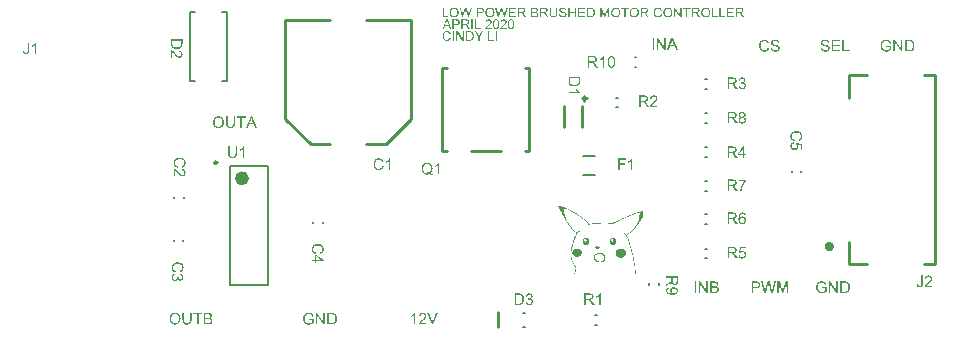
<source format=gto>
G04*
G04 #@! TF.GenerationSoftware,Altium Limited,Altium Designer,20.0.14 (345)*
G04*
G04 Layer_Color=65535*
%FSAX25Y25*%
%MOIN*%
G70*
G01*
G75*
%ADD10C,0.00984*%
%ADD11C,0.02362*%
%ADD12C,0.01575*%
%ADD13C,0.00787*%
%ADD14C,0.01000*%
%ADD15C,0.00600*%
G36*
X0182423Y0047021D02*
Y0046981D01*
X0182626D01*
Y0046940D01*
X0182667D01*
Y0046899D01*
X0182870D01*
Y0046859D01*
Y0046818D01*
X0183115D01*
Y0046777D01*
Y0046736D01*
X0183359D01*
Y0046696D01*
Y0046655D01*
X0183481D01*
Y0046615D01*
X0183521D01*
Y0046574D01*
X0183643D01*
Y0046533D01*
X0183684D01*
Y0046492D01*
X0183887D01*
Y0046452D01*
X0184009D01*
Y0046411D01*
X0184050D01*
Y0046370D01*
X0184172D01*
Y0046330D01*
X0184213D01*
Y0046289D01*
X0184335D01*
Y0046248D01*
X0184376D01*
Y0046208D01*
X0184497D01*
Y0046167D01*
Y0046126D01*
X0184660D01*
Y0046086D01*
Y0046045D01*
X0184823D01*
Y0046004D01*
Y0045964D01*
X0184986D01*
Y0045923D01*
Y0045882D01*
X0185108D01*
Y0045842D01*
X0185148D01*
Y0045801D01*
X0185270D01*
Y0045760D01*
X0185311D01*
Y0045720D01*
X0185433D01*
Y0045679D01*
X0185474D01*
Y0045638D01*
X0185596D01*
Y0045598D01*
X0185718D01*
Y0045557D01*
X0185758D01*
Y0045516D01*
X0185880D01*
Y0045476D01*
X0185921D01*
Y0045435D01*
X0186043D01*
Y0045394D01*
Y0045354D01*
X0186125D01*
Y0045313D01*
Y0045272D01*
X0186287D01*
Y0045232D01*
Y0045191D01*
X0186450D01*
Y0045150D01*
Y0045110D01*
X0186613D01*
Y0045069D01*
Y0045028D01*
X0186735D01*
Y0044987D01*
X0186775D01*
Y0044947D01*
X0186897D01*
Y0044906D01*
X0186938D01*
Y0044865D01*
X0186979D01*
Y0044825D01*
X0187101D01*
Y0044784D01*
X0187142D01*
Y0044743D01*
X0187182D01*
Y0044703D01*
X0187223D01*
Y0044662D01*
X0187345D01*
Y0044621D01*
X0187385D01*
Y0044581D01*
X0187507D01*
Y0044540D01*
X0187548D01*
Y0044499D01*
X0187670D01*
Y0044459D01*
Y0044418D01*
X0187752D01*
Y0044377D01*
Y0044337D01*
X0187914D01*
Y0044296D01*
Y0044255D01*
X0187996D01*
Y0044215D01*
Y0044174D01*
X0188158D01*
Y0044133D01*
Y0044093D01*
X0188280D01*
Y0044052D01*
X0188362D01*
Y0044011D01*
Y0043971D01*
X0188443D01*
Y0043930D01*
Y0043889D01*
X0188606D01*
Y0043848D01*
Y0043808D01*
X0188768D01*
Y0043767D01*
Y0043727D01*
X0188850D01*
Y0043686D01*
Y0043645D01*
X0188972D01*
Y0043604D01*
X0189013D01*
Y0043564D01*
X0189053D01*
Y0043523D01*
X0189094D01*
Y0043483D01*
X0189135D01*
Y0043442D01*
X0189175D01*
Y0043401D01*
X0189297D01*
Y0043360D01*
X0189338D01*
Y0043320D01*
X0189379D01*
Y0043279D01*
X0189419D01*
Y0043238D01*
X0189541D01*
Y0043198D01*
X0189582D01*
Y0043157D01*
X0189623D01*
Y0043116D01*
X0189663D01*
Y0043076D01*
X0189704D01*
Y0043035D01*
X0189826D01*
Y0042994D01*
X0189867D01*
Y0042954D01*
X0189907D01*
Y0042913D01*
X0189948D01*
Y0042872D01*
X0189989D01*
Y0042832D01*
Y0042791D01*
X0190152D01*
Y0042750D01*
Y0042710D01*
X0190233D01*
Y0042669D01*
Y0042628D01*
X0190314D01*
Y0042588D01*
Y0042547D01*
X0190395D01*
Y0042506D01*
X0190436D01*
Y0042466D01*
X0190477D01*
Y0042425D01*
X0190599D01*
Y0042384D01*
X0190640D01*
Y0042344D01*
X0190680D01*
Y0042303D01*
X0190721D01*
Y0042262D01*
X0190762D01*
Y0042222D01*
Y0042181D01*
X0190843D01*
Y0042140D01*
Y0042099D01*
X0190924D01*
Y0042059D01*
Y0042018D01*
X0191006D01*
Y0041977D01*
Y0041937D01*
X0191087D01*
Y0041896D01*
Y0041855D01*
X0191168D01*
Y0041815D01*
Y0041774D01*
X0191250D01*
Y0041733D01*
Y0041693D01*
X0191331D01*
Y0041652D01*
X0191372D01*
Y0041611D01*
X0191412D01*
Y0041571D01*
X0191453D01*
Y0041530D01*
Y0041489D01*
Y0041449D01*
Y0041408D01*
X0191534D01*
Y0041367D01*
Y0041327D01*
X0191616D01*
Y0041286D01*
Y0041245D01*
X0191697D01*
Y0041205D01*
Y0041164D01*
X0191779D01*
Y0041123D01*
Y0041083D01*
X0191860D01*
Y0041042D01*
Y0041001D01*
X0192307D01*
Y0041042D01*
Y0041083D01*
X0192673D01*
Y0041123D01*
X0192714D01*
Y0041164D01*
X0193446D01*
Y0041205D01*
X0193487D01*
Y0041245D01*
X0194463D01*
Y0041286D01*
Y0041327D01*
X0195927D01*
Y0041367D01*
X0195968D01*
Y0041408D01*
X0198205D01*
Y0041367D01*
Y0041327D01*
X0199059D01*
Y0041286D01*
Y0041245D01*
X0199670D01*
Y0041286D01*
Y0041327D01*
X0199792D01*
Y0041367D01*
X0199832D01*
Y0041408D01*
X0199954D01*
Y0041449D01*
X0199995D01*
Y0041489D01*
X0200198D01*
Y0041530D01*
Y0041571D01*
X0200361D01*
Y0041611D01*
X0200442D01*
Y0041652D01*
X0200524D01*
Y0041693D01*
X0200646D01*
Y0041733D01*
Y0041774D01*
X0200809D01*
Y0041815D01*
Y0041855D01*
X0200971D01*
Y0041896D01*
Y0041937D01*
X0201215D01*
Y0041977D01*
Y0042018D01*
X0201337D01*
Y0042059D01*
X0201378D01*
Y0042099D01*
X0201500D01*
Y0042140D01*
X0201541D01*
Y0042181D01*
X0201663D01*
Y0042222D01*
Y0042262D01*
X0201744D01*
Y0042303D01*
Y0042344D01*
X0201988D01*
Y0042384D01*
Y0042425D01*
X0202110D01*
Y0042466D01*
X0202354D01*
Y0042506D01*
Y0042547D01*
X0202517D01*
Y0042588D01*
Y0042628D01*
X0202598D01*
Y0042669D01*
Y0042710D01*
X0202802D01*
Y0042750D01*
X0202842D01*
Y0042791D01*
X0202964D01*
Y0042832D01*
X0203005D01*
Y0042872D01*
X0203127D01*
Y0042913D01*
Y0042954D01*
X0203290D01*
Y0042994D01*
Y0043035D01*
X0203534D01*
Y0043076D01*
Y0043116D01*
X0203696D01*
Y0043157D01*
Y0043198D01*
X0203818D01*
Y0043238D01*
X0203941D01*
Y0043279D01*
X0203981D01*
Y0043320D01*
X0204144D01*
Y0043360D01*
Y0043401D01*
X0204347D01*
Y0043442D01*
X0204388D01*
Y0043483D01*
X0204510D01*
Y0043523D01*
X0204551D01*
Y0043564D01*
X0204673D01*
Y0043604D01*
Y0043645D01*
X0204917D01*
Y0043686D01*
Y0043727D01*
X0205161D01*
Y0043767D01*
Y0043808D01*
X0205283D01*
Y0043848D01*
X0205324D01*
Y0043889D01*
X0205527D01*
Y0043930D01*
X0205568D01*
Y0043971D01*
X0205690D01*
Y0044011D01*
X0205730D01*
Y0044052D01*
X0205852D01*
Y0044093D01*
X0206056D01*
Y0044133D01*
X0206096D01*
Y0044174D01*
X0206218D01*
Y0044215D01*
Y0044255D01*
X0206462D01*
Y0044296D01*
Y0044337D01*
X0206625D01*
Y0044377D01*
Y0044418D01*
X0206828D01*
Y0044459D01*
X0206869D01*
Y0044499D01*
X0207073D01*
Y0044540D01*
Y0044581D01*
X0207317D01*
Y0044621D01*
Y0044662D01*
X0207561D01*
Y0044703D01*
Y0044743D01*
X0207845D01*
Y0044784D01*
X0207886D01*
Y0044825D01*
X0208008D01*
Y0044865D01*
X0208293D01*
Y0044906D01*
X0208333D01*
Y0044947D01*
X0208618D01*
Y0044987D01*
Y0045028D01*
X0208944D01*
Y0045069D01*
Y0045110D01*
X0209228D01*
Y0045150D01*
X0209269D01*
Y0045191D01*
X0209717D01*
Y0045150D01*
Y0045110D01*
Y0045069D01*
Y0045028D01*
Y0044987D01*
Y0044947D01*
Y0044906D01*
Y0044865D01*
Y0044825D01*
Y0044784D01*
Y0044743D01*
Y0044703D01*
Y0044662D01*
Y0044621D01*
Y0044581D01*
Y0044540D01*
Y0044499D01*
Y0044459D01*
Y0044418D01*
Y0044377D01*
Y0044337D01*
Y0044296D01*
Y0044255D01*
Y0044215D01*
Y0044174D01*
Y0044133D01*
Y0044093D01*
Y0044052D01*
Y0044011D01*
Y0043971D01*
Y0043930D01*
Y0043889D01*
Y0043848D01*
Y0043808D01*
Y0043767D01*
Y0043727D01*
Y0043686D01*
Y0043645D01*
Y0043604D01*
Y0043564D01*
Y0043523D01*
Y0043483D01*
Y0043442D01*
Y0043401D01*
Y0043360D01*
Y0043320D01*
Y0043279D01*
Y0043238D01*
Y0043198D01*
Y0043157D01*
Y0043116D01*
Y0043076D01*
Y0043035D01*
Y0042994D01*
Y0042954D01*
X0209594D01*
Y0042913D01*
X0209554D01*
Y0042872D01*
X0209472D01*
Y0042832D01*
Y0042791D01*
Y0042750D01*
X0209432D01*
Y0042710D01*
Y0042669D01*
X0209350D01*
Y0042628D01*
Y0042588D01*
X0209269D01*
Y0042547D01*
Y0042506D01*
Y0042466D01*
Y0042425D01*
X0209188D01*
Y0042384D01*
Y0042344D01*
X0209106D01*
Y0042303D01*
Y0042262D01*
Y0042222D01*
Y0042181D01*
X0209025D01*
Y0042140D01*
Y0042099D01*
Y0042059D01*
Y0042018D01*
X0208944D01*
Y0041977D01*
X0208903D01*
Y0041937D01*
Y0041896D01*
X0208781D01*
Y0041855D01*
Y0041815D01*
Y0041774D01*
Y0041733D01*
X0208740D01*
Y0041693D01*
Y0041652D01*
X0208618D01*
Y0041611D01*
Y0041571D01*
Y0041530D01*
X0208659D01*
Y0041489D01*
X0208578D01*
Y0041449D01*
Y0041408D01*
X0208496D01*
Y0041367D01*
Y0041327D01*
Y0041286D01*
Y0041245D01*
X0208415D01*
Y0041205D01*
X0208333D01*
Y0041164D01*
Y0041123D01*
Y0041083D01*
Y0041042D01*
X0208293D01*
Y0041001D01*
X0208252D01*
Y0040961D01*
X0208171D01*
Y0040920D01*
Y0040879D01*
Y0040839D01*
Y0040798D01*
X0208130D01*
Y0040757D01*
X0208089D01*
Y0040716D01*
X0208049D01*
Y0040676D01*
X0208008D01*
Y0040635D01*
X0207967D01*
Y0040595D01*
X0207927D01*
Y0040554D01*
X0207845D01*
Y0040513D01*
Y0040472D01*
X0207886D01*
Y0040432D01*
X0207845D01*
Y0040391D01*
X0207805D01*
Y0040350D01*
X0207764D01*
Y0040310D01*
X0207723D01*
Y0040269D01*
X0207642D01*
Y0040228D01*
Y0040188D01*
Y0040147D01*
Y0040106D01*
X0207561D01*
Y0040066D01*
Y0040025D01*
X0207479D01*
Y0039984D01*
Y0039944D01*
X0207398D01*
Y0039903D01*
Y0039862D01*
Y0039822D01*
Y0039781D01*
X0207317D01*
Y0039740D01*
Y0039700D01*
Y0039659D01*
Y0039618D01*
X0207276D01*
Y0039578D01*
X0207235D01*
Y0039537D01*
X0207195D01*
Y0039496D01*
X0207113D01*
Y0039456D01*
Y0039415D01*
X0207032D01*
Y0039374D01*
X0206991D01*
Y0039334D01*
X0207032D01*
Y0039293D01*
Y0039252D01*
X0206951D01*
Y0039211D01*
Y0039171D01*
X0206869D01*
Y0039130D01*
Y0039090D01*
X0206788D01*
Y0039049D01*
Y0039008D01*
X0206707D01*
Y0038967D01*
Y0038927D01*
X0206625D01*
Y0038886D01*
Y0038845D01*
X0206544D01*
Y0038805D01*
Y0038764D01*
X0206503D01*
Y0038723D01*
X0206422D01*
Y0038683D01*
Y0038642D01*
X0206340D01*
Y0038601D01*
Y0038561D01*
X0206259D01*
Y0038520D01*
Y0038479D01*
X0206178D01*
Y0038439D01*
Y0038398D01*
X0206096D01*
Y0038357D01*
Y0038317D01*
X0206015D01*
Y0038276D01*
Y0038235D01*
X0205852D01*
Y0038195D01*
Y0038154D01*
X0205812D01*
Y0038113D01*
X0205771D01*
Y0038073D01*
X0205730D01*
Y0038032D01*
X0205690D01*
Y0037991D01*
X0205568D01*
Y0037951D01*
X0205527D01*
Y0037910D01*
X0205486D01*
Y0037869D01*
X0205324D01*
Y0037828D01*
Y0037788D01*
X0205242D01*
Y0037747D01*
Y0037707D01*
X0205161D01*
Y0037666D01*
Y0037625D01*
X0205080D01*
Y0037584D01*
Y0037544D01*
X0204957D01*
Y0037503D01*
X0204917D01*
Y0037462D01*
X0204795D01*
Y0037422D01*
X0204754D01*
Y0037381D01*
X0204713D01*
Y0037340D01*
X0204673D01*
Y0037300D01*
X0204551D01*
Y0037259D01*
Y0037218D01*
X0204388D01*
Y0037178D01*
Y0037137D01*
Y0037096D01*
Y0037056D01*
X0204469D01*
Y0037015D01*
Y0036974D01*
X0204551D01*
Y0036934D01*
Y0036893D01*
Y0036852D01*
Y0036812D01*
X0204632D01*
Y0036771D01*
X0204591D01*
Y0036730D01*
Y0036690D01*
X0204673D01*
Y0036649D01*
X0204713D01*
Y0036608D01*
X0204673D01*
Y0036568D01*
Y0036527D01*
X0204754D01*
Y0036486D01*
Y0036446D01*
Y0036405D01*
Y0036364D01*
X0204835D01*
Y0036323D01*
Y0036283D01*
Y0036242D01*
Y0036202D01*
X0204917D01*
Y0036161D01*
Y0036120D01*
Y0036079D01*
Y0036039D01*
X0204998D01*
Y0035998D01*
Y0035957D01*
Y0035917D01*
X0205080D01*
Y0035876D01*
Y0035835D01*
Y0035795D01*
Y0035754D01*
Y0035713D01*
Y0035673D01*
X0205161D01*
Y0035632D01*
Y0035591D01*
Y0035551D01*
Y0035510D01*
Y0035469D01*
Y0035429D01*
X0205242D01*
Y0035388D01*
Y0035347D01*
Y0035307D01*
Y0035266D01*
Y0035225D01*
X0205283D01*
Y0035185D01*
X0205324D01*
Y0035144D01*
Y0035103D01*
Y0035063D01*
Y0035022D01*
Y0034981D01*
X0205405D01*
Y0034940D01*
Y0034900D01*
X0205364D01*
Y0034859D01*
Y0034819D01*
Y0034778D01*
Y0034737D01*
Y0034696D01*
Y0034656D01*
Y0034615D01*
X0205405D01*
Y0034574D01*
X0205486D01*
Y0034534D01*
X0205446D01*
Y0034493D01*
Y0034452D01*
Y0034412D01*
Y0034371D01*
X0205527D01*
Y0034330D01*
Y0034290D01*
Y0034249D01*
Y0034208D01*
Y0034168D01*
Y0034127D01*
Y0034086D01*
Y0034046D01*
X0205608D01*
Y0034005D01*
Y0033964D01*
Y0033924D01*
Y0033883D01*
Y0033842D01*
Y0033802D01*
Y0033761D01*
Y0033720D01*
X0205690D01*
Y0033680D01*
Y0033639D01*
Y0033598D01*
Y0033558D01*
Y0033517D01*
X0205771D01*
Y0033476D01*
Y0033435D01*
Y0033395D01*
Y0033354D01*
Y0033314D01*
Y0033273D01*
Y0033232D01*
Y0033191D01*
X0205852D01*
Y0033151D01*
Y0033110D01*
Y0033070D01*
Y0033029D01*
Y0032988D01*
Y0032947D01*
X0205934D01*
Y0032907D01*
Y0032866D01*
Y0032825D01*
Y0032785D01*
Y0032744D01*
Y0032703D01*
Y0032663D01*
X0206015D01*
Y0032622D01*
Y0032581D01*
Y0032541D01*
Y0032500D01*
Y0032459D01*
Y0032419D01*
X0206096D01*
Y0032378D01*
Y0032337D01*
Y0032297D01*
Y0032256D01*
Y0032215D01*
Y0032175D01*
X0206178D01*
Y0032134D01*
Y0032093D01*
X0206137D01*
Y0032053D01*
Y0032012D01*
Y0031971D01*
Y0031931D01*
Y0031890D01*
X0206218D01*
Y0031849D01*
X0206259D01*
Y0031809D01*
X0206218D01*
Y0031768D01*
Y0031727D01*
Y0031686D01*
Y0031646D01*
Y0031605D01*
Y0031564D01*
X0206340D01*
Y0031524D01*
X0206300D01*
Y0031483D01*
Y0031442D01*
Y0031402D01*
Y0031361D01*
Y0031320D01*
Y0031280D01*
Y0031239D01*
Y0031198D01*
X0206381D01*
Y0031158D01*
Y0031117D01*
Y0031076D01*
Y0031036D01*
Y0030995D01*
Y0030954D01*
Y0030914D01*
Y0030873D01*
X0206462D01*
Y0030832D01*
Y0030792D01*
Y0030751D01*
Y0030710D01*
Y0030670D01*
Y0030629D01*
Y0030588D01*
Y0030548D01*
Y0030507D01*
Y0030466D01*
X0206544D01*
Y0030426D01*
Y0030385D01*
Y0030344D01*
Y0030303D01*
Y0030263D01*
Y0030222D01*
Y0030182D01*
X0206625D01*
Y0030141D01*
Y0030100D01*
Y0030059D01*
Y0030019D01*
Y0029978D01*
Y0029937D01*
Y0029897D01*
Y0029856D01*
X0206707D01*
Y0029815D01*
Y0029775D01*
Y0029734D01*
Y0029693D01*
Y0029653D01*
Y0029612D01*
X0206788D01*
Y0029571D01*
Y0029531D01*
Y0029490D01*
Y0029449D01*
Y0029409D01*
Y0029368D01*
Y0029327D01*
X0206869D01*
Y0029287D01*
Y0029246D01*
Y0029205D01*
Y0029165D01*
Y0029124D01*
Y0029083D01*
Y0029043D01*
Y0029002D01*
X0206951D01*
Y0028961D01*
Y0028921D01*
X0206910D01*
Y0028880D01*
Y0028839D01*
Y0028798D01*
Y0028758D01*
Y0028717D01*
Y0028677D01*
Y0028636D01*
Y0028595D01*
Y0028554D01*
Y0028514D01*
X0206951D01*
Y0028473D01*
X0207032D01*
Y0028432D01*
Y0028392D01*
X0206991D01*
Y0028351D01*
Y0028310D01*
Y0028270D01*
Y0028229D01*
Y0028188D01*
Y0028148D01*
Y0028107D01*
X0207032D01*
Y0028066D01*
X0207113D01*
Y0028026D01*
X0207073D01*
Y0027985D01*
Y0027944D01*
Y0027904D01*
Y0027863D01*
Y0027822D01*
Y0027782D01*
Y0027741D01*
Y0027700D01*
Y0027660D01*
Y0027619D01*
Y0027578D01*
Y0027538D01*
X0207154D01*
Y0027497D01*
Y0027456D01*
Y0027415D01*
Y0027375D01*
Y0027334D01*
Y0027294D01*
Y0027253D01*
Y0027212D01*
Y0027171D01*
Y0027131D01*
Y0027090D01*
Y0027049D01*
Y0027009D01*
X0207235D01*
Y0026968D01*
Y0026927D01*
Y0026887D01*
Y0026846D01*
Y0026805D01*
Y0026765D01*
Y0026724D01*
Y0026683D01*
Y0026643D01*
Y0026602D01*
Y0026561D01*
Y0026521D01*
Y0026480D01*
Y0026439D01*
X0207317D01*
Y0026399D01*
Y0026358D01*
Y0026317D01*
Y0026277D01*
Y0026236D01*
Y0026195D01*
Y0026155D01*
Y0026114D01*
Y0026073D01*
Y0026033D01*
Y0025992D01*
Y0025951D01*
Y0025910D01*
Y0025870D01*
Y0025829D01*
Y0025789D01*
Y0025748D01*
Y0025707D01*
Y0025666D01*
X0207398D01*
Y0025626D01*
Y0025585D01*
Y0025544D01*
Y0025504D01*
Y0025463D01*
Y0025422D01*
Y0025382D01*
X0207479D01*
Y0025341D01*
Y0025300D01*
Y0025260D01*
Y0025219D01*
Y0025178D01*
Y0025138D01*
Y0025097D01*
Y0025056D01*
Y0025016D01*
Y0024975D01*
Y0024934D01*
Y0024894D01*
Y0024853D01*
Y0024812D01*
Y0024772D01*
Y0024731D01*
Y0024690D01*
Y0024650D01*
Y0024609D01*
Y0024568D01*
Y0024528D01*
Y0024487D01*
Y0024446D01*
X0207235D01*
Y0024487D01*
Y0024528D01*
X0207276D01*
Y0024568D01*
Y0024609D01*
Y0024650D01*
Y0024690D01*
Y0024731D01*
Y0024772D01*
Y0024812D01*
Y0024853D01*
Y0024894D01*
Y0024934D01*
Y0024975D01*
Y0025016D01*
Y0025056D01*
Y0025097D01*
Y0025138D01*
Y0025178D01*
Y0025219D01*
X0207195D01*
Y0025260D01*
X0207154D01*
Y0025300D01*
X0207195D01*
Y0025341D01*
Y0025382D01*
Y0025422D01*
Y0025463D01*
Y0025504D01*
Y0025544D01*
Y0025585D01*
Y0025626D01*
Y0025666D01*
Y0025707D01*
Y0025748D01*
Y0025789D01*
Y0025829D01*
X0207154D01*
Y0025870D01*
X0207113D01*
Y0025910D01*
Y0025951D01*
Y0025992D01*
Y0026033D01*
Y0026073D01*
Y0026114D01*
Y0026155D01*
Y0026195D01*
Y0026236D01*
Y0026277D01*
Y0026317D01*
Y0026358D01*
Y0026399D01*
Y0026439D01*
Y0026480D01*
X0207032D01*
Y0026521D01*
Y0026561D01*
Y0026602D01*
Y0026643D01*
Y0026683D01*
Y0026724D01*
Y0026765D01*
Y0026805D01*
Y0026846D01*
Y0026887D01*
Y0026927D01*
Y0026968D01*
Y0027009D01*
X0206951D01*
Y0027049D01*
Y0027090D01*
Y0027131D01*
Y0027171D01*
Y0027212D01*
Y0027253D01*
Y0027294D01*
Y0027334D01*
Y0027375D01*
Y0027415D01*
Y0027456D01*
Y0027497D01*
X0206869D01*
Y0027538D01*
Y0027578D01*
Y0027619D01*
Y0027660D01*
Y0027700D01*
Y0027741D01*
Y0027782D01*
Y0027822D01*
Y0027863D01*
Y0027904D01*
Y0027944D01*
X0206788D01*
Y0027985D01*
Y0028026D01*
Y0028066D01*
Y0028107D01*
Y0028148D01*
Y0028188D01*
Y0028229D01*
Y0028270D01*
Y0028310D01*
Y0028351D01*
X0206707D01*
Y0028392D01*
Y0028432D01*
Y0028473D01*
Y0028514D01*
Y0028554D01*
Y0028595D01*
Y0028636D01*
Y0028677D01*
Y0028717D01*
X0206625D01*
Y0028758D01*
Y0028798D01*
Y0028839D01*
Y0028880D01*
Y0028921D01*
Y0028961D01*
Y0029002D01*
Y0029043D01*
Y0029083D01*
Y0029124D01*
X0206544D01*
Y0029165D01*
Y0029205D01*
Y0029246D01*
Y0029287D01*
Y0029327D01*
Y0029368D01*
Y0029409D01*
Y0029449D01*
Y0029490D01*
X0206462D01*
Y0029531D01*
Y0029571D01*
X0206503D01*
Y0029612D01*
Y0029653D01*
Y0029693D01*
Y0029734D01*
Y0029775D01*
X0206462D01*
Y0029815D01*
X0206381D01*
Y0029856D01*
X0206422D01*
Y0029897D01*
Y0029937D01*
Y0029978D01*
Y0030019D01*
Y0030059D01*
Y0030100D01*
Y0030141D01*
Y0030182D01*
X0206340D01*
Y0030222D01*
Y0030263D01*
Y0030303D01*
Y0030344D01*
Y0030385D01*
Y0030426D01*
Y0030466D01*
Y0030507D01*
X0206259D01*
Y0030548D01*
Y0030588D01*
Y0030629D01*
Y0030670D01*
Y0030710D01*
Y0030751D01*
Y0030792D01*
X0206178D01*
Y0030832D01*
Y0030873D01*
Y0030914D01*
Y0030954D01*
Y0030995D01*
Y0031036D01*
Y0031076D01*
Y0031117D01*
X0206096D01*
Y0031158D01*
Y0031198D01*
Y0031239D01*
Y0031280D01*
Y0031320D01*
Y0031361D01*
Y0031402D01*
Y0031442D01*
X0206015D01*
Y0031483D01*
Y0031524D01*
Y0031564D01*
Y0031605D01*
Y0031646D01*
Y0031686D01*
Y0031727D01*
X0205934D01*
Y0031768D01*
Y0031809D01*
Y0031849D01*
Y0031890D01*
Y0031931D01*
Y0031971D01*
Y0032012D01*
Y0032053D01*
X0205852D01*
Y0032093D01*
Y0032134D01*
Y0032175D01*
Y0032215D01*
Y0032256D01*
Y0032297D01*
X0205771D01*
Y0032337D01*
Y0032378D01*
Y0032419D01*
Y0032459D01*
Y0032500D01*
Y0032541D01*
Y0032581D01*
X0205690D01*
Y0032622D01*
Y0032663D01*
X0205730D01*
Y0032703D01*
Y0032744D01*
Y0032785D01*
Y0032825D01*
Y0032866D01*
X0205690D01*
Y0032907D01*
X0205608D01*
Y0032947D01*
X0205649D01*
Y0032988D01*
Y0033029D01*
Y0033070D01*
Y0033110D01*
X0205608D01*
Y0033151D01*
X0205527D01*
Y0033191D01*
X0205568D01*
Y0033232D01*
Y0033273D01*
Y0033314D01*
Y0033354D01*
Y0033395D01*
Y0033435D01*
X0205486D01*
Y0033476D01*
Y0033517D01*
Y0033558D01*
Y0033598D01*
Y0033639D01*
Y0033680D01*
X0205405D01*
Y0033720D01*
Y0033761D01*
Y0033802D01*
Y0033842D01*
Y0033883D01*
Y0033924D01*
Y0033964D01*
X0205324D01*
Y0034005D01*
Y0034046D01*
Y0034086D01*
Y0034127D01*
Y0034168D01*
Y0034208D01*
Y0034249D01*
Y0034290D01*
X0205242D01*
Y0034330D01*
Y0034371D01*
Y0034412D01*
Y0034452D01*
Y0034493D01*
Y0034534D01*
X0205161D01*
Y0034574D01*
Y0034615D01*
Y0034656D01*
Y0034696D01*
Y0034737D01*
Y0034778D01*
Y0034819D01*
X0205080D01*
Y0034859D01*
Y0034900D01*
Y0034940D01*
Y0034981D01*
Y0035022D01*
Y0035063D01*
X0204998D01*
Y0035103D01*
Y0035144D01*
Y0035185D01*
Y0035225D01*
Y0035266D01*
Y0035307D01*
X0204917D01*
Y0035347D01*
Y0035388D01*
Y0035429D01*
Y0035469D01*
Y0035510D01*
Y0035551D01*
X0204835D01*
Y0035591D01*
X0204876D01*
Y0035632D01*
Y0035673D01*
Y0035713D01*
Y0035754D01*
X0204795D01*
Y0035795D01*
X0204754D01*
Y0035835D01*
X0204795D01*
Y0035876D01*
Y0035917D01*
X0204713D01*
Y0035957D01*
Y0035998D01*
Y0036039D01*
Y0036079D01*
Y0036120D01*
Y0036161D01*
X0204632D01*
Y0036202D01*
Y0036242D01*
Y0036283D01*
Y0036323D01*
X0204551D01*
Y0036364D01*
Y0036405D01*
Y0036446D01*
X0204469D01*
Y0036486D01*
Y0036527D01*
Y0036568D01*
Y0036608D01*
X0204388D01*
Y0036649D01*
Y0036690D01*
X0204307D01*
Y0036730D01*
Y0036771D01*
Y0036812D01*
Y0036852D01*
X0204225D01*
Y0036893D01*
Y0036934D01*
Y0036974D01*
Y0037015D01*
X0204144D01*
Y0037056D01*
Y0037096D01*
X0204063D01*
Y0037137D01*
X0204022D01*
Y0037178D01*
X0203981D01*
Y0037218D01*
X0204022D01*
Y0037259D01*
Y0037300D01*
X0203941D01*
Y0037340D01*
X0203900D01*
Y0037381D01*
X0203859D01*
Y0037422D01*
X0203818D01*
Y0037462D01*
X0203778D01*
Y0037503D01*
X0203737D01*
Y0037544D01*
X0203696D01*
Y0037584D01*
X0203656D01*
Y0037625D01*
X0203615D01*
Y0037666D01*
X0203574D01*
Y0037707D01*
X0203534D01*
Y0037747D01*
X0203493D01*
Y0037788D01*
X0203452D01*
Y0037828D01*
X0203412D01*
Y0037869D01*
X0203290D01*
Y0037910D01*
Y0037951D01*
X0203330D01*
Y0037991D01*
X0203290D01*
Y0038032D01*
Y0038073D01*
X0203615D01*
Y0038032D01*
Y0037991D01*
X0203696D01*
Y0037951D01*
Y0037910D01*
X0203778D01*
Y0037869D01*
Y0037828D01*
X0203859D01*
Y0037788D01*
Y0037747D01*
X0203941D01*
Y0037707D01*
Y0037666D01*
X0204022D01*
Y0037625D01*
X0204063D01*
Y0037584D01*
X0204103D01*
Y0037544D01*
X0204144D01*
Y0037503D01*
X0204185D01*
Y0037462D01*
X0204388D01*
Y0037503D01*
Y0037544D01*
X0204510D01*
Y0037584D01*
X0204551D01*
Y0037625D01*
X0204673D01*
Y0037666D01*
X0204754D01*
Y0037707D01*
Y0037747D01*
X0204917D01*
Y0037788D01*
Y0037828D01*
X0204998D01*
Y0037869D01*
Y0037910D01*
X0205161D01*
Y0037951D01*
Y0037991D01*
X0205202D01*
Y0038032D01*
X0205242D01*
Y0038073D01*
X0205364D01*
Y0038113D01*
X0205405D01*
Y0038154D01*
X0205446D01*
Y0038195D01*
X0205486D01*
Y0038235D01*
X0205527D01*
Y0038276D01*
X0205568D01*
Y0038317D01*
X0205690D01*
Y0038357D01*
Y0038398D01*
X0205771D01*
Y0038439D01*
X0205812D01*
Y0038479D01*
X0205852D01*
Y0038520D01*
X0205893D01*
Y0038561D01*
X0205934D01*
Y0038601D01*
X0205974D01*
Y0038642D01*
X0206015D01*
Y0038683D01*
X0206056D01*
Y0038723D01*
X0206096D01*
Y0038764D01*
X0206137D01*
Y0038805D01*
X0206178D01*
Y0038845D01*
X0206218D01*
Y0038886D01*
X0206259D01*
Y0038927D01*
X0206300D01*
Y0038967D01*
X0206340D01*
Y0039008D01*
X0206381D01*
Y0039049D01*
Y0039090D01*
X0206462D01*
Y0039130D01*
Y0039171D01*
X0206544D01*
Y0039211D01*
X0206585D01*
Y0039252D01*
X0206625D01*
Y0039293D01*
X0206666D01*
Y0039334D01*
X0206707D01*
Y0039374D01*
X0206747D01*
Y0039415D01*
X0206788D01*
Y0039456D01*
X0206828D01*
Y0039496D01*
X0206869D01*
Y0039537D01*
X0206951D01*
Y0039578D01*
Y0039618D01*
Y0039659D01*
Y0039700D01*
X0206991D01*
Y0039740D01*
X0207032D01*
Y0039781D01*
X0207073D01*
Y0039822D01*
X0207113D01*
Y0039862D01*
X0207195D01*
Y0039903D01*
Y0039944D01*
X0207154D01*
Y0039984D01*
X0207195D01*
Y0040025D01*
X0207235D01*
Y0040066D01*
X0207317D01*
Y0040106D01*
Y0040147D01*
Y0040188D01*
Y0040228D01*
X0207398D01*
Y0040269D01*
Y0040310D01*
X0207479D01*
Y0040350D01*
Y0040391D01*
Y0040432D01*
Y0040472D01*
X0207561D01*
Y0040513D01*
Y0040554D01*
X0207642D01*
Y0040595D01*
Y0040635D01*
Y0040676D01*
Y0040716D01*
X0207723D01*
Y0040757D01*
Y0040798D01*
Y0040839D01*
X0207764D01*
Y0040879D01*
X0207805D01*
Y0040920D01*
Y0040961D01*
Y0041001D01*
X0207886D01*
Y0041042D01*
Y0041083D01*
Y0041123D01*
Y0041164D01*
X0207967D01*
Y0041205D01*
Y0041245D01*
Y0041286D01*
X0207927D01*
Y0041327D01*
X0208049D01*
Y0041367D01*
Y0041408D01*
X0208008D01*
Y0041449D01*
Y0041489D01*
X0208089D01*
Y0041530D01*
Y0041571D01*
Y0041611D01*
Y0041652D01*
Y0041693D01*
X0208171D01*
Y0041733D01*
Y0041774D01*
Y0041815D01*
Y0041855D01*
Y0041896D01*
Y0041937D01*
X0208252D01*
Y0041977D01*
Y0042018D01*
Y0042059D01*
Y0042099D01*
X0208333D01*
Y0042140D01*
Y0042181D01*
Y0042222D01*
Y0042262D01*
Y0042303D01*
Y0042344D01*
Y0042384D01*
Y0042425D01*
X0208415D01*
Y0042466D01*
Y0042506D01*
Y0042547D01*
Y0042588D01*
Y0042628D01*
X0208496D01*
Y0042669D01*
Y0042710D01*
Y0042750D01*
Y0042791D01*
Y0042832D01*
Y0042872D01*
Y0042913D01*
Y0042954D01*
X0208578D01*
Y0042994D01*
Y0043035D01*
Y0043076D01*
Y0043116D01*
Y0043157D01*
Y0043198D01*
Y0043238D01*
Y0043279D01*
Y0043320D01*
X0208659D01*
Y0043360D01*
Y0043401D01*
Y0043442D01*
Y0043483D01*
Y0043523D01*
Y0043564D01*
Y0043604D01*
Y0043645D01*
Y0043686D01*
Y0043727D01*
Y0043767D01*
Y0043808D01*
Y0043848D01*
Y0043889D01*
X0208740D01*
Y0043930D01*
Y0043971D01*
Y0044011D01*
Y0044052D01*
Y0044093D01*
Y0044133D01*
Y0044174D01*
Y0044215D01*
Y0044255D01*
Y0044296D01*
Y0044337D01*
Y0044377D01*
Y0044418D01*
Y0044459D01*
Y0044499D01*
Y0044540D01*
Y0044581D01*
Y0044621D01*
Y0044662D01*
Y0044703D01*
Y0044743D01*
X0208415D01*
Y0044703D01*
Y0044662D01*
X0208211D01*
Y0044621D01*
X0208171D01*
Y0044581D01*
X0207886D01*
Y0044540D01*
X0207845D01*
Y0044499D01*
X0207642D01*
Y0044459D01*
Y0044418D01*
X0207398D01*
Y0044377D01*
X0207195D01*
Y0044337D01*
Y0044296D01*
X0207032D01*
Y0044255D01*
Y0044215D01*
X0206788D01*
Y0044174D01*
Y0044133D01*
X0206585D01*
Y0044093D01*
X0206544D01*
Y0044052D01*
X0206340D01*
Y0044011D01*
Y0043971D01*
X0206178D01*
Y0043930D01*
Y0043889D01*
X0205934D01*
Y0043848D01*
Y0043808D01*
X0205812D01*
Y0043767D01*
X0205771D01*
Y0043727D01*
X0205568D01*
Y0043686D01*
X0205527D01*
Y0043645D01*
X0205405D01*
Y0043604D01*
X0205283D01*
Y0043564D01*
X0205242D01*
Y0043523D01*
X0205039D01*
Y0043483D01*
X0204998D01*
Y0043442D01*
X0204876D01*
Y0043401D01*
Y0043360D01*
X0204713D01*
Y0043320D01*
Y0043279D01*
X0204469D01*
Y0043238D01*
Y0043198D01*
X0204307D01*
Y0043157D01*
Y0043116D01*
X0204185D01*
Y0043076D01*
X0204144D01*
Y0043035D01*
X0203941D01*
Y0042994D01*
X0203900D01*
Y0042954D01*
X0203778D01*
Y0042913D01*
Y0042872D01*
X0203615D01*
Y0042832D01*
Y0042791D01*
X0203452D01*
Y0042750D01*
X0203249D01*
Y0042710D01*
Y0042669D01*
X0203086D01*
Y0042628D01*
Y0042588D01*
X0202924D01*
Y0042547D01*
Y0042506D01*
X0202761D01*
Y0042466D01*
Y0042425D01*
X0202639D01*
Y0042384D01*
X0202598D01*
Y0042344D01*
X0202476D01*
Y0042303D01*
X0202435D01*
Y0042262D01*
X0202232D01*
Y0042222D01*
Y0042181D01*
X0202069D01*
Y0042140D01*
Y0042099D01*
X0201907D01*
Y0042059D01*
Y0042018D01*
X0201785D01*
Y0041977D01*
X0201622D01*
Y0041937D01*
Y0041896D01*
X0201459D01*
Y0041855D01*
Y0041815D01*
X0201297D01*
Y0041774D01*
Y0041733D01*
X0201134D01*
Y0041693D01*
Y0041652D01*
X0201012D01*
Y0041611D01*
X0200971D01*
Y0041571D01*
X0200849D01*
Y0041530D01*
X0200809D01*
Y0041489D01*
X0200687D01*
Y0041449D01*
Y0041408D01*
X0200524D01*
Y0041367D01*
Y0041327D01*
X0200361D01*
Y0041286D01*
Y0041245D01*
X0200198D01*
Y0041205D01*
X0200117D01*
Y0041164D01*
X0200076D01*
Y0041123D01*
X0199914D01*
Y0041083D01*
Y0041042D01*
X0199751D01*
Y0041001D01*
Y0040961D01*
X0199344D01*
Y0041001D01*
Y0041042D01*
X0198978D01*
Y0041083D01*
X0198937D01*
Y0041123D01*
X0198246D01*
Y0041164D01*
X0198205D01*
Y0041205D01*
X0195846D01*
Y0041164D01*
X0195805D01*
Y0041123D01*
X0194585D01*
Y0041083D01*
Y0041042D01*
X0193650D01*
Y0041001D01*
Y0040961D01*
X0192877D01*
Y0040920D01*
Y0040879D01*
X0192267D01*
Y0040839D01*
X0192226D01*
Y0040798D01*
X0191616D01*
Y0040839D01*
Y0040879D01*
Y0040920D01*
Y0040961D01*
X0191534D01*
Y0041001D01*
Y0041042D01*
X0191453D01*
Y0041083D01*
X0191412D01*
Y0041123D01*
X0191372D01*
Y0041164D01*
Y0041205D01*
X0191412D01*
Y0041245D01*
X0191331D01*
Y0041286D01*
X0191290D01*
Y0041327D01*
X0191250D01*
Y0041367D01*
X0191209D01*
Y0041408D01*
X0191168D01*
Y0041449D01*
X0191128D01*
Y0041489D01*
X0191087D01*
Y0041530D01*
X0191046D01*
Y0041571D01*
X0191006D01*
Y0041611D01*
X0190965D01*
Y0041652D01*
X0190924D01*
Y0041693D01*
X0190884D01*
Y0041733D01*
X0190843D01*
Y0041774D01*
X0190802D01*
Y0041815D01*
X0190762D01*
Y0041855D01*
X0190721D01*
Y0041896D01*
X0190680D01*
Y0041937D01*
X0190640D01*
Y0041977D01*
X0190599D01*
Y0042018D01*
X0190558D01*
Y0042059D01*
X0190517D01*
Y0042099D01*
X0190477D01*
Y0042140D01*
X0190436D01*
Y0042181D01*
X0190395D01*
Y0042222D01*
X0190355D01*
Y0042262D01*
X0190233D01*
Y0042303D01*
X0190192D01*
Y0042344D01*
X0190152D01*
Y0042384D01*
X0190111D01*
Y0042425D01*
X0190070D01*
Y0042466D01*
Y0042506D01*
X0189989D01*
Y0042547D01*
Y0042588D01*
X0189907D01*
Y0042628D01*
Y0042669D01*
X0189745D01*
Y0042710D01*
Y0042750D01*
X0189663D01*
Y0042791D01*
X0189623D01*
Y0042832D01*
X0189582D01*
Y0042872D01*
X0189541D01*
Y0042913D01*
X0189501D01*
Y0042954D01*
X0189379D01*
Y0042994D01*
Y0043035D01*
X0189297D01*
Y0043076D01*
Y0043116D01*
X0189135D01*
Y0043157D01*
Y0043198D01*
X0189053D01*
Y0043238D01*
Y0043279D01*
X0188972D01*
Y0043320D01*
Y0043360D01*
X0188809D01*
Y0043401D01*
Y0043442D01*
X0188728D01*
Y0043483D01*
Y0043523D01*
X0188606D01*
Y0043564D01*
X0188524D01*
Y0043604D01*
Y0043645D01*
X0188362D01*
Y0043686D01*
Y0043727D01*
X0188280D01*
Y0043767D01*
Y0043808D01*
X0188118D01*
Y0043848D01*
Y0043889D01*
X0188036D01*
Y0043930D01*
Y0043971D01*
X0187914D01*
Y0044011D01*
X0187874D01*
Y0044052D01*
X0187752D01*
Y0044093D01*
X0187711D01*
Y0044133D01*
X0187670D01*
Y0044174D01*
X0187630D01*
Y0044215D01*
X0187507D01*
Y0044255D01*
Y0044296D01*
X0187345D01*
Y0044337D01*
X0187304D01*
Y0044377D01*
X0187264D01*
Y0044418D01*
X0187142D01*
Y0044459D01*
X0187101D01*
Y0044499D01*
X0186979D01*
Y0044540D01*
Y0044581D01*
X0186897D01*
Y0044621D01*
Y0044662D01*
X0186735D01*
Y0044703D01*
Y0044743D01*
X0186572D01*
Y0044784D01*
Y0044825D01*
X0186409D01*
Y0044865D01*
Y0044906D01*
X0186369D01*
Y0044947D01*
X0186328D01*
Y0044987D01*
X0186206D01*
Y0045028D01*
X0186165D01*
Y0045069D01*
X0186043D01*
Y0045110D01*
X0186003D01*
Y0045150D01*
X0185880D01*
Y0045191D01*
X0185840D01*
Y0045232D01*
X0185718D01*
Y0045272D01*
X0185596D01*
Y0045313D01*
X0185555D01*
Y0045354D01*
X0185433D01*
Y0045394D01*
Y0045435D01*
X0185352D01*
Y0045476D01*
Y0045516D01*
X0185189D01*
Y0045557D01*
Y0045598D01*
X0185026D01*
Y0045638D01*
Y0045679D01*
X0184864D01*
Y0045720D01*
Y0045760D01*
X0184742D01*
Y0045801D01*
X0184701D01*
Y0045842D01*
X0184579D01*
Y0045882D01*
X0184538D01*
Y0045923D01*
X0184416D01*
Y0045964D01*
X0184376D01*
Y0046004D01*
X0184254D01*
Y0046045D01*
X0184050D01*
Y0046086D01*
X0184009D01*
Y0046126D01*
X0183887D01*
Y0046167D01*
Y0046208D01*
X0183725D01*
Y0046167D01*
Y0046126D01*
Y0046086D01*
Y0046045D01*
Y0046004D01*
X0183643D01*
Y0045964D01*
Y0045923D01*
Y0045882D01*
Y0045842D01*
Y0045801D01*
Y0045760D01*
Y0045720D01*
Y0045679D01*
Y0045638D01*
Y0045598D01*
Y0045557D01*
Y0045516D01*
Y0045476D01*
Y0045435D01*
Y0045394D01*
Y0045354D01*
Y0045313D01*
Y0045272D01*
Y0045232D01*
Y0045191D01*
Y0045150D01*
Y0045110D01*
Y0045069D01*
Y0045028D01*
Y0044987D01*
Y0044947D01*
Y0044906D01*
Y0044865D01*
Y0044825D01*
Y0044784D01*
Y0044743D01*
Y0044703D01*
Y0044662D01*
Y0044621D01*
Y0044581D01*
Y0044540D01*
Y0044499D01*
Y0044459D01*
Y0044418D01*
X0183725D01*
Y0044377D01*
Y0044337D01*
Y0044296D01*
Y0044255D01*
Y0044215D01*
Y0044174D01*
Y0044133D01*
Y0044093D01*
Y0044052D01*
X0183806D01*
Y0044011D01*
Y0043971D01*
Y0043930D01*
Y0043889D01*
Y0043848D01*
Y0043808D01*
Y0043767D01*
Y0043727D01*
X0183887D01*
Y0043686D01*
Y0043645D01*
Y0043604D01*
Y0043564D01*
Y0043523D01*
Y0043483D01*
Y0043442D01*
Y0043401D01*
X0183969D01*
Y0043360D01*
Y0043320D01*
X0183928D01*
Y0043279D01*
Y0043238D01*
Y0043198D01*
X0184009D01*
Y0043157D01*
X0184050D01*
Y0043116D01*
X0184009D01*
Y0043076D01*
Y0043035D01*
X0184091D01*
Y0042994D01*
Y0042954D01*
Y0042913D01*
Y0042872D01*
Y0042832D01*
Y0042791D01*
X0184172D01*
Y0042750D01*
Y0042710D01*
Y0042669D01*
Y0042628D01*
X0184254D01*
Y0042588D01*
Y0042547D01*
Y0042506D01*
Y0042466D01*
X0184335D01*
Y0042425D01*
Y0042384D01*
Y0042344D01*
X0184416D01*
Y0042303D01*
Y0042262D01*
Y0042222D01*
Y0042181D01*
X0184497D01*
Y0042140D01*
Y0042099D01*
Y0042059D01*
Y0042018D01*
X0184579D01*
Y0041977D01*
Y0041937D01*
Y0041896D01*
Y0041855D01*
X0184660D01*
Y0041815D01*
Y0041774D01*
Y0041733D01*
Y0041693D01*
X0184742D01*
Y0041652D01*
Y0041611D01*
Y0041571D01*
X0184782D01*
Y0041530D01*
X0184823D01*
Y0041489D01*
X0184864D01*
Y0041449D01*
Y0041408D01*
Y0041367D01*
Y0041327D01*
X0184945D01*
Y0041286D01*
X0184986D01*
Y0041245D01*
X0185026D01*
Y0041205D01*
Y0041164D01*
Y0041123D01*
Y0041083D01*
X0185108D01*
Y0041042D01*
X0185148D01*
Y0041001D01*
X0185189D01*
Y0040961D01*
Y0040920D01*
Y0040879D01*
Y0040839D01*
X0185270D01*
Y0040798D01*
X0185352D01*
Y0040757D01*
Y0040716D01*
Y0040676D01*
Y0040635D01*
X0185433D01*
Y0040595D01*
Y0040554D01*
X0185514D01*
Y0040513D01*
Y0040472D01*
X0185596D01*
Y0040432D01*
Y0040391D01*
X0185555D01*
Y0040350D01*
Y0040310D01*
X0185677D01*
Y0040269D01*
Y0040228D01*
X0185758D01*
Y0040188D01*
Y0040147D01*
X0185840D01*
Y0040106D01*
Y0040066D01*
X0185880D01*
Y0040025D01*
Y0039984D01*
Y0039944D01*
X0185962D01*
Y0039903D01*
Y0039862D01*
X0186043D01*
Y0039822D01*
Y0039781D01*
X0186125D01*
Y0039740D01*
Y0039700D01*
X0186206D01*
Y0039659D01*
Y0039618D01*
X0186287D01*
Y0039578D01*
Y0039537D01*
Y0039496D01*
Y0039456D01*
X0186369D01*
Y0039415D01*
Y0039374D01*
X0186450D01*
Y0039334D01*
Y0039293D01*
X0186531D01*
Y0039252D01*
X0186572D01*
Y0039211D01*
X0186613D01*
Y0039171D01*
X0186653D01*
Y0039130D01*
X0186694D01*
Y0039090D01*
X0186735D01*
Y0039049D01*
X0186775D01*
Y0039008D01*
X0186816D01*
Y0038967D01*
Y0038927D01*
X0186897D01*
Y0038886D01*
Y0038845D01*
X0186979D01*
Y0038805D01*
Y0038764D01*
X0187060D01*
Y0038723D01*
Y0038683D01*
X0187142D01*
Y0038642D01*
Y0038601D01*
X0187223D01*
Y0038561D01*
Y0038520D01*
X0187304D01*
Y0038479D01*
X0187345D01*
Y0038439D01*
X0187385D01*
Y0038398D01*
X0187426D01*
Y0038357D01*
X0187467D01*
Y0038317D01*
X0187507D01*
Y0038276D01*
X0187548D01*
Y0038235D01*
X0187589D01*
Y0038195D01*
Y0038154D01*
X0187670D01*
Y0038113D01*
Y0038073D01*
X0187833D01*
Y0038113D01*
Y0038154D01*
X0187874D01*
Y0038195D01*
X0187914D01*
Y0038235D01*
X0187955D01*
Y0038276D01*
X0187996D01*
Y0038317D01*
X0188036D01*
Y0038357D01*
X0188077D01*
Y0038398D01*
X0188118D01*
Y0038439D01*
X0188158D01*
Y0038479D01*
X0188199D01*
Y0038520D01*
X0188280D01*
Y0038561D01*
Y0038601D01*
X0188362D01*
Y0038642D01*
Y0038683D01*
X0188484D01*
Y0038723D01*
X0188524D01*
Y0038764D01*
X0188768D01*
Y0038723D01*
Y0038683D01*
X0188728D01*
Y0038642D01*
Y0038601D01*
X0188768D01*
Y0038561D01*
X0188687D01*
Y0038520D01*
Y0038479D01*
X0188606D01*
Y0038439D01*
Y0038398D01*
X0188443D01*
Y0038357D01*
Y0038317D01*
X0188402D01*
Y0038276D01*
X0188362D01*
Y0038235D01*
X0188321D01*
Y0038195D01*
X0188280D01*
Y0038154D01*
X0188240D01*
Y0038113D01*
X0188199D01*
Y0038073D01*
X0188158D01*
Y0038032D01*
X0188118D01*
Y0037991D01*
X0188077D01*
Y0037951D01*
X0187996D01*
Y0037910D01*
X0187955D01*
Y0037869D01*
Y0037828D01*
X0187996D01*
Y0037788D01*
X0187914D01*
Y0037747D01*
Y0037707D01*
X0187833D01*
Y0037666D01*
Y0037625D01*
Y0037584D01*
Y0037544D01*
X0187752D01*
Y0037503D01*
Y0037462D01*
Y0037422D01*
Y0037381D01*
X0187670D01*
Y0037340D01*
Y0037300D01*
Y0037259D01*
Y0037218D01*
X0187589D01*
Y0037178D01*
Y0037137D01*
Y0037096D01*
Y0037056D01*
Y0037015D01*
X0187507D01*
Y0036974D01*
Y0036934D01*
Y0036893D01*
Y0036852D01*
X0187426D01*
Y0036812D01*
Y0036771D01*
Y0036730D01*
Y0036690D01*
X0187345D01*
Y0036649D01*
Y0036608D01*
Y0036568D01*
Y0036527D01*
Y0036486D01*
Y0036446D01*
X0187264D01*
Y0036405D01*
Y0036364D01*
Y0036323D01*
X0187223D01*
Y0036283D01*
X0187182D01*
Y0036242D01*
Y0036202D01*
Y0036161D01*
Y0036120D01*
X0187223D01*
Y0036079D01*
X0187142D01*
Y0036039D01*
X0187101D01*
Y0035998D01*
Y0035957D01*
Y0035917D01*
X0187142D01*
Y0035876D01*
Y0035835D01*
X0187060D01*
Y0035795D01*
Y0035754D01*
Y0035713D01*
Y0035673D01*
X0186979D01*
Y0035632D01*
Y0035591D01*
Y0035551D01*
Y0035510D01*
Y0035469D01*
X0186897D01*
Y0035429D01*
Y0035388D01*
Y0035347D01*
Y0035307D01*
Y0035266D01*
Y0035225D01*
X0186816D01*
Y0035185D01*
Y0035144D01*
Y0035103D01*
Y0035063D01*
Y0035022D01*
Y0034981D01*
X0186735D01*
Y0034940D01*
Y0034900D01*
Y0034859D01*
Y0034819D01*
Y0034778D01*
X0186694D01*
Y0034737D01*
X0186653D01*
Y0034696D01*
Y0034656D01*
Y0034615D01*
Y0034574D01*
Y0034534D01*
X0186572D01*
Y0034493D01*
Y0034452D01*
Y0034412D01*
Y0034371D01*
Y0034330D01*
Y0034290D01*
X0186491D01*
Y0034249D01*
Y0034208D01*
Y0034168D01*
Y0034127D01*
Y0034086D01*
Y0034046D01*
Y0034005D01*
Y0033964D01*
X0186409D01*
Y0033924D01*
Y0033883D01*
Y0033842D01*
Y0033802D01*
X0186450D01*
Y0033761D01*
X0186369D01*
Y0033720D01*
X0186328D01*
Y0033680D01*
Y0033639D01*
Y0033598D01*
Y0033558D01*
Y0033517D01*
X0186369D01*
Y0033476D01*
Y0033435D01*
X0186287D01*
Y0033395D01*
Y0033354D01*
Y0033314D01*
Y0033273D01*
Y0033232D01*
Y0033191D01*
Y0033151D01*
X0186206D01*
Y0033110D01*
Y0033070D01*
Y0033029D01*
Y0032988D01*
Y0032947D01*
Y0032907D01*
Y0032866D01*
Y0032825D01*
X0186125D01*
Y0032785D01*
Y0032744D01*
Y0032703D01*
Y0032663D01*
Y0032622D01*
Y0032581D01*
Y0032541D01*
Y0032500D01*
Y0032459D01*
Y0032419D01*
X0186043D01*
Y0032378D01*
Y0032337D01*
Y0032297D01*
Y0032256D01*
Y0032215D01*
Y0032175D01*
Y0032134D01*
Y0032093D01*
Y0032053D01*
X0185962D01*
Y0032012D01*
Y0031971D01*
Y0031931D01*
Y0031890D01*
Y0031849D01*
Y0031809D01*
Y0031768D01*
Y0031727D01*
Y0031686D01*
Y0031646D01*
Y0031605D01*
Y0031564D01*
Y0031524D01*
X0185880D01*
Y0031483D01*
Y0031442D01*
Y0031402D01*
Y0031361D01*
Y0031320D01*
Y0031280D01*
Y0031239D01*
Y0031198D01*
Y0031158D01*
Y0031117D01*
Y0031076D01*
Y0031036D01*
Y0030995D01*
Y0030954D01*
Y0030914D01*
Y0030873D01*
Y0030832D01*
Y0030792D01*
Y0030751D01*
Y0030710D01*
Y0030670D01*
Y0030629D01*
Y0030588D01*
Y0030548D01*
Y0030507D01*
Y0030466D01*
Y0030426D01*
Y0030385D01*
Y0030344D01*
Y0030303D01*
Y0030263D01*
Y0030222D01*
Y0030182D01*
X0185962D01*
Y0030141D01*
Y0030100D01*
Y0030059D01*
Y0030019D01*
Y0029978D01*
Y0029937D01*
Y0029897D01*
Y0029856D01*
X0186043D01*
Y0029815D01*
Y0029775D01*
Y0029734D01*
Y0029693D01*
Y0029653D01*
Y0029612D01*
Y0029571D01*
X0186125D01*
Y0029531D01*
Y0029490D01*
Y0029449D01*
Y0029409D01*
Y0029368D01*
Y0029327D01*
X0186206D01*
Y0029287D01*
Y0029246D01*
Y0029205D01*
Y0029165D01*
Y0029124D01*
Y0029083D01*
X0186287D01*
Y0029043D01*
Y0029002D01*
Y0028961D01*
Y0028921D01*
X0186369D01*
Y0028880D01*
Y0028839D01*
X0186328D01*
Y0028798D01*
Y0028758D01*
Y0028717D01*
X0186409D01*
Y0028677D01*
X0186450D01*
Y0028636D01*
X0186409D01*
Y0028595D01*
Y0028554D01*
X0186491D01*
Y0028514D01*
Y0028473D01*
Y0028432D01*
Y0028392D01*
X0186572D01*
Y0028351D01*
Y0028310D01*
Y0028270D01*
Y0028229D01*
X0186653D01*
Y0028188D01*
Y0028148D01*
Y0028107D01*
Y0028066D01*
X0186735D01*
Y0028026D01*
Y0027985D01*
Y0027944D01*
X0186816D01*
Y0027904D01*
Y0027863D01*
Y0027822D01*
Y0027782D01*
X0186897D01*
Y0027741D01*
Y0027700D01*
Y0027660D01*
Y0027619D01*
X0186979D01*
Y0027578D01*
Y0027538D01*
Y0027497D01*
Y0027456D01*
X0187060D01*
Y0027415D01*
Y0027375D01*
X0187142D01*
Y0027334D01*
Y0027294D01*
X0187101D01*
Y0027253D01*
X0187142D01*
Y0027212D01*
X0187223D01*
Y0027171D01*
X0187182D01*
Y0027131D01*
Y0027090D01*
X0187264D01*
Y0027049D01*
Y0027009D01*
Y0026968D01*
Y0026927D01*
X0187345D01*
Y0026887D01*
Y0026846D01*
Y0026805D01*
Y0026765D01*
X0187426D01*
Y0026724D01*
Y0026683D01*
Y0026643D01*
Y0026602D01*
X0187507D01*
Y0026561D01*
Y0026521D01*
Y0026480D01*
Y0026439D01*
X0187589D01*
Y0026399D01*
Y0026358D01*
Y0026317D01*
Y0026277D01*
Y0026236D01*
Y0026195D01*
Y0026155D01*
Y0026114D01*
Y0026073D01*
Y0026033D01*
Y0025992D01*
Y0025951D01*
Y0025910D01*
Y0025870D01*
Y0025829D01*
Y0025789D01*
X0187507D01*
Y0025748D01*
Y0025707D01*
Y0025666D01*
Y0025626D01*
Y0025585D01*
Y0025544D01*
Y0025504D01*
Y0025463D01*
X0187426D01*
Y0025422D01*
Y0025382D01*
Y0025341D01*
Y0025300D01*
Y0025260D01*
Y0025219D01*
Y0025178D01*
Y0025138D01*
X0187345D01*
Y0025097D01*
Y0025056D01*
Y0025016D01*
Y0024975D01*
Y0024934D01*
X0187264D01*
Y0024894D01*
Y0024853D01*
Y0024812D01*
Y0024772D01*
Y0024731D01*
Y0024690D01*
X0187182D01*
Y0024650D01*
Y0024609D01*
Y0024568D01*
Y0024528D01*
X0187223D01*
Y0024487D01*
X0187182D01*
Y0024446D01*
X0186979D01*
Y0024487D01*
Y0024528D01*
Y0024568D01*
Y0024609D01*
Y0024650D01*
Y0024690D01*
X0187060D01*
Y0024731D01*
Y0024772D01*
Y0024812D01*
Y0024853D01*
Y0024894D01*
Y0024934D01*
Y0024975D01*
X0187142D01*
Y0025016D01*
Y0025056D01*
Y0025097D01*
Y0025138D01*
Y0025178D01*
Y0025219D01*
X0187223D01*
Y0025260D01*
Y0025300D01*
Y0025341D01*
Y0025382D01*
Y0025422D01*
Y0025463D01*
Y0025504D01*
Y0025544D01*
Y0025585D01*
X0187264D01*
Y0025626D01*
X0187304D01*
Y0025666D01*
Y0025707D01*
Y0025748D01*
Y0025789D01*
X0187264D01*
Y0025829D01*
X0187385D01*
Y0025870D01*
Y0025910D01*
Y0025951D01*
Y0025992D01*
Y0026033D01*
Y0026073D01*
Y0026114D01*
Y0026155D01*
Y0026195D01*
Y0026236D01*
Y0026277D01*
Y0026317D01*
Y0026358D01*
Y0026399D01*
X0187304D01*
Y0026439D01*
Y0026480D01*
Y0026521D01*
Y0026561D01*
X0187223D01*
Y0026602D01*
Y0026643D01*
Y0026683D01*
X0187182D01*
Y0026724D01*
X0187142D01*
Y0026765D01*
Y0026805D01*
Y0026846D01*
X0187060D01*
Y0026887D01*
X0187019D01*
Y0026927D01*
X0186979D01*
Y0026968D01*
Y0027009D01*
Y0027049D01*
Y0027090D01*
X0186897D01*
Y0027131D01*
Y0027171D01*
Y0027212D01*
Y0027253D01*
X0186816D01*
Y0027294D01*
Y0027334D01*
Y0027375D01*
Y0027415D01*
X0186735D01*
Y0027456D01*
Y0027497D01*
Y0027538D01*
X0186653D01*
Y0027578D01*
Y0027619D01*
Y0027660D01*
Y0027700D01*
X0186572D01*
Y0027741D01*
Y0027782D01*
X0186613D01*
Y0027822D01*
Y0027863D01*
X0186491D01*
Y0027904D01*
X0186531D01*
Y0027944D01*
Y0027985D01*
Y0028026D01*
X0186450D01*
Y0028066D01*
Y0028107D01*
Y0028148D01*
Y0028188D01*
X0186369D01*
Y0028229D01*
Y0028270D01*
Y0028310D01*
X0186328D01*
Y0028351D01*
X0186287D01*
Y0028392D01*
Y0028432D01*
Y0028473D01*
X0186206D01*
Y0028514D01*
Y0028554D01*
Y0028595D01*
Y0028636D01*
X0186125D01*
Y0028677D01*
Y0028717D01*
Y0028758D01*
Y0028798D01*
Y0028839D01*
Y0028880D01*
X0186043D01*
Y0028921D01*
Y0028961D01*
Y0029002D01*
Y0029043D01*
X0185962D01*
Y0029083D01*
Y0029124D01*
Y0029165D01*
Y0029205D01*
Y0029246D01*
X0185880D01*
Y0029287D01*
Y0029327D01*
Y0029368D01*
Y0029409D01*
Y0029449D01*
Y0029490D01*
X0185799D01*
Y0029531D01*
Y0029571D01*
X0185840D01*
Y0029612D01*
Y0029653D01*
Y0029693D01*
Y0029734D01*
Y0029775D01*
X0185799D01*
Y0029815D01*
X0185718D01*
Y0029856D01*
X0185758D01*
Y0029897D01*
Y0029937D01*
Y0029978D01*
Y0030019D01*
Y0030059D01*
Y0030100D01*
X0185677D01*
Y0030141D01*
Y0030182D01*
Y0030222D01*
Y0030263D01*
Y0030303D01*
Y0030344D01*
Y0030385D01*
Y0030426D01*
Y0030466D01*
Y0030507D01*
Y0030548D01*
Y0030588D01*
Y0030629D01*
Y0030670D01*
Y0030710D01*
Y0030751D01*
Y0030792D01*
Y0030832D01*
Y0030873D01*
Y0030914D01*
Y0030954D01*
Y0030995D01*
Y0031036D01*
Y0031076D01*
Y0031117D01*
Y0031158D01*
Y0031198D01*
Y0031239D01*
Y0031280D01*
Y0031320D01*
Y0031361D01*
Y0031402D01*
Y0031442D01*
Y0031483D01*
X0185758D01*
Y0031524D01*
Y0031564D01*
Y0031605D01*
Y0031646D01*
Y0031686D01*
Y0031727D01*
Y0031768D01*
Y0031809D01*
Y0031849D01*
Y0031890D01*
Y0031931D01*
Y0031971D01*
X0185718D01*
Y0032012D01*
X0185799D01*
Y0032053D01*
X0185840D01*
Y0032093D01*
Y0032134D01*
Y0032175D01*
Y0032215D01*
Y0032256D01*
Y0032297D01*
Y0032337D01*
Y0032378D01*
Y0032419D01*
X0185799D01*
Y0032459D01*
Y0032500D01*
X0185880D01*
Y0032541D01*
Y0032581D01*
Y0032622D01*
Y0032663D01*
Y0032703D01*
Y0032744D01*
Y0032785D01*
Y0032825D01*
Y0032866D01*
X0185962D01*
Y0032907D01*
Y0032947D01*
Y0032988D01*
Y0033029D01*
Y0033070D01*
Y0033110D01*
Y0033151D01*
Y0033191D01*
X0186043D01*
Y0033232D01*
Y0033273D01*
Y0033314D01*
Y0033354D01*
Y0033395D01*
Y0033435D01*
Y0033476D01*
Y0033517D01*
Y0033558D01*
Y0033598D01*
X0186125D01*
Y0033639D01*
Y0033680D01*
Y0033720D01*
Y0033761D01*
Y0033802D01*
X0186206D01*
Y0033842D01*
Y0033883D01*
Y0033924D01*
Y0033964D01*
Y0034005D01*
Y0034046D01*
Y0034086D01*
Y0034127D01*
X0186287D01*
Y0034168D01*
Y0034208D01*
Y0034249D01*
Y0034290D01*
Y0034330D01*
Y0034371D01*
Y0034412D01*
X0186328D01*
Y0034452D01*
X0186369D01*
Y0034493D01*
Y0034534D01*
Y0034574D01*
Y0034615D01*
Y0034656D01*
Y0034696D01*
Y0034737D01*
X0186450D01*
Y0034778D01*
Y0034819D01*
Y0034859D01*
Y0034900D01*
Y0034940D01*
Y0034981D01*
X0186531D01*
Y0035022D01*
Y0035063D01*
Y0035103D01*
Y0035144D01*
X0186491D01*
Y0035185D01*
X0186572D01*
Y0035225D01*
X0186613D01*
Y0035266D01*
Y0035307D01*
X0186572D01*
Y0035347D01*
X0186653D01*
Y0035388D01*
Y0035429D01*
Y0035469D01*
Y0035510D01*
Y0035551D01*
Y0035591D01*
X0186735D01*
Y0035632D01*
Y0035673D01*
Y0035713D01*
Y0035754D01*
Y0035795D01*
Y0035835D01*
X0186816D01*
Y0035876D01*
Y0035917D01*
Y0035957D01*
Y0035998D01*
Y0036039D01*
Y0036079D01*
Y0036120D01*
Y0036161D01*
Y0036202D01*
Y0036242D01*
Y0036283D01*
X0186897D01*
Y0036323D01*
Y0036364D01*
Y0036405D01*
Y0036446D01*
X0186979D01*
Y0036486D01*
Y0036527D01*
Y0036568D01*
Y0036608D01*
X0187060D01*
Y0036649D01*
Y0036690D01*
Y0036730D01*
Y0036771D01*
X0187142D01*
Y0036812D01*
Y0036852D01*
Y0036893D01*
X0187223D01*
Y0036934D01*
Y0036974D01*
Y0037015D01*
Y0037056D01*
X0187264D01*
Y0037096D01*
Y0037137D01*
X0187385D01*
Y0037178D01*
Y0037218D01*
Y0037259D01*
Y0037300D01*
X0187345D01*
Y0037340D01*
Y0037381D01*
X0187426D01*
Y0037422D01*
Y0037462D01*
X0187507D01*
Y0037503D01*
Y0037544D01*
Y0037584D01*
Y0037625D01*
Y0037666D01*
Y0037707D01*
Y0037747D01*
X0187589D01*
Y0037788D01*
Y0037828D01*
Y0037869D01*
Y0037910D01*
Y0037951D01*
X0187507D01*
Y0037991D01*
X0187467D01*
Y0038032D01*
X0187426D01*
Y0038073D01*
X0187385D01*
Y0038113D01*
X0187345D01*
Y0038154D01*
X0187304D01*
Y0038195D01*
X0187264D01*
Y0038235D01*
X0187223D01*
Y0038276D01*
X0187182D01*
Y0038317D01*
X0187142D01*
Y0038357D01*
X0187101D01*
Y0038398D01*
X0187060D01*
Y0038439D01*
X0187019D01*
Y0038479D01*
X0186979D01*
Y0038520D01*
X0186938D01*
Y0038561D01*
X0186897D01*
Y0038601D01*
X0186857D01*
Y0038642D01*
X0186735D01*
Y0038683D01*
X0186694D01*
Y0038723D01*
X0186653D01*
Y0038764D01*
X0186613D01*
Y0038805D01*
X0186572D01*
Y0038845D01*
X0186531D01*
Y0038886D01*
X0186491D01*
Y0038927D01*
X0186450D01*
Y0038967D01*
X0186409D01*
Y0039008D01*
X0186369D01*
Y0039049D01*
X0186328D01*
Y0039090D01*
X0186287D01*
Y0039130D01*
X0186247D01*
Y0039171D01*
X0186206D01*
Y0039211D01*
X0186165D01*
Y0039252D01*
X0186125D01*
Y0039293D01*
X0186084D01*
Y0039334D01*
X0186043D01*
Y0039374D01*
Y0039415D01*
X0185962D01*
Y0039456D01*
X0185921D01*
Y0039496D01*
X0185880D01*
Y0039537D01*
X0185840D01*
Y0039578D01*
X0185799D01*
Y0039618D01*
X0185758D01*
Y0039659D01*
X0185718D01*
Y0039700D01*
X0185758D01*
Y0039740D01*
Y0039781D01*
X0185677D01*
Y0039822D01*
X0185636D01*
Y0039862D01*
X0185596D01*
Y0039903D01*
Y0039944D01*
Y0039984D01*
Y0040025D01*
X0185514D01*
Y0040066D01*
X0185474D01*
Y0040106D01*
X0185433D01*
Y0040147D01*
Y0040188D01*
Y0040228D01*
Y0040269D01*
X0185352D01*
Y0040310D01*
X0185311D01*
Y0040350D01*
X0185270D01*
Y0040391D01*
X0185189D01*
Y0040432D01*
Y0040472D01*
Y0040513D01*
Y0040554D01*
X0185108D01*
Y0040595D01*
Y0040635D01*
X0185026D01*
Y0040676D01*
Y0040716D01*
X0185067D01*
Y0040757D01*
Y0040798D01*
X0184945D01*
Y0040839D01*
Y0040879D01*
X0184904D01*
Y0040920D01*
Y0040961D01*
Y0041001D01*
Y0041042D01*
X0184782D01*
Y0041083D01*
Y0041123D01*
X0184742D01*
Y0041164D01*
Y0041205D01*
Y0041245D01*
X0184660D01*
Y0041286D01*
X0184620D01*
Y0041327D01*
X0184579D01*
Y0041367D01*
Y0041408D01*
Y0041449D01*
Y0041489D01*
X0184497D01*
Y0041530D01*
Y0041571D01*
Y0041611D01*
Y0041652D01*
X0184416D01*
Y0041693D01*
Y0041733D01*
X0184335D01*
Y0041774D01*
Y0041815D01*
Y0041855D01*
Y0041896D01*
X0184254D01*
Y0041937D01*
Y0041977D01*
X0184294D01*
Y0042018D01*
X0184213D01*
Y0042059D01*
X0184172D01*
Y0042099D01*
X0184213D01*
Y0042140D01*
Y0042181D01*
X0184131D01*
Y0042222D01*
X0184091D01*
Y0042262D01*
X0184050D01*
Y0042303D01*
Y0042344D01*
Y0042384D01*
Y0042425D01*
X0183969D01*
Y0042466D01*
X0183928D01*
Y0042506D01*
X0183887D01*
Y0042547D01*
Y0042588D01*
Y0042628D01*
Y0042669D01*
X0183806D01*
Y0042710D01*
Y0042750D01*
Y0042791D01*
X0183725D01*
Y0042832D01*
Y0042872D01*
Y0042913D01*
Y0042954D01*
X0183643D01*
Y0042994D01*
Y0043035D01*
X0183562D01*
Y0043076D01*
Y0043116D01*
Y0043157D01*
Y0043198D01*
X0183481D01*
Y0043238D01*
Y0043279D01*
X0183399D01*
Y0043320D01*
Y0043360D01*
X0183440D01*
Y0043401D01*
X0183399D01*
Y0043442D01*
X0183318D01*
Y0043483D01*
X0183359D01*
Y0043523D01*
Y0043564D01*
X0183318D01*
Y0043604D01*
X0183277D01*
Y0043645D01*
Y0043686D01*
Y0043727D01*
X0183196D01*
Y0043767D01*
Y0043808D01*
Y0043848D01*
Y0043889D01*
X0183115D01*
Y0043930D01*
X0183074D01*
Y0043971D01*
X0183033D01*
Y0044011D01*
Y0044052D01*
Y0044093D01*
Y0044133D01*
X0182952D01*
Y0044174D01*
Y0044215D01*
Y0044255D01*
Y0044296D01*
X0182870D01*
Y0044337D01*
Y0044377D01*
Y0044418D01*
X0182789D01*
Y0044459D01*
Y0044499D01*
Y0044540D01*
Y0044581D01*
X0182708D01*
Y0044621D01*
Y0044662D01*
X0182626D01*
Y0044703D01*
Y0044743D01*
X0182667D01*
Y0044784D01*
Y0044825D01*
X0182545D01*
Y0044865D01*
X0182586D01*
Y0044906D01*
Y0044947D01*
Y0044987D01*
X0182504D01*
Y0045028D01*
Y0045069D01*
Y0045110D01*
Y0045150D01*
X0182423D01*
Y0045191D01*
Y0045232D01*
Y0045272D01*
X0182342D01*
Y0045313D01*
Y0045354D01*
Y0045394D01*
Y0045435D01*
X0182260D01*
Y0045476D01*
X0182220D01*
Y0045516D01*
X0182179D01*
Y0045557D01*
Y0045598D01*
Y0045638D01*
Y0045679D01*
Y0045720D01*
Y0045760D01*
X0182098D01*
Y0045801D01*
Y0045842D01*
Y0045882D01*
Y0045923D01*
X0182016D01*
Y0045964D01*
X0181976D01*
Y0046004D01*
X0181935D01*
Y0046045D01*
Y0046086D01*
Y0046126D01*
X0181854D01*
Y0046167D01*
Y0046208D01*
X0181894D01*
Y0046248D01*
Y0046289D01*
Y0046330D01*
Y0046370D01*
X0181772D01*
Y0046411D01*
Y0046452D01*
X0181732D01*
Y0046492D01*
Y0046533D01*
Y0046574D01*
Y0046615D01*
Y0046655D01*
Y0046696D01*
X0181650D01*
Y0046736D01*
Y0046777D01*
Y0046818D01*
X0181569D01*
Y0046859D01*
Y0046899D01*
Y0046940D01*
Y0046981D01*
Y0047021D01*
Y0047062D01*
X0182423D01*
Y0047021D01*
D02*
G37*
G36*
X0200117Y0036405D02*
X0200158D01*
Y0036364D01*
X0200361D01*
Y0036323D01*
Y0036283D01*
X0200442D01*
Y0036242D01*
Y0036202D01*
X0200524D01*
Y0036161D01*
Y0036120D01*
X0200605D01*
Y0036079D01*
X0200646D01*
Y0036039D01*
X0200687D01*
Y0035998D01*
X0200727D01*
Y0035957D01*
X0200768D01*
Y0035917D01*
X0200727D01*
Y0035876D01*
Y0035835D01*
X0200809D01*
Y0035795D01*
Y0035754D01*
Y0035713D01*
Y0035673D01*
X0200890D01*
Y0035632D01*
Y0035591D01*
Y0035551D01*
Y0035510D01*
Y0035469D01*
Y0035429D01*
Y0035388D01*
Y0035347D01*
X0200971D01*
Y0035307D01*
Y0035266D01*
Y0035225D01*
Y0035185D01*
Y0035144D01*
Y0035103D01*
Y0035063D01*
Y0035022D01*
Y0034981D01*
X0200890D01*
Y0034940D01*
Y0034900D01*
Y0034859D01*
Y0034819D01*
Y0034778D01*
Y0034737D01*
Y0034696D01*
X0200809D01*
Y0034656D01*
Y0034615D01*
Y0034574D01*
Y0034534D01*
Y0034493D01*
Y0034452D01*
X0200768D01*
Y0034412D01*
Y0034371D01*
X0200646D01*
Y0034330D01*
Y0034290D01*
X0200687D01*
Y0034249D01*
Y0034208D01*
X0200605D01*
Y0034168D01*
Y0034127D01*
X0200524D01*
Y0034086D01*
Y0034046D01*
X0200361D01*
Y0034005D01*
Y0033964D01*
X0200198D01*
Y0033924D01*
X0199507D01*
Y0033964D01*
X0199303D01*
Y0034005D01*
X0199263D01*
Y0034046D01*
X0199222D01*
Y0034086D01*
X0199181D01*
Y0034127D01*
X0199141D01*
Y0034168D01*
X0199100D01*
Y0034208D01*
X0199059D01*
Y0034249D01*
X0199019D01*
Y0034290D01*
X0198978D01*
Y0034330D01*
Y0034371D01*
Y0034412D01*
Y0034452D01*
X0198897D01*
Y0034493D01*
X0198856D01*
Y0034534D01*
X0198815D01*
Y0034574D01*
Y0034615D01*
Y0034656D01*
Y0034696D01*
Y0034737D01*
Y0034778D01*
X0198734D01*
Y0034819D01*
Y0034859D01*
Y0034900D01*
Y0034940D01*
Y0034981D01*
Y0035022D01*
Y0035063D01*
Y0035103D01*
Y0035144D01*
Y0035185D01*
Y0035225D01*
Y0035266D01*
Y0035307D01*
Y0035347D01*
Y0035388D01*
Y0035429D01*
Y0035469D01*
Y0035510D01*
X0198815D01*
Y0035551D01*
Y0035591D01*
Y0035632D01*
Y0035673D01*
Y0035713D01*
Y0035754D01*
X0198897D01*
Y0035795D01*
Y0035835D01*
Y0035876D01*
Y0035917D01*
X0198978D01*
Y0035957D01*
Y0035998D01*
Y0036039D01*
X0199019D01*
Y0036079D01*
Y0036120D01*
X0199100D01*
Y0036161D01*
Y0036202D01*
X0199181D01*
Y0036242D01*
Y0036283D01*
X0199344D01*
Y0036323D01*
Y0036364D01*
X0199507D01*
Y0036405D01*
Y0036446D01*
X0200117D01*
Y0036405D01*
D02*
G37*
G36*
X0191250D02*
Y0036364D01*
X0191372D01*
Y0036323D01*
X0191412D01*
Y0036283D01*
X0191534D01*
Y0036242D01*
X0191575D01*
Y0036202D01*
X0191616D01*
Y0036161D01*
X0191656D01*
Y0036120D01*
X0191697D01*
Y0036079D01*
X0191738D01*
Y0036039D01*
X0191779D01*
Y0035998D01*
X0191860D01*
Y0035957D01*
Y0035917D01*
Y0035876D01*
Y0035835D01*
X0191941D01*
Y0035795D01*
Y0035754D01*
X0191901D01*
Y0035713D01*
Y0035673D01*
Y0035632D01*
Y0035591D01*
X0192023D01*
Y0035551D01*
X0191982D01*
Y0035510D01*
Y0035469D01*
Y0035429D01*
Y0035388D01*
Y0035347D01*
Y0035307D01*
Y0035266D01*
Y0035225D01*
Y0035185D01*
Y0035144D01*
Y0035103D01*
Y0035063D01*
Y0035022D01*
Y0034981D01*
Y0034940D01*
Y0034900D01*
Y0034859D01*
Y0034819D01*
Y0034778D01*
Y0034737D01*
X0192023D01*
Y0034696D01*
X0191941D01*
Y0034656D01*
X0191901D01*
Y0034615D01*
X0191941D01*
Y0034574D01*
Y0034534D01*
X0191860D01*
Y0034493D01*
Y0034452D01*
Y0034412D01*
Y0034371D01*
X0191779D01*
Y0034330D01*
Y0034290D01*
X0191697D01*
Y0034249D01*
Y0034208D01*
X0191616D01*
Y0034168D01*
Y0034127D01*
X0191534D01*
Y0034086D01*
Y0034046D01*
X0191494D01*
Y0034005D01*
X0191453D01*
Y0033964D01*
X0191331D01*
Y0033924D01*
X0190517D01*
Y0033964D01*
X0190395D01*
Y0034005D01*
X0190355D01*
Y0034046D01*
X0190314D01*
Y0034086D01*
X0190273D01*
Y0034127D01*
X0190233D01*
Y0034168D01*
X0190192D01*
Y0034208D01*
X0190152D01*
Y0034249D01*
Y0034290D01*
X0190070D01*
Y0034330D01*
Y0034371D01*
X0189989D01*
Y0034412D01*
Y0034452D01*
Y0034493D01*
Y0034534D01*
X0189907D01*
Y0034574D01*
Y0034615D01*
Y0034656D01*
Y0034696D01*
X0189826D01*
Y0034737D01*
Y0034778D01*
Y0034819D01*
Y0034859D01*
Y0034900D01*
Y0034940D01*
Y0034981D01*
Y0035022D01*
Y0035063D01*
Y0035103D01*
Y0035144D01*
Y0035185D01*
Y0035225D01*
Y0035266D01*
Y0035307D01*
Y0035347D01*
Y0035388D01*
Y0035429D01*
Y0035469D01*
Y0035510D01*
Y0035551D01*
Y0035591D01*
X0189907D01*
Y0035632D01*
Y0035673D01*
Y0035713D01*
Y0035754D01*
Y0035795D01*
Y0035835D01*
X0189989D01*
Y0035876D01*
Y0035917D01*
Y0035957D01*
Y0035998D01*
X0190070D01*
Y0036039D01*
X0190111D01*
Y0036079D01*
X0190152D01*
Y0036120D01*
X0190192D01*
Y0036161D01*
X0190233D01*
Y0036202D01*
X0190273D01*
Y0036242D01*
Y0036283D01*
X0190436D01*
Y0036323D01*
Y0036364D01*
X0190599D01*
Y0036405D01*
Y0036446D01*
X0191250D01*
Y0036405D01*
D02*
G37*
G36*
X0194951Y0033476D02*
Y0033435D01*
X0195195D01*
Y0033395D01*
Y0033354D01*
X0195317D01*
Y0033314D01*
X0195358D01*
Y0033273D01*
X0195399D01*
Y0033232D01*
Y0033191D01*
Y0033151D01*
Y0033110D01*
Y0033070D01*
Y0033029D01*
Y0032988D01*
Y0032947D01*
Y0032907D01*
X0195277D01*
Y0032866D01*
Y0032825D01*
X0195114D01*
Y0032785D01*
Y0032744D01*
X0194300D01*
Y0032785D01*
Y0032825D01*
X0194097D01*
Y0032866D01*
X0194056D01*
Y0032907D01*
X0193934D01*
Y0032947D01*
Y0032988D01*
X0193853D01*
Y0033029D01*
Y0033070D01*
Y0033110D01*
Y0033151D01*
Y0033191D01*
Y0033232D01*
Y0033273D01*
Y0033314D01*
Y0033354D01*
X0193934D01*
Y0033395D01*
Y0033435D01*
X0194138D01*
Y0033476D01*
X0194178D01*
Y0033517D01*
X0194951D01*
Y0033476D01*
D02*
G37*
G36*
X0188362Y0032703D02*
Y0032663D01*
X0188606D01*
Y0032622D01*
Y0032581D01*
X0188768D01*
Y0032541D01*
Y0032500D01*
X0188931D01*
Y0032459D01*
Y0032419D01*
X0188972D01*
Y0032378D01*
X0189013D01*
Y0032337D01*
X0189053D01*
Y0032297D01*
X0189094D01*
Y0032256D01*
X0189135D01*
Y0032215D01*
X0189175D01*
Y0032175D01*
X0189216D01*
Y0032134D01*
X0189257D01*
Y0032093D01*
X0189297D01*
Y0032053D01*
Y0032012D01*
Y0031971D01*
X0189379D01*
Y0031931D01*
Y0031890D01*
Y0031849D01*
Y0031809D01*
Y0031768D01*
Y0031727D01*
X0189460D01*
Y0031686D01*
Y0031646D01*
Y0031605D01*
Y0031564D01*
Y0031524D01*
Y0031483D01*
Y0031442D01*
Y0031402D01*
Y0031361D01*
Y0031320D01*
Y0031280D01*
Y0031239D01*
Y0031198D01*
Y0031158D01*
Y0031117D01*
Y0031076D01*
Y0031036D01*
X0189379D01*
Y0030995D01*
Y0030954D01*
Y0030914D01*
Y0030873D01*
X0189297D01*
Y0030832D01*
Y0030792D01*
Y0030751D01*
X0189257D01*
Y0030710D01*
X0189216D01*
Y0030670D01*
X0189175D01*
Y0030629D01*
X0189135D01*
Y0030588D01*
X0189094D01*
Y0030548D01*
X0189053D01*
Y0030507D01*
X0189013D01*
Y0030466D01*
X0188972D01*
Y0030426D01*
X0188931D01*
Y0030385D01*
Y0030344D01*
X0188768D01*
Y0030303D01*
Y0030263D01*
X0188687D01*
Y0030222D01*
Y0030182D01*
X0188443D01*
Y0030141D01*
Y0030100D01*
X0187996D01*
Y0030059D01*
X0187955D01*
Y0030019D01*
X0187670D01*
Y0030059D01*
Y0030100D01*
X0187304D01*
Y0030141D01*
X0187264D01*
Y0030182D01*
X0187060D01*
Y0030222D01*
X0187019D01*
Y0030263D01*
X0186897D01*
Y0030303D01*
Y0030344D01*
X0186816D01*
Y0030385D01*
Y0030426D01*
X0186735D01*
Y0030466D01*
Y0030507D01*
X0186572D01*
Y0030548D01*
Y0030588D01*
X0186491D01*
Y0030629D01*
X0186531D01*
Y0030670D01*
Y0030710D01*
X0186491D01*
Y0030751D01*
X0186450D01*
Y0030792D01*
Y0030832D01*
Y0030873D01*
X0186369D01*
Y0030914D01*
Y0030954D01*
Y0030995D01*
Y0031036D01*
X0186287D01*
Y0031076D01*
Y0031117D01*
Y0031158D01*
Y0031198D01*
Y0031239D01*
Y0031280D01*
Y0031320D01*
Y0031361D01*
Y0031402D01*
Y0031442D01*
Y0031483D01*
Y0031524D01*
Y0031564D01*
Y0031605D01*
Y0031646D01*
Y0031686D01*
Y0031727D01*
Y0031768D01*
Y0031809D01*
X0186369D01*
Y0031849D01*
Y0031890D01*
Y0031931D01*
Y0031971D01*
X0186450D01*
Y0032012D01*
Y0032053D01*
Y0032093D01*
X0186491D01*
Y0032134D01*
Y0032175D01*
X0186572D01*
Y0032215D01*
Y0032256D01*
X0186653D01*
Y0032297D01*
Y0032337D01*
X0186735D01*
Y0032378D01*
Y0032419D01*
X0186816D01*
Y0032459D01*
Y0032500D01*
X0186979D01*
Y0032541D01*
Y0032581D01*
X0187101D01*
Y0032622D01*
X0187142D01*
Y0032663D01*
X0187345D01*
Y0032703D01*
X0187385D01*
Y0032744D01*
X0188362D01*
Y0032703D01*
D02*
G37*
G36*
X0203005D02*
Y0032663D01*
X0203208D01*
Y0032622D01*
X0203249D01*
Y0032581D01*
X0203371D01*
Y0032541D01*
X0203412D01*
Y0032500D01*
X0203534D01*
Y0032459D01*
Y0032419D01*
X0203615D01*
Y0032378D01*
Y0032337D01*
X0203696D01*
Y0032297D01*
Y0032256D01*
X0203778D01*
Y0032215D01*
Y0032175D01*
X0203859D01*
Y0032134D01*
Y0032093D01*
X0203941D01*
Y0032053D01*
X0203981D01*
Y0032012D01*
Y0031971D01*
Y0031931D01*
Y0031890D01*
X0204063D01*
Y0031849D01*
Y0031809D01*
Y0031768D01*
Y0031727D01*
X0204144D01*
Y0031686D01*
Y0031646D01*
Y0031605D01*
Y0031564D01*
Y0031524D01*
Y0031483D01*
Y0031442D01*
Y0031402D01*
Y0031361D01*
Y0031320D01*
Y0031280D01*
Y0031239D01*
Y0031198D01*
Y0031158D01*
Y0031117D01*
Y0031076D01*
Y0031036D01*
Y0030995D01*
Y0030954D01*
Y0030914D01*
Y0030873D01*
Y0030832D01*
Y0030792D01*
X0204063D01*
Y0030751D01*
Y0030710D01*
Y0030670D01*
Y0030629D01*
Y0030588D01*
X0204022D01*
Y0030548D01*
Y0030507D01*
X0203941D01*
Y0030466D01*
Y0030426D01*
X0203818D01*
Y0030385D01*
Y0030344D01*
X0203859D01*
Y0030303D01*
Y0030263D01*
X0203696D01*
Y0030222D01*
Y0030182D01*
X0203615D01*
Y0030141D01*
Y0030100D01*
X0203534D01*
Y0030059D01*
Y0030019D01*
X0203412D01*
Y0029978D01*
X0203290D01*
Y0029937D01*
X0203249D01*
Y0029897D01*
X0203046D01*
Y0029856D01*
X0203005D01*
Y0029815D01*
X0201825D01*
Y0029856D01*
X0201785D01*
Y0029897D01*
X0201663D01*
Y0029937D01*
X0201622D01*
Y0029978D01*
X0201500D01*
Y0030019D01*
X0201378D01*
Y0030059D01*
X0201337D01*
Y0030100D01*
X0201215D01*
Y0030141D01*
Y0030182D01*
X0201134D01*
Y0030222D01*
Y0030263D01*
X0201052D01*
Y0030303D01*
Y0030344D01*
X0200971D01*
Y0030385D01*
Y0030426D01*
Y0030466D01*
Y0030507D01*
X0200890D01*
Y0030548D01*
Y0030588D01*
X0200809D01*
Y0030629D01*
X0200849D01*
Y0030670D01*
Y0030710D01*
X0200809D01*
Y0030751D01*
X0200768D01*
Y0030792D01*
Y0030832D01*
Y0030873D01*
Y0030914D01*
Y0030954D01*
Y0030995D01*
Y0031036D01*
X0200687D01*
Y0031076D01*
Y0031117D01*
Y0031158D01*
Y0031198D01*
Y0031239D01*
Y0031280D01*
Y0031320D01*
Y0031361D01*
Y0031402D01*
Y0031442D01*
Y0031483D01*
X0200768D01*
Y0031524D01*
Y0031564D01*
Y0031605D01*
Y0031646D01*
Y0031686D01*
Y0031727D01*
Y0031768D01*
Y0031809D01*
X0200849D01*
Y0031849D01*
Y0031890D01*
X0200809D01*
Y0031931D01*
X0200849D01*
Y0031971D01*
X0200890D01*
Y0032012D01*
X0200971D01*
Y0032053D01*
Y0032093D01*
Y0032134D01*
Y0032175D01*
X0201052D01*
Y0032215D01*
Y0032256D01*
X0201134D01*
Y0032297D01*
Y0032337D01*
X0201256D01*
Y0032378D01*
X0201297D01*
Y0032419D01*
X0201337D01*
Y0032459D01*
X0201378D01*
Y0032500D01*
X0201500D01*
Y0032541D01*
X0201541D01*
Y0032581D01*
X0201663D01*
Y0032622D01*
Y0032663D01*
X0201907D01*
Y0032703D01*
Y0032744D01*
X0203005D01*
Y0032703D01*
D02*
G37*
G36*
X0196131Y0031198D02*
X0196415D01*
Y0031158D01*
Y0031117D01*
X0196578D01*
Y0031076D01*
Y0031036D01*
X0196741D01*
Y0030995D01*
Y0030954D01*
X0196782D01*
Y0030914D01*
X0196822D01*
Y0030873D01*
X0196863D01*
Y0030832D01*
Y0030792D01*
Y0030751D01*
Y0030710D01*
X0196944D01*
Y0030670D01*
Y0030629D01*
Y0030588D01*
Y0030548D01*
X0197026D01*
Y0030507D01*
Y0030466D01*
Y0030426D01*
Y0030385D01*
Y0030344D01*
X0197107D01*
Y0030303D01*
Y0030263D01*
Y0030222D01*
Y0030182D01*
Y0030141D01*
Y0030100D01*
Y0030059D01*
Y0030019D01*
X0197188D01*
Y0029978D01*
Y0029937D01*
Y0029897D01*
Y0029856D01*
Y0029815D01*
Y0029775D01*
Y0029734D01*
Y0029693D01*
Y0029653D01*
Y0029612D01*
Y0029571D01*
Y0029531D01*
Y0029490D01*
Y0029449D01*
Y0029409D01*
Y0029368D01*
Y0029327D01*
Y0029287D01*
Y0029246D01*
Y0029205D01*
Y0029165D01*
X0197107D01*
Y0029124D01*
Y0029083D01*
Y0029043D01*
Y0029002D01*
Y0028961D01*
Y0028921D01*
Y0028880D01*
X0197026D01*
Y0028839D01*
Y0028798D01*
Y0028758D01*
Y0028717D01*
X0196985D01*
Y0028677D01*
X0196944D01*
Y0028636D01*
X0196904D01*
Y0028595D01*
X0196863D01*
Y0028554D01*
X0196822D01*
Y0028514D01*
X0196782D01*
Y0028473D01*
X0196741D01*
Y0028432D01*
X0196700D01*
Y0028392D01*
X0196660D01*
Y0028351D01*
X0196537D01*
Y0028310D01*
X0196497D01*
Y0028270D01*
X0196293D01*
Y0028229D01*
X0196253D01*
Y0028188D01*
X0194951D01*
Y0028229D01*
X0194911D01*
Y0028270D01*
X0194626D01*
Y0028310D01*
X0194585D01*
Y0028351D01*
X0194463D01*
Y0028392D01*
X0194341D01*
Y0028432D01*
X0194300D01*
Y0028473D01*
X0194178D01*
Y0028514D01*
X0194138D01*
Y0028554D01*
X0194097D01*
Y0028595D01*
Y0028636D01*
X0193934D01*
Y0028677D01*
Y0028717D01*
X0193853D01*
Y0028758D01*
Y0028798D01*
X0193772D01*
Y0028839D01*
Y0028880D01*
X0193812D01*
Y0028921D01*
X0193772D01*
Y0028961D01*
X0193690D01*
Y0029002D01*
Y0029043D01*
X0193609D01*
Y0029083D01*
X0193650D01*
Y0029124D01*
Y0029165D01*
X0193568D01*
Y0029205D01*
Y0029246D01*
Y0029287D01*
Y0029327D01*
X0193487D01*
Y0029368D01*
Y0029409D01*
Y0029449D01*
Y0029490D01*
Y0029531D01*
Y0029571D01*
X0193405D01*
Y0029612D01*
Y0029653D01*
Y0029693D01*
Y0029734D01*
Y0029775D01*
Y0029815D01*
Y0029856D01*
Y0029897D01*
Y0029937D01*
Y0029978D01*
Y0030019D01*
Y0030059D01*
Y0030100D01*
Y0030141D01*
Y0030182D01*
Y0030222D01*
Y0030263D01*
Y0030303D01*
Y0030344D01*
Y0030385D01*
X0193446D01*
Y0030426D01*
X0193487D01*
Y0030466D01*
Y0030507D01*
Y0030548D01*
X0193527D01*
Y0030588D01*
Y0030629D01*
X0193609D01*
Y0030670D01*
Y0030710D01*
X0193690D01*
Y0030751D01*
Y0030792D01*
X0193772D01*
Y0030832D01*
Y0030873D01*
X0193853D01*
Y0030914D01*
Y0030954D01*
X0194016D01*
Y0030995D01*
Y0031036D01*
X0194178D01*
Y0031076D01*
Y0031117D01*
X0194382D01*
Y0031158D01*
X0194422D01*
Y0031198D01*
X0194789D01*
Y0031239D01*
X0196131D01*
Y0031198D01*
D02*
G37*
G36*
X0183125Y0113149D02*
X0183155D01*
X0183192Y0113145D01*
X0183231Y0113143D01*
X0183277Y0113138D01*
X0183323Y0113131D01*
X0183374Y0113124D01*
X0183478Y0113103D01*
X0183534Y0113089D01*
X0183587Y0113075D01*
X0183640Y0113057D01*
X0183691Y0113036D01*
X0183693Y0113034D01*
X0183702Y0113032D01*
X0183716Y0113025D01*
X0183735Y0113015D01*
X0183758Y0113004D01*
X0183783Y0112988D01*
X0183813Y0112972D01*
X0183843Y0112951D01*
X0183878Y0112930D01*
X0183910Y0112905D01*
X0183945Y0112877D01*
X0183979Y0112847D01*
X0184014Y0112814D01*
X0184046Y0112777D01*
X0184079Y0112741D01*
X0184106Y0112699D01*
X0184109Y0112697D01*
X0184113Y0112690D01*
X0184120Y0112676D01*
X0184130Y0112660D01*
X0184141Y0112639D01*
X0184155Y0112613D01*
X0184167Y0112586D01*
X0184183Y0112554D01*
X0184196Y0112519D01*
X0184210Y0112480D01*
X0184224Y0112438D01*
X0184236Y0112394D01*
X0184247Y0112348D01*
X0184257Y0112299D01*
X0184261Y0112249D01*
X0184266Y0112198D01*
X0183859Y0112168D01*
Y0112172D01*
X0183857Y0112182D01*
X0183855Y0112198D01*
X0183850Y0112218D01*
X0183845Y0112242D01*
X0183838Y0112272D01*
X0183829Y0112304D01*
X0183818Y0112339D01*
X0183806Y0112376D01*
X0183790Y0112413D01*
X0183772Y0112450D01*
X0183751Y0112489D01*
X0183728Y0112526D01*
X0183700Y0112560D01*
X0183670Y0112595D01*
X0183637Y0112625D01*
X0183635Y0112627D01*
X0183628Y0112632D01*
X0183619Y0112639D01*
X0183603Y0112651D01*
X0183582Y0112662D01*
X0183559Y0112674D01*
X0183531Y0112688D01*
X0183499Y0112704D01*
X0183462Y0112717D01*
X0183420Y0112731D01*
X0183374Y0112743D01*
X0183326Y0112757D01*
X0183270Y0112766D01*
X0183212Y0112773D01*
X0183150Y0112777D01*
X0183083Y0112780D01*
X0183046D01*
X0183021Y0112777D01*
X0182988Y0112775D01*
X0182954Y0112773D01*
X0182912Y0112768D01*
X0182871Y0112761D01*
X0182778Y0112745D01*
X0182732Y0112734D01*
X0182686Y0112720D01*
X0182642Y0112704D01*
X0182598Y0112685D01*
X0182559Y0112664D01*
X0182524Y0112639D01*
X0182522Y0112637D01*
X0182517Y0112632D01*
X0182508Y0112625D01*
X0182496Y0112613D01*
X0182485Y0112600D01*
X0182469Y0112583D01*
X0182455Y0112565D01*
X0182439Y0112544D01*
X0182422Y0112521D01*
X0182406Y0112493D01*
X0182379Y0112436D01*
X0182367Y0112406D01*
X0182358Y0112371D01*
X0182353Y0112336D01*
X0182351Y0112299D01*
Y0112297D01*
Y0112293D01*
Y0112283D01*
X0182353Y0112272D01*
X0182355Y0112256D01*
X0182358Y0112239D01*
X0182367Y0112200D01*
X0182381Y0112154D01*
X0182402Y0112108D01*
X0182415Y0112082D01*
X0182434Y0112059D01*
X0182452Y0112036D01*
X0182473Y0112015D01*
X0182476Y0112013D01*
X0182480Y0112011D01*
X0182487Y0112004D01*
X0182501Y0111997D01*
X0182517Y0111985D01*
X0182540Y0111974D01*
X0182566Y0111960D01*
X0182598Y0111944D01*
X0182637Y0111927D01*
X0182681Y0111909D01*
X0182734Y0111890D01*
X0182792Y0111870D01*
X0182859Y0111849D01*
X0182933Y0111828D01*
X0183016Y0111807D01*
X0183108Y0111784D01*
X0183111D01*
X0183115Y0111782D01*
X0183122D01*
X0183132Y0111780D01*
X0183143Y0111777D01*
X0183157Y0111773D01*
X0183192Y0111766D01*
X0183233Y0111754D01*
X0183282Y0111743D01*
X0183335Y0111731D01*
X0183390Y0111715D01*
X0183508Y0111685D01*
X0183566Y0111669D01*
X0183624Y0111650D01*
X0183679Y0111634D01*
X0183730Y0111616D01*
X0183776Y0111600D01*
X0183815Y0111583D01*
X0183818Y0111581D01*
X0183827Y0111576D01*
X0183843Y0111569D01*
X0183862Y0111560D01*
X0183885Y0111546D01*
X0183910Y0111532D01*
X0183940Y0111514D01*
X0183973Y0111493D01*
X0184005Y0111472D01*
X0184039Y0111447D01*
X0184109Y0111392D01*
X0184173Y0111327D01*
X0184201Y0111292D01*
X0184229Y0111255D01*
X0184231Y0111253D01*
X0184236Y0111246D01*
X0184240Y0111234D01*
X0184250Y0111221D01*
X0184259Y0111202D01*
X0184271Y0111179D01*
X0184284Y0111154D01*
X0184296Y0111126D01*
X0184307Y0111094D01*
X0184321Y0111059D01*
X0184333Y0111022D01*
X0184342Y0110980D01*
X0184351Y0110939D01*
X0184358Y0110895D01*
X0184361Y0110851D01*
X0184363Y0110802D01*
Y0110800D01*
Y0110791D01*
Y0110777D01*
X0184361Y0110759D01*
X0184358Y0110735D01*
X0184356Y0110710D01*
X0184351Y0110680D01*
X0184344Y0110645D01*
X0184337Y0110611D01*
X0184326Y0110572D01*
X0184314Y0110532D01*
X0184300Y0110491D01*
X0184284Y0110449D01*
X0184264Y0110405D01*
X0184240Y0110364D01*
X0184215Y0110320D01*
X0184213Y0110317D01*
X0184208Y0110310D01*
X0184199Y0110299D01*
X0184187Y0110283D01*
X0184173Y0110264D01*
X0184155Y0110241D01*
X0184134Y0110218D01*
X0184109Y0110193D01*
X0184081Y0110165D01*
X0184049Y0110137D01*
X0184014Y0110107D01*
X0183977Y0110077D01*
X0183938Y0110049D01*
X0183894Y0110022D01*
X0183848Y0109996D01*
X0183797Y0109971D01*
X0183795Y0109969D01*
X0183785Y0109966D01*
X0183769Y0109959D01*
X0183748Y0109952D01*
X0183723Y0109943D01*
X0183693Y0109932D01*
X0183658Y0109920D01*
X0183619Y0109908D01*
X0183575Y0109897D01*
X0183527Y0109885D01*
X0183476Y0109876D01*
X0183423Y0109865D01*
X0183367Y0109858D01*
X0183307Y0109851D01*
X0183245Y0109848D01*
X0183182Y0109846D01*
X0183141D01*
X0183111Y0109848D01*
X0183074Y0109851D01*
X0183030Y0109853D01*
X0182982Y0109858D01*
X0182928Y0109862D01*
X0182873Y0109869D01*
X0182815Y0109876D01*
X0182693Y0109899D01*
X0182630Y0109913D01*
X0182570Y0109929D01*
X0182510Y0109950D01*
X0182455Y0109971D01*
X0182452Y0109973D01*
X0182441Y0109978D01*
X0182427Y0109985D01*
X0182406Y0109994D01*
X0182381Y0110008D01*
X0182353Y0110024D01*
X0182321Y0110045D01*
X0182289Y0110066D01*
X0182252Y0110091D01*
X0182215Y0110119D01*
X0182175Y0110151D01*
X0182138Y0110186D01*
X0182099Y0110223D01*
X0182062Y0110262D01*
X0182027Y0110306D01*
X0181995Y0110352D01*
X0181993Y0110354D01*
X0181988Y0110364D01*
X0181979Y0110378D01*
X0181970Y0110396D01*
X0181956Y0110421D01*
X0181942Y0110449D01*
X0181926Y0110481D01*
X0181912Y0110518D01*
X0181896Y0110560D01*
X0181880Y0110604D01*
X0181866Y0110652D01*
X0181852Y0110701D01*
X0181840Y0110754D01*
X0181831Y0110809D01*
X0181824Y0110867D01*
X0181822Y0110927D01*
X0182221Y0110962D01*
Y0110960D01*
X0182224Y0110950D01*
Y0110939D01*
X0182228Y0110923D01*
X0182231Y0110902D01*
X0182235Y0110876D01*
X0182242Y0110851D01*
X0182249Y0110821D01*
X0182265Y0110759D01*
X0182289Y0110692D01*
X0182316Y0110627D01*
X0182351Y0110565D01*
X0182353Y0110562D01*
X0182355Y0110558D01*
X0182362Y0110551D01*
X0182372Y0110539D01*
X0182381Y0110525D01*
X0182395Y0110511D01*
X0182411Y0110495D01*
X0182429Y0110477D01*
X0182450Y0110458D01*
X0182476Y0110438D01*
X0182501Y0110417D01*
X0182531Y0110396D01*
X0182561Y0110375D01*
X0182596Y0110354D01*
X0182633Y0110336D01*
X0182672Y0110317D01*
X0182674D01*
X0182681Y0110313D01*
X0182695Y0110308D01*
X0182711Y0110303D01*
X0182732Y0110297D01*
X0182755Y0110287D01*
X0182785Y0110278D01*
X0182815Y0110271D01*
X0182850Y0110262D01*
X0182889Y0110253D01*
X0182928Y0110246D01*
X0182972Y0110237D01*
X0183065Y0110227D01*
X0183164Y0110223D01*
X0183187D01*
X0183205Y0110225D01*
X0183226D01*
X0183249Y0110227D01*
X0183277Y0110230D01*
X0183307Y0110232D01*
X0183374Y0110241D01*
X0183446Y0110253D01*
X0183517Y0110271D01*
X0183589Y0110294D01*
X0183591D01*
X0183598Y0110297D01*
X0183607Y0110301D01*
X0183619Y0110308D01*
X0183635Y0110315D01*
X0183651Y0110324D01*
X0183693Y0110345D01*
X0183737Y0110373D01*
X0183783Y0110407D01*
X0183827Y0110447D01*
X0183864Y0110491D01*
Y0110493D01*
X0183869Y0110498D01*
X0183873Y0110504D01*
X0183878Y0110514D01*
X0183885Y0110525D01*
X0183894Y0110539D01*
X0183910Y0110574D01*
X0183926Y0110613D01*
X0183942Y0110659D01*
X0183952Y0110712D01*
X0183956Y0110766D01*
Y0110768D01*
Y0110773D01*
Y0110779D01*
X0183954Y0110791D01*
Y0110805D01*
X0183952Y0110819D01*
X0183945Y0110856D01*
X0183935Y0110895D01*
X0183919Y0110939D01*
X0183896Y0110983D01*
X0183866Y0111027D01*
Y0111029D01*
X0183862Y0111031D01*
X0183850Y0111045D01*
X0183827Y0111066D01*
X0183813Y0111080D01*
X0183797Y0111094D01*
X0183778Y0111107D01*
X0183758Y0111124D01*
X0183735Y0111140D01*
X0183707Y0111156D01*
X0183679Y0111172D01*
X0183647Y0111188D01*
X0183614Y0111202D01*
X0183578Y0111218D01*
X0183575D01*
X0183571Y0111221D01*
X0183564Y0111223D01*
X0183550Y0111228D01*
X0183534Y0111232D01*
X0183515Y0111239D01*
X0183490Y0111246D01*
X0183460Y0111255D01*
X0183423Y0111267D01*
X0183383Y0111278D01*
X0183337Y0111290D01*
X0183284Y0111304D01*
X0183226Y0111320D01*
X0183159Y0111336D01*
X0183088Y0111355D01*
X0183009Y0111373D01*
X0183007D01*
X0183005Y0111375D01*
X0182998D01*
X0182991Y0111378D01*
X0182968Y0111385D01*
X0182938Y0111392D01*
X0182903Y0111401D01*
X0182861Y0111412D01*
X0182815Y0111424D01*
X0182769Y0111438D01*
X0182667Y0111468D01*
X0182566Y0111502D01*
X0182517Y0111521D01*
X0182471Y0111539D01*
X0182432Y0111556D01*
X0182395Y0111574D01*
X0182392Y0111576D01*
X0182386Y0111579D01*
X0182374Y0111586D01*
X0182358Y0111595D01*
X0182339Y0111606D01*
X0182316Y0111623D01*
X0182293Y0111639D01*
X0182265Y0111657D01*
X0182210Y0111699D01*
X0182155Y0111750D01*
X0182099Y0111807D01*
X0182076Y0111840D01*
X0182053Y0111872D01*
X0182051Y0111874D01*
X0182048Y0111881D01*
X0182044Y0111890D01*
X0182037Y0111904D01*
X0182027Y0111920D01*
X0182018Y0111939D01*
X0182009Y0111962D01*
X0181997Y0111987D01*
X0181988Y0112018D01*
X0181977Y0112048D01*
X0181960Y0112115D01*
X0181947Y0112188D01*
X0181944Y0112228D01*
X0181942Y0112269D01*
Y0112272D01*
Y0112281D01*
Y0112293D01*
X0181944Y0112311D01*
X0181947Y0112332D01*
X0181949Y0112357D01*
X0181954Y0112385D01*
X0181958Y0112417D01*
X0181967Y0112452D01*
X0181974Y0112487D01*
X0181986Y0112523D01*
X0182000Y0112563D01*
X0182016Y0112602D01*
X0182034Y0112641D01*
X0182055Y0112683D01*
X0182078Y0112722D01*
X0182081Y0112724D01*
X0182085Y0112731D01*
X0182092Y0112743D01*
X0182104Y0112757D01*
X0182117Y0112775D01*
X0182136Y0112794D01*
X0182157Y0112817D01*
X0182180Y0112840D01*
X0182205Y0112865D01*
X0182235Y0112893D01*
X0182268Y0112918D01*
X0182305Y0112946D01*
X0182344Y0112972D01*
X0182386Y0112997D01*
X0182429Y0113020D01*
X0182478Y0113041D01*
X0182480Y0113043D01*
X0182490Y0113046D01*
X0182503Y0113050D01*
X0182524Y0113059D01*
X0182550Y0113066D01*
X0182577Y0113075D01*
X0182612Y0113087D01*
X0182651Y0113096D01*
X0182693Y0113108D01*
X0182737Y0113117D01*
X0182785Y0113126D01*
X0182836Y0113136D01*
X0182891Y0113143D01*
X0182947Y0113147D01*
X0183005Y0113149D01*
X0183065Y0113152D01*
X0183099D01*
X0183125Y0113149D01*
D02*
G37*
G36*
X0214901D02*
X0214936Y0113147D01*
X0214977Y0113145D01*
X0215023Y0113138D01*
X0215077Y0113131D01*
X0215137Y0113122D01*
X0215199Y0113108D01*
X0215264Y0113092D01*
X0215331Y0113073D01*
X0215398Y0113048D01*
X0215465Y0113020D01*
X0215534Y0112988D01*
X0215599Y0112951D01*
X0215661Y0112907D01*
X0215666Y0112905D01*
X0215675Y0112895D01*
X0215693Y0112882D01*
X0215714Y0112861D01*
X0215742Y0112838D01*
X0215772Y0112805D01*
X0215804Y0112771D01*
X0215841Y0112729D01*
X0215878Y0112683D01*
X0215917Y0112632D01*
X0215954Y0112574D01*
X0215991Y0112514D01*
X0216028Y0112447D01*
X0216061Y0112376D01*
X0216093Y0112299D01*
X0216118Y0112218D01*
X0215703Y0112121D01*
X0215700Y0112126D01*
X0215698Y0112138D01*
X0215691Y0112154D01*
X0215682Y0112179D01*
X0215670Y0112207D01*
X0215656Y0112239D01*
X0215638Y0112276D01*
X0215619Y0112316D01*
X0215599Y0112357D01*
X0215573Y0112399D01*
X0215548Y0112440D01*
X0215518Y0112484D01*
X0215486Y0112523D01*
X0215453Y0112563D01*
X0215416Y0112597D01*
X0215377Y0112630D01*
X0215375Y0112632D01*
X0215368Y0112637D01*
X0215356Y0112644D01*
X0215340Y0112655D01*
X0215319Y0112667D01*
X0215294Y0112680D01*
X0215264Y0112694D01*
X0215231Y0112711D01*
X0215194Y0112724D01*
X0215155Y0112738D01*
X0215111Y0112752D01*
X0215065Y0112764D01*
X0215014Y0112775D01*
X0214961Y0112782D01*
X0214906Y0112787D01*
X0214846Y0112789D01*
X0214811D01*
X0214786Y0112787D01*
X0214753Y0112785D01*
X0214716Y0112780D01*
X0214675Y0112775D01*
X0214631Y0112766D01*
X0214582Y0112757D01*
X0214534Y0112745D01*
X0214483Y0112731D01*
X0214430Y0112715D01*
X0214379Y0112694D01*
X0214328Y0112669D01*
X0214277Y0112644D01*
X0214229Y0112611D01*
X0214227Y0112609D01*
X0214217Y0112604D01*
X0214206Y0112593D01*
X0214190Y0112579D01*
X0214169Y0112560D01*
X0214146Y0112540D01*
X0214120Y0112514D01*
X0214093Y0112487D01*
X0214065Y0112454D01*
X0214035Y0112419D01*
X0214007Y0112380D01*
X0213979Y0112336D01*
X0213952Y0112293D01*
X0213926Y0112244D01*
X0213903Y0112193D01*
X0213882Y0112138D01*
Y0112135D01*
X0213878Y0112124D01*
X0213873Y0112108D01*
X0213866Y0112087D01*
X0213859Y0112059D01*
X0213850Y0112027D01*
X0213843Y0111990D01*
X0213834Y0111948D01*
X0213825Y0111904D01*
X0213815Y0111856D01*
X0213806Y0111805D01*
X0213799Y0111752D01*
X0213788Y0111641D01*
X0213785Y0111583D01*
X0213783Y0111523D01*
Y0111519D01*
Y0111505D01*
Y0111484D01*
X0213785Y0111454D01*
X0213788Y0111419D01*
X0213790Y0111378D01*
X0213792Y0111331D01*
X0213797Y0111283D01*
X0213804Y0111228D01*
X0213811Y0111170D01*
X0213834Y0111052D01*
X0213845Y0110990D01*
X0213862Y0110930D01*
X0213880Y0110870D01*
X0213901Y0110812D01*
X0213903Y0110809D01*
X0213906Y0110798D01*
X0213912Y0110784D01*
X0213924Y0110763D01*
X0213935Y0110738D01*
X0213952Y0110708D01*
X0213970Y0110676D01*
X0213991Y0110641D01*
X0214016Y0110606D01*
X0214044Y0110569D01*
X0214074Y0110530D01*
X0214106Y0110493D01*
X0214143Y0110456D01*
X0214183Y0110421D01*
X0214224Y0110389D01*
X0214270Y0110359D01*
X0214273Y0110357D01*
X0214282Y0110352D01*
X0214296Y0110345D01*
X0214314Y0110336D01*
X0214337Y0110324D01*
X0214365Y0110310D01*
X0214398Y0110299D01*
X0214432Y0110285D01*
X0214471Y0110269D01*
X0214513Y0110257D01*
X0214559Y0110243D01*
X0214605Y0110232D01*
X0214656Y0110223D01*
X0214707Y0110216D01*
X0214760Y0110211D01*
X0214813Y0110209D01*
X0214829D01*
X0214848Y0110211D01*
X0214873D01*
X0214903Y0110216D01*
X0214938Y0110220D01*
X0214980Y0110225D01*
X0215021Y0110234D01*
X0215067Y0110246D01*
X0215116Y0110260D01*
X0215167Y0110276D01*
X0215217Y0110294D01*
X0215268Y0110317D01*
X0215319Y0110345D01*
X0215368Y0110378D01*
X0215416Y0110412D01*
X0215419Y0110414D01*
X0215428Y0110421D01*
X0215439Y0110433D01*
X0215456Y0110451D01*
X0215476Y0110472D01*
X0215499Y0110498D01*
X0215525Y0110530D01*
X0215550Y0110565D01*
X0215578Y0110606D01*
X0215606Y0110650D01*
X0215636Y0110701D01*
X0215661Y0110756D01*
X0215689Y0110814D01*
X0215712Y0110879D01*
X0215733Y0110946D01*
X0215751Y0111020D01*
X0216174Y0110913D01*
Y0110911D01*
X0216172Y0110906D01*
X0216169Y0110899D01*
X0216167Y0110890D01*
X0216165Y0110879D01*
X0216160Y0110863D01*
X0216148Y0110828D01*
X0216132Y0110784D01*
X0216114Y0110735D01*
X0216091Y0110680D01*
X0216063Y0110620D01*
X0216033Y0110555D01*
X0215998Y0110491D01*
X0215959Y0110426D01*
X0215915Y0110359D01*
X0215867Y0110294D01*
X0215813Y0110232D01*
X0215756Y0110174D01*
X0215693Y0110119D01*
X0215689Y0110116D01*
X0215677Y0110107D01*
X0215659Y0110093D01*
X0215631Y0110077D01*
X0215599Y0110056D01*
X0215557Y0110033D01*
X0215511Y0110008D01*
X0215458Y0109982D01*
X0215400Y0109957D01*
X0215335Y0109932D01*
X0215266Y0109908D01*
X0215192Y0109888D01*
X0215111Y0109872D01*
X0215028Y0109858D01*
X0214940Y0109848D01*
X0214848Y0109846D01*
X0214813D01*
X0214797Y0109848D01*
X0214762D01*
X0214719Y0109853D01*
X0214668Y0109858D01*
X0214610Y0109865D01*
X0214550Y0109872D01*
X0214483Y0109883D01*
X0214416Y0109897D01*
X0214344Y0109915D01*
X0214275Y0109934D01*
X0214206Y0109959D01*
X0214137Y0109987D01*
X0214070Y0110019D01*
X0214007Y0110056D01*
X0214002Y0110059D01*
X0213993Y0110066D01*
X0213977Y0110080D01*
X0213954Y0110096D01*
X0213926Y0110116D01*
X0213896Y0110144D01*
X0213862Y0110174D01*
X0213825Y0110211D01*
X0213785Y0110253D01*
X0213746Y0110297D01*
X0213704Y0110347D01*
X0213663Y0110401D01*
X0213624Y0110461D01*
X0213584Y0110523D01*
X0213547Y0110592D01*
X0213515Y0110664D01*
Y0110666D01*
X0213513Y0110669D01*
X0213508Y0110682D01*
X0213499Y0110703D01*
X0213490Y0110733D01*
X0213476Y0110770D01*
X0213462Y0110814D01*
X0213446Y0110865D01*
X0213432Y0110920D01*
X0213416Y0110983D01*
X0213400Y0111050D01*
X0213386Y0111119D01*
X0213372Y0111195D01*
X0213363Y0111271D01*
X0213353Y0111352D01*
X0213349Y0111435D01*
X0213346Y0111521D01*
Y0111523D01*
Y0111528D01*
Y0111535D01*
Y0111544D01*
Y0111556D01*
X0213349Y0111569D01*
Y0111604D01*
X0213353Y0111648D01*
X0213356Y0111699D01*
X0213363Y0111757D01*
X0213369Y0111819D01*
X0213381Y0111884D01*
X0213393Y0111953D01*
X0213409Y0112027D01*
X0213427Y0112101D01*
X0213448Y0112175D01*
X0213474Y0112249D01*
X0213504Y0112320D01*
X0213536Y0112392D01*
X0213538Y0112396D01*
X0213545Y0112408D01*
X0213557Y0112426D01*
X0213570Y0112454D01*
X0213591Y0112484D01*
X0213614Y0112519D01*
X0213644Y0112560D01*
X0213677Y0112602D01*
X0213711Y0112646D01*
X0213753Y0112694D01*
X0213797Y0112741D01*
X0213845Y0112787D01*
X0213898Y0112833D01*
X0213954Y0112877D01*
X0214014Y0112918D01*
X0214079Y0112958D01*
X0214083Y0112960D01*
X0214095Y0112967D01*
X0214113Y0112976D01*
X0214141Y0112988D01*
X0214173Y0113004D01*
X0214213Y0113020D01*
X0214259Y0113036D01*
X0214307Y0113055D01*
X0214363Y0113073D01*
X0214423Y0113089D01*
X0214488Y0113108D01*
X0214555Y0113122D01*
X0214626Y0113133D01*
X0214700Y0113143D01*
X0214776Y0113149D01*
X0214855Y0113152D01*
X0214887D01*
X0214901Y0113149D01*
D02*
G37*
G36*
X0187461Y0109899D02*
X0187038D01*
Y0111405D01*
X0185379D01*
Y0109899D01*
X0184957D01*
Y0113096D01*
X0185379D01*
Y0111782D01*
X0187038D01*
Y0113096D01*
X0187461D01*
Y0109899D01*
D02*
G37*
G36*
X0222681D02*
X0222245D01*
X0220570Y0112408D01*
Y0109899D01*
X0220163D01*
Y0113096D01*
X0220598D01*
X0222275Y0110585D01*
Y0113096D01*
X0222681D01*
Y0109899D01*
D02*
G37*
G36*
X0198648D02*
X0198239D01*
Y0112574D01*
X0197308Y0109899D01*
X0196925D01*
X0196003Y0112620D01*
Y0109899D01*
X0195594D01*
Y0113096D01*
X0196229D01*
X0196987Y0110833D01*
X0196989Y0110828D01*
X0196992Y0110819D01*
X0196996Y0110802D01*
X0197003Y0110782D01*
X0197012Y0110754D01*
X0197022Y0110724D01*
X0197033Y0110692D01*
X0197045Y0110655D01*
X0197070Y0110578D01*
X0197096Y0110500D01*
X0197107Y0110461D01*
X0197119Y0110424D01*
X0197130Y0110391D01*
X0197140Y0110359D01*
Y0110361D01*
X0197142Y0110368D01*
X0197146Y0110378D01*
X0197151Y0110391D01*
X0197156Y0110410D01*
X0197163Y0110433D01*
X0197172Y0110458D01*
X0197181Y0110488D01*
X0197193Y0110523D01*
X0197206Y0110560D01*
X0197220Y0110601D01*
X0197234Y0110648D01*
X0197253Y0110699D01*
X0197269Y0110752D01*
X0197290Y0110809D01*
X0197310Y0110872D01*
X0198077Y0113096D01*
X0198648D01*
Y0109899D01*
D02*
G37*
G36*
X0163822Y0109899D02*
X0163411D01*
X0162744Y0112334D01*
Y0112339D01*
X0162739Y0112348D01*
X0162734Y0112362D01*
X0162730Y0112382D01*
X0162723Y0112408D01*
X0162716Y0112433D01*
X0162707Y0112463D01*
X0162697Y0112496D01*
X0162679Y0112560D01*
X0162672Y0112590D01*
X0162663Y0112620D01*
X0162656Y0112648D01*
X0162649Y0112671D01*
X0162644Y0112692D01*
X0162640Y0112708D01*
Y0112706D01*
X0162637Y0112699D01*
X0162635Y0112687D01*
X0162630Y0112671D01*
X0162626Y0112653D01*
X0162621Y0112630D01*
X0162614Y0112607D01*
X0162607Y0112579D01*
X0162593Y0112521D01*
X0162577Y0112459D01*
X0162561Y0112394D01*
X0162545Y0112334D01*
X0161873Y0109899D01*
X0161434D01*
X0160591Y0113096D01*
X0161023D01*
X0161508Y0110999D01*
Y0110994D01*
X0161512Y0110985D01*
X0161515Y0110967D01*
X0161522Y0110943D01*
X0161529Y0110913D01*
X0161535Y0110879D01*
X0161545Y0110837D01*
X0161554Y0110793D01*
X0161565Y0110747D01*
X0161575Y0110696D01*
X0161586Y0110641D01*
X0161598Y0110585D01*
X0161621Y0110468D01*
X0161644Y0110345D01*
Y0110347D01*
X0161646Y0110352D01*
Y0110359D01*
X0161649Y0110368D01*
X0161653Y0110380D01*
X0161656Y0110394D01*
X0161662Y0110426D01*
X0161674Y0110468D01*
X0161683Y0110511D01*
X0161695Y0110560D01*
X0161709Y0110611D01*
X0161734Y0110715D01*
X0161746Y0110766D01*
X0161757Y0110812D01*
X0161769Y0110853D01*
X0161776Y0110888D01*
X0161785Y0110918D01*
X0161787Y0110927D01*
X0161790Y0110936D01*
X0162395Y0113096D01*
X0162905D01*
X0163363Y0111477D01*
Y0111475D01*
X0163365Y0111470D01*
X0163367Y0111461D01*
X0163370Y0111449D01*
X0163374Y0111435D01*
X0163379Y0111417D01*
X0163383Y0111398D01*
X0163390Y0111375D01*
X0163397Y0111350D01*
X0163404Y0111322D01*
X0163420Y0111258D01*
X0163439Y0111188D01*
X0163457Y0111110D01*
X0163478Y0111024D01*
X0163499Y0110936D01*
X0163520Y0110842D01*
X0163540Y0110745D01*
X0163580Y0110546D01*
X0163612Y0110345D01*
Y0110350D01*
X0163614Y0110359D01*
X0163619Y0110375D01*
X0163624Y0110398D01*
X0163631Y0110428D01*
X0163637Y0110461D01*
X0163647Y0110502D01*
X0163656Y0110546D01*
X0163668Y0110595D01*
X0163679Y0110648D01*
X0163691Y0110705D01*
X0163707Y0110766D01*
X0163721Y0110830D01*
X0163737Y0110897D01*
X0163753Y0110969D01*
X0163771Y0111040D01*
X0164273Y0113096D01*
X0164700D01*
X0163822Y0109899D01*
D02*
G37*
G36*
X0151917D02*
X0151505D01*
X0150838Y0112334D01*
Y0112339D01*
X0150833Y0112348D01*
X0150829Y0112362D01*
X0150824Y0112382D01*
X0150817Y0112408D01*
X0150810Y0112433D01*
X0150801Y0112463D01*
X0150792Y0112496D01*
X0150773Y0112560D01*
X0150766Y0112590D01*
X0150757Y0112620D01*
X0150750Y0112648D01*
X0150743Y0112671D01*
X0150739Y0112692D01*
X0150734Y0112708D01*
Y0112706D01*
X0150732Y0112699D01*
X0150729Y0112687D01*
X0150725Y0112671D01*
X0150720Y0112653D01*
X0150715Y0112630D01*
X0150708Y0112607D01*
X0150701Y0112579D01*
X0150688Y0112521D01*
X0150672Y0112459D01*
X0150655Y0112394D01*
X0150639Y0112334D01*
X0149967Y0109899D01*
X0149528D01*
X0148685Y0113096D01*
X0149117D01*
X0149602Y0110999D01*
Y0110994D01*
X0149607Y0110985D01*
X0149609Y0110967D01*
X0149616Y0110943D01*
X0149623Y0110913D01*
X0149630Y0110879D01*
X0149639Y0110837D01*
X0149648Y0110793D01*
X0149660Y0110747D01*
X0149669Y0110696D01*
X0149680Y0110641D01*
X0149692Y0110585D01*
X0149715Y0110468D01*
X0149738Y0110345D01*
Y0110347D01*
X0149741Y0110352D01*
Y0110359D01*
X0149743Y0110368D01*
X0149748Y0110380D01*
X0149750Y0110394D01*
X0149757Y0110426D01*
X0149768Y0110468D01*
X0149777Y0110511D01*
X0149789Y0110560D01*
X0149803Y0110611D01*
X0149828Y0110715D01*
X0149840Y0110766D01*
X0149852Y0110812D01*
X0149863Y0110853D01*
X0149870Y0110888D01*
X0149879Y0110918D01*
X0149881Y0110927D01*
X0149884Y0110936D01*
X0150489Y0113096D01*
X0150999D01*
X0151457Y0111477D01*
Y0111475D01*
X0151459Y0111470D01*
X0151462Y0111461D01*
X0151464Y0111449D01*
X0151469Y0111435D01*
X0151473Y0111417D01*
X0151478Y0111398D01*
X0151485Y0111375D01*
X0151492Y0111350D01*
X0151498Y0111322D01*
X0151515Y0111258D01*
X0151533Y0111188D01*
X0151552Y0111110D01*
X0151572Y0111024D01*
X0151593Y0110936D01*
X0151614Y0110842D01*
X0151635Y0110745D01*
X0151674Y0110546D01*
X0151706Y0110345D01*
Y0110350D01*
X0151709Y0110359D01*
X0151713Y0110375D01*
X0151718Y0110398D01*
X0151725Y0110428D01*
X0151732Y0110461D01*
X0151741Y0110502D01*
X0151750Y0110546D01*
X0151762Y0110595D01*
X0151773Y0110648D01*
X0151785Y0110705D01*
X0151801Y0110766D01*
X0151815Y0110830D01*
X0151831Y0110897D01*
X0151847Y0110969D01*
X0151866Y0111040D01*
X0152367Y0113096D01*
X0152794D01*
X0151917Y0109899D01*
D02*
G37*
G36*
X0181258Y0111248D02*
Y0111246D01*
Y0111244D01*
Y0111237D01*
Y0111228D01*
Y0111216D01*
Y0111202D01*
X0181256Y0111170D01*
Y0111128D01*
X0181254Y0111082D01*
X0181249Y0111029D01*
X0181244Y0110973D01*
X0181237Y0110913D01*
X0181230Y0110851D01*
X0181212Y0110724D01*
X0181198Y0110659D01*
X0181184Y0110599D01*
X0181166Y0110539D01*
X0181147Y0110484D01*
X0181145Y0110481D01*
X0181143Y0110472D01*
X0181136Y0110456D01*
X0181126Y0110438D01*
X0181113Y0110412D01*
X0181099Y0110384D01*
X0181080Y0110354D01*
X0181057Y0110320D01*
X0181032Y0110283D01*
X0181004Y0110246D01*
X0180972Y0110209D01*
X0180935Y0110170D01*
X0180896Y0110130D01*
X0180854Y0110093D01*
X0180806Y0110056D01*
X0180755Y0110022D01*
X0180752Y0110019D01*
X0180741Y0110015D01*
X0180725Y0110005D01*
X0180704Y0109994D01*
X0180674Y0109980D01*
X0180641Y0109966D01*
X0180600Y0109950D01*
X0180556Y0109934D01*
X0180503Y0109918D01*
X0180447Y0109902D01*
X0180387Y0109888D01*
X0180320Y0109874D01*
X0180249Y0109862D01*
X0180173Y0109853D01*
X0180094Y0109848D01*
X0180008Y0109846D01*
X0179965D01*
X0179935Y0109848D01*
X0179895Y0109851D01*
X0179851Y0109855D01*
X0179801Y0109860D01*
X0179747Y0109865D01*
X0179690Y0109874D01*
X0179630Y0109883D01*
X0179570Y0109897D01*
X0179507Y0109911D01*
X0179447Y0109929D01*
X0179385Y0109950D01*
X0179327Y0109973D01*
X0179272Y0110001D01*
X0179269Y0110003D01*
X0179260Y0110008D01*
X0179244Y0110017D01*
X0179225Y0110029D01*
X0179202Y0110045D01*
X0179175Y0110066D01*
X0179147Y0110089D01*
X0179114Y0110114D01*
X0179082Y0110144D01*
X0179048Y0110179D01*
X0179013Y0110213D01*
X0178981Y0110255D01*
X0178948Y0110297D01*
X0178918Y0110345D01*
X0178891Y0110394D01*
X0178865Y0110447D01*
X0178863Y0110451D01*
X0178860Y0110461D01*
X0178853Y0110477D01*
X0178847Y0110500D01*
X0178837Y0110530D01*
X0178828Y0110567D01*
X0178817Y0110608D01*
X0178805Y0110657D01*
X0178794Y0110712D01*
X0178782Y0110773D01*
X0178773Y0110837D01*
X0178763Y0110909D01*
X0178756Y0110985D01*
X0178750Y0111068D01*
X0178747Y0111156D01*
X0178745Y0111248D01*
Y0113096D01*
X0179168D01*
Y0111251D01*
Y0111246D01*
Y0111232D01*
Y0111211D01*
X0179170Y0111184D01*
Y0111149D01*
X0179172Y0111110D01*
X0179175Y0111066D01*
X0179177Y0111017D01*
X0179182Y0110969D01*
X0179186Y0110918D01*
X0179200Y0110816D01*
X0179209Y0110768D01*
X0179218Y0110719D01*
X0179230Y0110676D01*
X0179244Y0110636D01*
Y0110634D01*
X0179248Y0110627D01*
X0179253Y0110618D01*
X0179260Y0110604D01*
X0179267Y0110588D01*
X0179279Y0110569D01*
X0179306Y0110525D01*
X0179343Y0110477D01*
X0179364Y0110451D01*
X0179389Y0110426D01*
X0179415Y0110401D01*
X0179445Y0110378D01*
X0179475Y0110354D01*
X0179509Y0110334D01*
X0179512D01*
X0179519Y0110329D01*
X0179528Y0110324D01*
X0179544Y0110317D01*
X0179563Y0110308D01*
X0179584Y0110299D01*
X0179609Y0110290D01*
X0179639Y0110280D01*
X0179671Y0110271D01*
X0179706Y0110262D01*
X0179743Y0110253D01*
X0179784Y0110243D01*
X0179828Y0110237D01*
X0179875Y0110232D01*
X0179921Y0110230D01*
X0179972Y0110227D01*
X0179992D01*
X0180015Y0110230D01*
X0180048D01*
X0180087Y0110234D01*
X0180129Y0110239D01*
X0180177Y0110246D01*
X0180230Y0110253D01*
X0180283Y0110264D01*
X0180339Y0110278D01*
X0180394Y0110297D01*
X0180450Y0110315D01*
X0180503Y0110340D01*
X0180551Y0110368D01*
X0180598Y0110401D01*
X0180637Y0110438D01*
X0180639Y0110440D01*
X0180646Y0110447D01*
X0180655Y0110461D01*
X0180667Y0110479D01*
X0180683Y0110504D01*
X0180699Y0110537D01*
X0180718Y0110574D01*
X0180736Y0110620D01*
X0180755Y0110671D01*
X0180773Y0110729D01*
X0180789Y0110796D01*
X0180806Y0110870D01*
X0180817Y0110953D01*
X0180826Y0111043D01*
X0180833Y0111142D01*
X0180835Y0111251D01*
Y0113096D01*
X0181258D01*
Y0111248D01*
D02*
G37*
G36*
X0242256Y0113094D02*
X0242293D01*
X0242335Y0113092D01*
X0242378Y0113089D01*
X0242429Y0113085D01*
X0242480Y0113080D01*
X0242533Y0113075D01*
X0242642Y0113059D01*
X0242693Y0113050D01*
X0242743Y0113039D01*
X0242792Y0113025D01*
X0242836Y0113009D01*
X0242838D01*
X0242845Y0113004D01*
X0242857Y0112999D01*
X0242873Y0112992D01*
X0242891Y0112983D01*
X0242912Y0112969D01*
X0242937Y0112955D01*
X0242963Y0112939D01*
X0242991Y0112918D01*
X0243021Y0112898D01*
X0243051Y0112872D01*
X0243081Y0112845D01*
X0243109Y0112812D01*
X0243139Y0112780D01*
X0243166Y0112743D01*
X0243192Y0112704D01*
X0243194Y0112701D01*
X0243199Y0112694D01*
X0243203Y0112683D01*
X0243212Y0112667D01*
X0243222Y0112646D01*
X0243233Y0112620D01*
X0243247Y0112593D01*
X0243259Y0112563D01*
X0243270Y0112528D01*
X0243284Y0112491D01*
X0243296Y0112452D01*
X0243305Y0112410D01*
X0243314Y0112366D01*
X0243321Y0112320D01*
X0243323Y0112272D01*
X0243326Y0112223D01*
Y0112218D01*
Y0112209D01*
X0243323Y0112191D01*
Y0112165D01*
X0243319Y0112138D01*
X0243314Y0112103D01*
X0243307Y0112066D01*
X0243298Y0112024D01*
X0243286Y0111981D01*
X0243272Y0111934D01*
X0243254Y0111886D01*
X0243233Y0111837D01*
X0243208Y0111789D01*
X0243178Y0111743D01*
X0243143Y0111694D01*
X0243104Y0111650D01*
X0243102Y0111648D01*
X0243095Y0111641D01*
X0243081Y0111629D01*
X0243062Y0111613D01*
X0243039Y0111595D01*
X0243009Y0111574D01*
X0242977Y0111551D01*
X0242937Y0111525D01*
X0242891Y0111500D01*
X0242843Y0111475D01*
X0242785Y0111452D01*
X0242725Y0111426D01*
X0242658Y0111405D01*
X0242586Y0111385D01*
X0242508Y0111369D01*
X0242425Y0111355D01*
X0242427D01*
X0242432Y0111350D01*
X0242441Y0111348D01*
X0242452Y0111341D01*
X0242466Y0111334D01*
X0242482Y0111325D01*
X0242519Y0111304D01*
X0242561Y0111281D01*
X0242603Y0111253D01*
X0242642Y0111225D01*
X0242679Y0111195D01*
X0242681Y0111193D01*
X0242688Y0111188D01*
X0242697Y0111177D01*
X0242711Y0111165D01*
X0242727Y0111147D01*
X0242746Y0111128D01*
X0242769Y0111105D01*
X0242792Y0111077D01*
X0242817Y0111047D01*
X0242845Y0111015D01*
X0242875Y0110980D01*
X0242905Y0110943D01*
X0242935Y0110902D01*
X0242968Y0110860D01*
X0243030Y0110768D01*
X0243582Y0109899D01*
X0243053D01*
X0242630Y0110565D01*
X0242628Y0110567D01*
X0242621Y0110576D01*
X0242612Y0110592D01*
X0242600Y0110611D01*
X0242584Y0110636D01*
X0242566Y0110664D01*
X0242545Y0110694D01*
X0242524Y0110726D01*
X0242476Y0110798D01*
X0242425Y0110872D01*
X0242374Y0110941D01*
X0242349Y0110974D01*
X0242325Y0111003D01*
X0242323Y0111006D01*
X0242321Y0111010D01*
X0242314Y0111017D01*
X0242305Y0111029D01*
X0242282Y0111057D01*
X0242254Y0111089D01*
X0242219Y0111124D01*
X0242184Y0111161D01*
X0242147Y0111193D01*
X0242111Y0111218D01*
X0242106Y0111221D01*
X0242094Y0111228D01*
X0242076Y0111239D01*
X0242051Y0111251D01*
X0242023Y0111265D01*
X0241990Y0111281D01*
X0241956Y0111292D01*
X0241919Y0111304D01*
X0241916D01*
X0241905Y0111306D01*
X0241886Y0111308D01*
X0241863Y0111313D01*
X0241831Y0111315D01*
X0241790Y0111318D01*
X0241741Y0111320D01*
X0241194D01*
Y0109899D01*
X0240771D01*
Y0113096D01*
X0242228D01*
X0242256Y0113094D01*
D02*
G37*
G36*
X0240106Y0112720D02*
X0238218D01*
Y0111740D01*
X0239985D01*
Y0111364D01*
X0238218D01*
Y0110276D01*
X0240179D01*
Y0109899D01*
X0237795D01*
Y0113096D01*
X0240106D01*
Y0112720D01*
D02*
G37*
G36*
X0235710Y0110276D02*
X0237283D01*
Y0109899D01*
X0235287D01*
Y0113096D01*
X0235710D01*
Y0110276D01*
D02*
G37*
G36*
X0233226D02*
X0234799D01*
Y0109899D01*
X0232804D01*
Y0113096D01*
X0233226D01*
Y0110276D01*
D02*
G37*
G36*
X0227613Y0113094D02*
X0227650D01*
X0227692Y0113092D01*
X0227735Y0113089D01*
X0227786Y0113085D01*
X0227837Y0113080D01*
X0227890Y0113075D01*
X0227999Y0113059D01*
X0228050Y0113050D01*
X0228100Y0113039D01*
X0228149Y0113025D01*
X0228193Y0113008D01*
X0228195D01*
X0228202Y0113004D01*
X0228214Y0112999D01*
X0228230Y0112992D01*
X0228248Y0112983D01*
X0228269Y0112969D01*
X0228294Y0112955D01*
X0228320Y0112939D01*
X0228348Y0112918D01*
X0228378Y0112898D01*
X0228408Y0112872D01*
X0228438Y0112845D01*
X0228465Y0112812D01*
X0228495Y0112780D01*
X0228523Y0112743D01*
X0228549Y0112704D01*
X0228551Y0112701D01*
X0228555Y0112694D01*
X0228560Y0112683D01*
X0228569Y0112667D01*
X0228579Y0112646D01*
X0228590Y0112620D01*
X0228604Y0112593D01*
X0228615Y0112563D01*
X0228627Y0112528D01*
X0228641Y0112491D01*
X0228653Y0112452D01*
X0228662Y0112410D01*
X0228671Y0112366D01*
X0228678Y0112320D01*
X0228680Y0112272D01*
X0228682Y0112223D01*
Y0112218D01*
Y0112209D01*
X0228680Y0112191D01*
Y0112165D01*
X0228676Y0112138D01*
X0228671Y0112103D01*
X0228664Y0112066D01*
X0228655Y0112024D01*
X0228643Y0111981D01*
X0228629Y0111934D01*
X0228611Y0111886D01*
X0228590Y0111837D01*
X0228565Y0111789D01*
X0228535Y0111743D01*
X0228500Y0111694D01*
X0228461Y0111650D01*
X0228458Y0111648D01*
X0228451Y0111641D01*
X0228438Y0111629D01*
X0228419Y0111613D01*
X0228396Y0111595D01*
X0228366Y0111574D01*
X0228334Y0111551D01*
X0228294Y0111525D01*
X0228248Y0111500D01*
X0228200Y0111475D01*
X0228142Y0111452D01*
X0228082Y0111426D01*
X0228015Y0111405D01*
X0227943Y0111385D01*
X0227865Y0111369D01*
X0227782Y0111355D01*
X0227784D01*
X0227788Y0111350D01*
X0227798Y0111348D01*
X0227809Y0111341D01*
X0227823Y0111334D01*
X0227839Y0111325D01*
X0227876Y0111304D01*
X0227918Y0111281D01*
X0227959Y0111253D01*
X0227999Y0111225D01*
X0228036Y0111195D01*
X0228038Y0111193D01*
X0228045Y0111188D01*
X0228054Y0111177D01*
X0228068Y0111165D01*
X0228084Y0111147D01*
X0228103Y0111128D01*
X0228126Y0111105D01*
X0228149Y0111077D01*
X0228174Y0111047D01*
X0228202Y0111015D01*
X0228232Y0110980D01*
X0228262Y0110943D01*
X0228292Y0110902D01*
X0228325Y0110860D01*
X0228387Y0110768D01*
X0228939Y0109899D01*
X0228410Y0109899D01*
X0227987Y0110565D01*
X0227985Y0110567D01*
X0227978Y0110576D01*
X0227969Y0110592D01*
X0227957Y0110611D01*
X0227941Y0110636D01*
X0227923Y0110664D01*
X0227902Y0110694D01*
X0227881Y0110726D01*
X0227832Y0110798D01*
X0227782Y0110872D01*
X0227731Y0110941D01*
X0227705Y0110973D01*
X0227682Y0111003D01*
X0227680Y0111006D01*
X0227678Y0111010D01*
X0227671Y0111017D01*
X0227661Y0111029D01*
X0227638Y0111057D01*
X0227611Y0111089D01*
X0227576Y0111124D01*
X0227541Y0111161D01*
X0227504Y0111193D01*
X0227467Y0111218D01*
X0227463Y0111221D01*
X0227451Y0111228D01*
X0227433Y0111239D01*
X0227407Y0111251D01*
X0227380Y0111265D01*
X0227347Y0111281D01*
X0227313Y0111292D01*
X0227276Y0111304D01*
X0227273D01*
X0227262Y0111306D01*
X0227243Y0111308D01*
X0227220Y0111313D01*
X0227188Y0111315D01*
X0227146Y0111318D01*
X0227098Y0111320D01*
X0226550D01*
Y0109899D01*
X0226128D01*
Y0113096D01*
X0227585D01*
X0227613Y0113094D01*
D02*
G37*
G36*
X0225687Y0112720D02*
X0224628D01*
Y0109899D01*
X0224206D01*
Y0112720D01*
X0223152D01*
Y0113096D01*
X0225687D01*
Y0112720D01*
D02*
G37*
G36*
X0210496Y0113094D02*
X0210533D01*
X0210574Y0113092D01*
X0210618Y0113089D01*
X0210669Y0113085D01*
X0210720Y0113080D01*
X0210773Y0113075D01*
X0210882Y0113059D01*
X0210932Y0113050D01*
X0210983Y0113039D01*
X0211032Y0113025D01*
X0211076Y0113008D01*
X0211078D01*
X0211085Y0113004D01*
X0211097Y0112999D01*
X0211113Y0112992D01*
X0211131Y0112983D01*
X0211152Y0112969D01*
X0211177Y0112955D01*
X0211203Y0112939D01*
X0211230Y0112918D01*
X0211261Y0112898D01*
X0211291Y0112872D01*
X0211321Y0112845D01*
X0211348Y0112812D01*
X0211378Y0112780D01*
X0211406Y0112743D01*
X0211431Y0112704D01*
X0211434Y0112701D01*
X0211438Y0112694D01*
X0211443Y0112683D01*
X0211452Y0112667D01*
X0211461Y0112646D01*
X0211473Y0112620D01*
X0211487Y0112593D01*
X0211498Y0112563D01*
X0211510Y0112528D01*
X0211524Y0112491D01*
X0211535Y0112452D01*
X0211545Y0112410D01*
X0211554Y0112366D01*
X0211561Y0112320D01*
X0211563Y0112272D01*
X0211565Y0112223D01*
Y0112218D01*
Y0112209D01*
X0211563Y0112191D01*
Y0112165D01*
X0211559Y0112138D01*
X0211554Y0112103D01*
X0211547Y0112066D01*
X0211538Y0112024D01*
X0211526Y0111981D01*
X0211512Y0111934D01*
X0211494Y0111886D01*
X0211473Y0111837D01*
X0211448Y0111789D01*
X0211418Y0111743D01*
X0211383Y0111694D01*
X0211344Y0111650D01*
X0211341Y0111648D01*
X0211334Y0111641D01*
X0211321Y0111629D01*
X0211302Y0111613D01*
X0211279Y0111595D01*
X0211249Y0111574D01*
X0211217Y0111551D01*
X0211177Y0111525D01*
X0211131Y0111500D01*
X0211083Y0111475D01*
X0211025Y0111452D01*
X0210965Y0111426D01*
X0210898Y0111405D01*
X0210826Y0111385D01*
X0210748Y0111369D01*
X0210665Y0111355D01*
X0210667D01*
X0210671Y0111350D01*
X0210681Y0111348D01*
X0210692Y0111341D01*
X0210706Y0111334D01*
X0210722Y0111325D01*
X0210759Y0111304D01*
X0210801Y0111281D01*
X0210842Y0111253D01*
X0210882Y0111225D01*
X0210919Y0111195D01*
X0210921Y0111193D01*
X0210928Y0111188D01*
X0210937Y0111177D01*
X0210951Y0111165D01*
X0210967Y0111147D01*
X0210986Y0111128D01*
X0211009Y0111105D01*
X0211032Y0111077D01*
X0211057Y0111047D01*
X0211085Y0111015D01*
X0211115Y0110980D01*
X0211145Y0110943D01*
X0211175Y0110902D01*
X0211207Y0110860D01*
X0211270Y0110768D01*
X0211822Y0109899D01*
X0211293D01*
X0210870Y0110565D01*
X0210868Y0110567D01*
X0210861Y0110576D01*
X0210852Y0110592D01*
X0210840Y0110611D01*
X0210824Y0110636D01*
X0210805Y0110664D01*
X0210785Y0110694D01*
X0210764Y0110726D01*
X0210715Y0110798D01*
X0210665Y0110872D01*
X0210614Y0110941D01*
X0210588Y0110973D01*
X0210565Y0111003D01*
X0210563Y0111006D01*
X0210561Y0111010D01*
X0210554Y0111017D01*
X0210544Y0111029D01*
X0210521Y0111057D01*
X0210494Y0111089D01*
X0210459Y0111124D01*
X0210424Y0111161D01*
X0210387Y0111193D01*
X0210350Y0111218D01*
X0210346Y0111221D01*
X0210334Y0111228D01*
X0210316Y0111239D01*
X0210290Y0111251D01*
X0210263Y0111265D01*
X0210230Y0111281D01*
X0210196Y0111292D01*
X0210159Y0111304D01*
X0210156D01*
X0210145Y0111306D01*
X0210126Y0111308D01*
X0210103Y0111313D01*
X0210071Y0111315D01*
X0210029Y0111318D01*
X0209981Y0111320D01*
X0209433D01*
Y0109899D01*
X0209011D01*
Y0113096D01*
X0210468D01*
X0210496Y0113094D01*
D02*
G37*
G36*
X0205095Y0112720D02*
X0204037D01*
Y0109899D01*
X0203614D01*
Y0112720D01*
X0202561D01*
Y0113096D01*
X0205095D01*
Y0112720D01*
D02*
G37*
G36*
X0192335Y0113094D02*
X0192372D01*
X0192411Y0113092D01*
X0192455D01*
X0192547Y0113085D01*
X0192642Y0113078D01*
X0192688Y0113071D01*
X0192732Y0113066D01*
X0192774Y0113059D01*
X0192813Y0113050D01*
X0192815D01*
X0192824Y0113048D01*
X0192838Y0113043D01*
X0192859Y0113039D01*
X0192882Y0113029D01*
X0192910Y0113020D01*
X0192940Y0113011D01*
X0192974Y0112997D01*
X0193046Y0112967D01*
X0193125Y0112925D01*
X0193203Y0112879D01*
X0193243Y0112852D01*
X0193280Y0112821D01*
X0193282Y0112819D01*
X0193291Y0112812D01*
X0193305Y0112798D01*
X0193321Y0112782D01*
X0193342Y0112761D01*
X0193367Y0112736D01*
X0193393Y0112706D01*
X0193423Y0112674D01*
X0193453Y0112634D01*
X0193483Y0112593D01*
X0193515Y0112549D01*
X0193547Y0112500D01*
X0193577Y0112447D01*
X0193605Y0112394D01*
X0193633Y0112334D01*
X0193658Y0112274D01*
X0193661Y0112269D01*
X0193663Y0112258D01*
X0193670Y0112242D01*
X0193679Y0112216D01*
X0193688Y0112184D01*
X0193698Y0112147D01*
X0193709Y0112103D01*
X0193723Y0112055D01*
X0193735Y0112001D01*
X0193746Y0111941D01*
X0193755Y0111879D01*
X0193765Y0111812D01*
X0193774Y0111743D01*
X0193781Y0111669D01*
X0193783Y0111592D01*
X0193785Y0111514D01*
Y0111509D01*
Y0111498D01*
Y0111479D01*
X0193783Y0111452D01*
Y0111422D01*
X0193781Y0111385D01*
X0193778Y0111343D01*
X0193774Y0111297D01*
X0193769Y0111248D01*
X0193765Y0111195D01*
X0193748Y0111087D01*
X0193728Y0110976D01*
X0193700Y0110867D01*
Y0110865D01*
X0193695Y0110856D01*
X0193691Y0110839D01*
X0193684Y0110821D01*
X0193677Y0110798D01*
X0193665Y0110770D01*
X0193654Y0110738D01*
X0193640Y0110705D01*
X0193610Y0110632D01*
X0193570Y0110553D01*
X0193529Y0110477D01*
X0193480Y0110403D01*
X0193478Y0110401D01*
X0193473Y0110396D01*
X0193467Y0110384D01*
X0193457Y0110373D01*
X0193446Y0110357D01*
X0193430Y0110338D01*
X0193395Y0110297D01*
X0193351Y0110250D01*
X0193303Y0110202D01*
X0193247Y0110156D01*
X0193189Y0110112D01*
X0193187D01*
X0193182Y0110107D01*
X0193173Y0110103D01*
X0193162Y0110096D01*
X0193146Y0110086D01*
X0193127Y0110077D01*
X0193106Y0110066D01*
X0193083Y0110054D01*
X0193055Y0110040D01*
X0193028Y0110026D01*
X0192995Y0110015D01*
X0192963Y0110001D01*
X0192889Y0109976D01*
X0192808Y0109952D01*
X0192806D01*
X0192799Y0109950D01*
X0192785Y0109948D01*
X0192769Y0109943D01*
X0192748Y0109941D01*
X0192723Y0109936D01*
X0192693Y0109932D01*
X0192660Y0109927D01*
X0192623Y0109920D01*
X0192584Y0109915D01*
X0192543Y0109911D01*
X0192496Y0109908D01*
X0192450Y0109904D01*
X0192399Y0109902D01*
X0192295Y0109899D01*
X0191143D01*
Y0113096D01*
X0192305D01*
X0192335Y0113094D01*
D02*
G37*
G36*
X0190484Y0112720D02*
X0188597D01*
Y0111740D01*
X0190364D01*
Y0111364D01*
X0188597D01*
Y0110276D01*
X0190558D01*
Y0109899D01*
X0188174D01*
Y0113096D01*
X0190484D01*
Y0112720D01*
D02*
G37*
G36*
X0177006Y0113094D02*
X0177042D01*
X0177084Y0113092D01*
X0177128Y0113089D01*
X0177179Y0113085D01*
X0177230Y0113080D01*
X0177283Y0113075D01*
X0177391Y0113059D01*
X0177442Y0113050D01*
X0177493Y0113039D01*
X0177541Y0113025D01*
X0177585Y0113008D01*
X0177588D01*
X0177595Y0113004D01*
X0177606Y0112999D01*
X0177622Y0112992D01*
X0177641Y0112983D01*
X0177662Y0112969D01*
X0177687Y0112955D01*
X0177712Y0112939D01*
X0177740Y0112918D01*
X0177770Y0112898D01*
X0177800Y0112872D01*
X0177830Y0112845D01*
X0177858Y0112812D01*
X0177888Y0112780D01*
X0177916Y0112743D01*
X0177941Y0112704D01*
X0177943Y0112701D01*
X0177948Y0112694D01*
X0177953Y0112683D01*
X0177962Y0112667D01*
X0177971Y0112646D01*
X0177983Y0112620D01*
X0177997Y0112593D01*
X0178008Y0112563D01*
X0178020Y0112528D01*
X0178033Y0112491D01*
X0178045Y0112452D01*
X0178054Y0112410D01*
X0178063Y0112366D01*
X0178070Y0112320D01*
X0178073Y0112272D01*
X0178075Y0112223D01*
Y0112218D01*
Y0112209D01*
X0178073Y0112191D01*
Y0112165D01*
X0178068Y0112138D01*
X0178063Y0112103D01*
X0178057Y0112066D01*
X0178047Y0112024D01*
X0178036Y0111981D01*
X0178022Y0111934D01*
X0178003Y0111886D01*
X0177983Y0111837D01*
X0177957Y0111789D01*
X0177927Y0111743D01*
X0177893Y0111694D01*
X0177853Y0111650D01*
X0177851Y0111648D01*
X0177844Y0111641D01*
X0177830Y0111629D01*
X0177812Y0111613D01*
X0177789Y0111595D01*
X0177759Y0111574D01*
X0177726Y0111551D01*
X0177687Y0111525D01*
X0177641Y0111500D01*
X0177592Y0111475D01*
X0177534Y0111452D01*
X0177474Y0111426D01*
X0177407Y0111405D01*
X0177336Y0111385D01*
X0177257Y0111369D01*
X0177174Y0111355D01*
X0177176D01*
X0177181Y0111350D01*
X0177190Y0111348D01*
X0177202Y0111341D01*
X0177216Y0111334D01*
X0177232Y0111325D01*
X0177269Y0111304D01*
X0177310Y0111281D01*
X0177352Y0111253D01*
X0177391Y0111225D01*
X0177428Y0111195D01*
X0177430Y0111193D01*
X0177437Y0111188D01*
X0177447Y0111177D01*
X0177461Y0111165D01*
X0177477Y0111147D01*
X0177495Y0111128D01*
X0177518Y0111105D01*
X0177541Y0111077D01*
X0177567Y0111047D01*
X0177595Y0111015D01*
X0177625Y0110980D01*
X0177655Y0110943D01*
X0177685Y0110902D01*
X0177717Y0110860D01*
X0177779Y0110768D01*
X0178331Y0109899D01*
X0177803D01*
X0177380Y0110565D01*
X0177377Y0110567D01*
X0177371Y0110576D01*
X0177361Y0110592D01*
X0177350Y0110611D01*
X0177333Y0110636D01*
X0177315Y0110664D01*
X0177294Y0110694D01*
X0177273Y0110726D01*
X0177225Y0110798D01*
X0177174Y0110872D01*
X0177123Y0110941D01*
X0177098Y0110973D01*
X0177075Y0111003D01*
X0177073Y0111006D01*
X0177070Y0111010D01*
X0177063Y0111017D01*
X0177054Y0111029D01*
X0177031Y0111057D01*
X0177003Y0111089D01*
X0176969Y0111124D01*
X0176934Y0111161D01*
X0176897Y0111193D01*
X0176860Y0111218D01*
X0176855Y0111221D01*
X0176844Y0111228D01*
X0176825Y0111239D01*
X0176800Y0111251D01*
X0176772Y0111265D01*
X0176740Y0111281D01*
X0176705Y0111292D01*
X0176668Y0111304D01*
X0176666D01*
X0176654Y0111306D01*
X0176636Y0111308D01*
X0176613Y0111313D01*
X0176581Y0111315D01*
X0176539Y0111318D01*
X0176490Y0111320D01*
X0175943D01*
Y0109899D01*
X0175520D01*
Y0113096D01*
X0176978D01*
X0177006Y0113094D01*
D02*
G37*
G36*
X0173776D02*
X0173809D01*
X0173843Y0113092D01*
X0173885Y0113087D01*
X0173926Y0113085D01*
X0173972Y0113078D01*
X0174021Y0113073D01*
X0174118Y0113055D01*
X0174215Y0113029D01*
X0174261Y0113015D01*
X0174303Y0112997D01*
X0174305D01*
X0174312Y0112992D01*
X0174324Y0112988D01*
X0174340Y0112978D01*
X0174358Y0112969D01*
X0174379Y0112955D01*
X0174404Y0112942D01*
X0174430Y0112923D01*
X0174458Y0112905D01*
X0174485Y0112882D01*
X0174513Y0112858D01*
X0174543Y0112831D01*
X0174571Y0112801D01*
X0174599Y0112771D01*
X0174624Y0112736D01*
X0174649Y0112699D01*
X0174652Y0112697D01*
X0174654Y0112690D01*
X0174661Y0112678D01*
X0174670Y0112664D01*
X0174679Y0112646D01*
X0174689Y0112623D01*
X0174700Y0112600D01*
X0174714Y0112572D01*
X0174725Y0112540D01*
X0174737Y0112507D01*
X0174756Y0112436D01*
X0174772Y0112357D01*
X0174774Y0112318D01*
X0174776Y0112276D01*
Y0112274D01*
Y0112267D01*
Y0112256D01*
X0174774Y0112242D01*
Y0112223D01*
X0174769Y0112202D01*
X0174767Y0112177D01*
X0174762Y0112152D01*
X0174749Y0112092D01*
X0174728Y0112027D01*
X0174716Y0111992D01*
X0174700Y0111960D01*
X0174684Y0111925D01*
X0174663Y0111890D01*
X0174661Y0111888D01*
X0174659Y0111884D01*
X0174652Y0111874D01*
X0174642Y0111861D01*
X0174631Y0111844D01*
X0174617Y0111828D01*
X0174599Y0111807D01*
X0174580Y0111787D01*
X0174557Y0111764D01*
X0174534Y0111740D01*
X0174506Y0111717D01*
X0174476Y0111692D01*
X0174441Y0111666D01*
X0174407Y0111643D01*
X0174370Y0111620D01*
X0174328Y0111600D01*
X0174330D01*
X0174342Y0111595D01*
X0174356Y0111590D01*
X0174377Y0111583D01*
X0174400Y0111574D01*
X0174427Y0111563D01*
X0174460Y0111549D01*
X0174492Y0111530D01*
X0174529Y0111512D01*
X0174566Y0111491D01*
X0174603Y0111468D01*
X0174640Y0111440D01*
X0174675Y0111412D01*
X0174712Y0111380D01*
X0174744Y0111345D01*
X0174774Y0111308D01*
X0174776Y0111306D01*
X0174781Y0111299D01*
X0174788Y0111288D01*
X0174800Y0111271D01*
X0174811Y0111253D01*
X0174825Y0111230D01*
X0174839Y0111202D01*
X0174853Y0111172D01*
X0174866Y0111137D01*
X0174883Y0111100D01*
X0174894Y0111061D01*
X0174906Y0111017D01*
X0174917Y0110973D01*
X0174924Y0110925D01*
X0174929Y0110876D01*
X0174931Y0110826D01*
Y0110823D01*
Y0110816D01*
Y0110802D01*
X0174929Y0110786D01*
Y0110768D01*
X0174926Y0110745D01*
X0174924Y0110717D01*
X0174920Y0110689D01*
X0174908Y0110625D01*
X0174890Y0110553D01*
X0174866Y0110479D01*
X0174834Y0110405D01*
Y0110403D01*
X0174829Y0110396D01*
X0174825Y0110387D01*
X0174818Y0110373D01*
X0174809Y0110357D01*
X0174797Y0110338D01*
X0174769Y0110297D01*
X0174735Y0110248D01*
X0174696Y0110200D01*
X0174652Y0110151D01*
X0174601Y0110109D01*
X0174599D01*
X0174594Y0110105D01*
X0174587Y0110100D01*
X0174575Y0110093D01*
X0174562Y0110084D01*
X0174545Y0110075D01*
X0174527Y0110063D01*
X0174506Y0110052D01*
X0174481Y0110038D01*
X0174455Y0110026D01*
X0174395Y0109999D01*
X0174328Y0109976D01*
X0174252Y0109952D01*
X0174250D01*
X0174243Y0109950D01*
X0174231Y0109948D01*
X0174215Y0109943D01*
X0174194Y0109941D01*
X0174169Y0109936D01*
X0174141Y0109932D01*
X0174109Y0109927D01*
X0174074Y0109920D01*
X0174035Y0109915D01*
X0173991Y0109911D01*
X0173947Y0109908D01*
X0173899Y0109904D01*
X0173848Y0109902D01*
X0173792Y0109899D01*
X0172520D01*
Y0113096D01*
X0173751D01*
X0173776Y0113094D01*
D02*
G37*
G36*
X0169563Y0113094D02*
X0169600D01*
X0169641Y0113092D01*
X0169685Y0113089D01*
X0169736Y0113085D01*
X0169787Y0113080D01*
X0169840Y0113075D01*
X0169948Y0113059D01*
X0169999Y0113050D01*
X0170050Y0113039D01*
X0170099Y0113025D01*
X0170142Y0113008D01*
X0170145D01*
X0170152Y0113004D01*
X0170163Y0112999D01*
X0170179Y0112992D01*
X0170198Y0112983D01*
X0170219Y0112969D01*
X0170244Y0112955D01*
X0170270Y0112939D01*
X0170297Y0112918D01*
X0170327Y0112898D01*
X0170357Y0112872D01*
X0170387Y0112845D01*
X0170415Y0112812D01*
X0170445Y0112780D01*
X0170473Y0112743D01*
X0170498Y0112704D01*
X0170501Y0112701D01*
X0170505Y0112694D01*
X0170510Y0112683D01*
X0170519Y0112667D01*
X0170528Y0112646D01*
X0170540Y0112620D01*
X0170554Y0112593D01*
X0170565Y0112563D01*
X0170577Y0112528D01*
X0170591Y0112491D01*
X0170602Y0112452D01*
X0170611Y0112410D01*
X0170621Y0112366D01*
X0170628Y0112320D01*
X0170630Y0112272D01*
X0170632Y0112223D01*
Y0112218D01*
Y0112209D01*
X0170630Y0112191D01*
Y0112165D01*
X0170625Y0112138D01*
X0170621Y0112103D01*
X0170614Y0112066D01*
X0170605Y0112024D01*
X0170593Y0111981D01*
X0170579Y0111934D01*
X0170561Y0111886D01*
X0170540Y0111837D01*
X0170514Y0111789D01*
X0170484Y0111743D01*
X0170450Y0111694D01*
X0170411Y0111650D01*
X0170408Y0111648D01*
X0170401Y0111641D01*
X0170387Y0111629D01*
X0170369Y0111613D01*
X0170346Y0111595D01*
X0170316Y0111574D01*
X0170283Y0111551D01*
X0170244Y0111525D01*
X0170198Y0111500D01*
X0170149Y0111475D01*
X0170092Y0111452D01*
X0170032Y0111426D01*
X0169965Y0111405D01*
X0169893Y0111385D01*
X0169815Y0111368D01*
X0169731Y0111355D01*
X0169734D01*
X0169738Y0111350D01*
X0169747Y0111348D01*
X0169759Y0111341D01*
X0169773Y0111334D01*
X0169789Y0111325D01*
X0169826Y0111304D01*
X0169868Y0111281D01*
X0169909Y0111253D01*
X0169948Y0111225D01*
X0169985Y0111195D01*
X0169988Y0111193D01*
X0169995Y0111188D01*
X0170004Y0111177D01*
X0170018Y0111165D01*
X0170034Y0111147D01*
X0170052Y0111128D01*
X0170076Y0111105D01*
X0170099Y0111077D01*
X0170124Y0111047D01*
X0170152Y0111015D01*
X0170182Y0110980D01*
X0170212Y0110943D01*
X0170242Y0110902D01*
X0170274Y0110860D01*
X0170336Y0110768D01*
X0170889Y0109899D01*
X0170360D01*
X0169937Y0110565D01*
X0169935Y0110567D01*
X0169928Y0110576D01*
X0169918Y0110592D01*
X0169907Y0110611D01*
X0169891Y0110636D01*
X0169872Y0110664D01*
X0169851Y0110694D01*
X0169831Y0110726D01*
X0169782Y0110798D01*
X0169731Y0110872D01*
X0169681Y0110941D01*
X0169655Y0110973D01*
X0169632Y0111003D01*
X0169630Y0111006D01*
X0169627Y0111010D01*
X0169620Y0111017D01*
X0169611Y0111029D01*
X0169588Y0111057D01*
X0169560Y0111089D01*
X0169526Y0111124D01*
X0169491Y0111161D01*
X0169454Y0111193D01*
X0169417Y0111218D01*
X0169413Y0111221D01*
X0169401Y0111228D01*
X0169383Y0111239D01*
X0169357Y0111251D01*
X0169329Y0111265D01*
X0169297Y0111281D01*
X0169262Y0111292D01*
X0169225Y0111304D01*
X0169223D01*
X0169212Y0111306D01*
X0169193Y0111308D01*
X0169170Y0111313D01*
X0169138Y0111315D01*
X0169096Y0111318D01*
X0169048Y0111320D01*
X0168500D01*
Y0109899D01*
X0168077D01*
Y0113096D01*
X0169535D01*
X0169563Y0113094D01*
D02*
G37*
G36*
X0167412Y0112720D02*
X0165525D01*
Y0111740D01*
X0167292D01*
Y0111364D01*
X0165525D01*
Y0110276D01*
X0167486D01*
Y0109899D01*
X0165102D01*
Y0113096D01*
X0167412D01*
Y0112720D01*
D02*
G37*
G36*
X0155742Y0113094D02*
X0155774D01*
X0155811Y0113092D01*
X0155890Y0113089D01*
X0155971Y0113083D01*
X0156049Y0113075D01*
X0156086Y0113069D01*
X0156119Y0113064D01*
X0156121D01*
X0156130Y0113062D01*
X0156142Y0113059D01*
X0156158Y0113057D01*
X0156178Y0113052D01*
X0156202Y0113046D01*
X0156227Y0113039D01*
X0156257Y0113032D01*
X0156319Y0113011D01*
X0156384Y0112983D01*
X0156451Y0112953D01*
X0156514Y0112914D01*
X0156516Y0112911D01*
X0156520Y0112909D01*
X0156530Y0112902D01*
X0156539Y0112893D01*
X0156553Y0112884D01*
X0156569Y0112870D01*
X0156587Y0112854D01*
X0156606Y0112835D01*
X0156624Y0112814D01*
X0156645Y0112791D01*
X0156689Y0112738D01*
X0156731Y0112676D01*
X0156770Y0112607D01*
X0156772Y0112604D01*
X0156774Y0112597D01*
X0156779Y0112586D01*
X0156786Y0112572D01*
X0156793Y0112554D01*
X0156800Y0112530D01*
X0156809Y0112505D01*
X0156818Y0112477D01*
X0156828Y0112447D01*
X0156837Y0112413D01*
X0156844Y0112378D01*
X0156851Y0112339D01*
X0156862Y0112258D01*
X0156867Y0112170D01*
Y0112165D01*
Y0112152D01*
X0156865Y0112131D01*
X0156862Y0112103D01*
X0156860Y0112066D01*
X0156853Y0112027D01*
X0156846Y0111981D01*
X0156835Y0111932D01*
X0156821Y0111879D01*
X0156802Y0111823D01*
X0156781Y0111766D01*
X0156756Y0111708D01*
X0156726Y0111650D01*
X0156691Y0111592D01*
X0156652Y0111535D01*
X0156606Y0111482D01*
X0156604Y0111479D01*
X0156594Y0111470D01*
X0156578Y0111456D01*
X0156555Y0111438D01*
X0156525Y0111417D01*
X0156488Y0111391D01*
X0156444Y0111366D01*
X0156391Y0111341D01*
X0156331Y0111315D01*
X0156264Y0111290D01*
X0156185Y0111265D01*
X0156102Y0111244D01*
X0156008Y0111225D01*
X0155957Y0111218D01*
X0155904Y0111211D01*
X0155848Y0111207D01*
X0155790Y0111202D01*
X0155730Y0111200D01*
X0154850D01*
Y0109899D01*
X0154428D01*
Y0113096D01*
X0155710D01*
X0155742Y0113094D01*
D02*
G37*
G36*
X0143423Y0110276D02*
X0144996D01*
Y0109899D01*
X0143000D01*
Y0113096D01*
X0143423D01*
Y0110276D01*
D02*
G37*
G36*
X0230789Y0113149D02*
X0230819D01*
X0230858Y0113145D01*
X0230905Y0113140D01*
X0230956Y0113133D01*
X0231011Y0113126D01*
X0231071Y0113115D01*
X0231136Y0113101D01*
X0231203Y0113083D01*
X0231270Y0113062D01*
X0231339Y0113039D01*
X0231408Y0113009D01*
X0231478Y0112976D01*
X0231545Y0112939D01*
X0231549Y0112937D01*
X0231561Y0112930D01*
X0231579Y0112918D01*
X0231602Y0112900D01*
X0231632Y0112879D01*
X0231667Y0112854D01*
X0231704Y0112821D01*
X0231746Y0112787D01*
X0231789Y0112748D01*
X0231833Y0112704D01*
X0231880Y0112655D01*
X0231924Y0112602D01*
X0231967Y0112544D01*
X0232011Y0112484D01*
X0232050Y0112419D01*
X0232087Y0112350D01*
X0232090Y0112346D01*
X0232097Y0112334D01*
X0232106Y0112313D01*
X0232118Y0112283D01*
X0232131Y0112249D01*
X0232148Y0112205D01*
X0232164Y0112156D01*
X0232182Y0112101D01*
X0232198Y0112041D01*
X0232214Y0111974D01*
X0232231Y0111904D01*
X0232244Y0111828D01*
X0232258Y0111750D01*
X0232268Y0111667D01*
X0232272Y0111581D01*
X0232275Y0111493D01*
Y0111491D01*
Y0111489D01*
Y0111482D01*
Y0111472D01*
Y0111461D01*
X0232272Y0111445D01*
Y0111410D01*
X0232268Y0111369D01*
X0232265Y0111320D01*
X0232258Y0111262D01*
X0232249Y0111202D01*
X0232240Y0111135D01*
X0232226Y0111066D01*
X0232210Y0110994D01*
X0232191Y0110920D01*
X0232168Y0110844D01*
X0232143Y0110770D01*
X0232113Y0110696D01*
X0232078Y0110622D01*
X0232076Y0110618D01*
X0232069Y0110606D01*
X0232057Y0110585D01*
X0232041Y0110560D01*
X0232023Y0110528D01*
X0231997Y0110491D01*
X0231967Y0110449D01*
X0231935Y0110405D01*
X0231898Y0110359D01*
X0231856Y0110313D01*
X0231810Y0110264D01*
X0231762Y0110216D01*
X0231706Y0110170D01*
X0231649Y0110123D01*
X0231586Y0110082D01*
X0231522Y0110043D01*
X0231517Y0110040D01*
X0231505Y0110033D01*
X0231485Y0110024D01*
X0231459Y0110012D01*
X0231424Y0109996D01*
X0231385Y0109980D01*
X0231341Y0109962D01*
X0231291Y0109945D01*
X0231233Y0109927D01*
X0231173Y0109908D01*
X0231110Y0109892D01*
X0231041Y0109876D01*
X0230972Y0109865D01*
X0230898Y0109855D01*
X0230822Y0109848D01*
X0230745Y0109846D01*
X0230725D01*
X0230701Y0109848D01*
X0230669Y0109851D01*
X0230630Y0109853D01*
X0230584Y0109858D01*
X0230531Y0109865D01*
X0230475Y0109874D01*
X0230413Y0109885D01*
X0230348Y0109899D01*
X0230281Y0109918D01*
X0230214Y0109939D01*
X0230145Y0109962D01*
X0230073Y0109992D01*
X0230004Y0110024D01*
X0229937Y0110063D01*
X0229932Y0110066D01*
X0229921Y0110073D01*
X0229902Y0110086D01*
X0229879Y0110103D01*
X0229849Y0110126D01*
X0229814Y0110151D01*
X0229778Y0110183D01*
X0229736Y0110218D01*
X0229694Y0110260D01*
X0229648Y0110303D01*
X0229604Y0110352D01*
X0229560Y0110405D01*
X0229516Y0110463D01*
X0229475Y0110523D01*
X0229436Y0110588D01*
X0229399Y0110657D01*
X0229396Y0110662D01*
X0229392Y0110673D01*
X0229382Y0110694D01*
X0229371Y0110724D01*
X0229357Y0110759D01*
X0229341Y0110800D01*
X0229325Y0110846D01*
X0229309Y0110899D01*
X0229290Y0110957D01*
X0229274Y0111020D01*
X0229258Y0111084D01*
X0229244Y0111154D01*
X0229232Y0111228D01*
X0229223Y0111302D01*
X0229218Y0111378D01*
X0229216Y0111456D01*
Y0111459D01*
Y0111466D01*
Y0111477D01*
Y0111491D01*
X0229218Y0111509D01*
Y0111532D01*
X0229221Y0111558D01*
X0229223Y0111588D01*
X0229225Y0111620D01*
X0229230Y0111655D01*
X0229235Y0111692D01*
X0229239Y0111731D01*
X0229253Y0111817D01*
X0229269Y0111909D01*
X0229292Y0112008D01*
X0229320Y0112110D01*
X0229355Y0112214D01*
X0229396Y0112318D01*
X0229445Y0112419D01*
X0229503Y0112519D01*
X0229535Y0112567D01*
X0229567Y0112614D01*
X0229604Y0112657D01*
X0229644Y0112701D01*
X0229646Y0112704D01*
X0229648Y0112706D01*
X0229655Y0112713D01*
X0229664Y0112720D01*
X0229674Y0112731D01*
X0229687Y0112743D01*
X0229722Y0112773D01*
X0229764Y0112805D01*
X0229814Y0112845D01*
X0229874Y0112884D01*
X0229942Y0112928D01*
X0230018Y0112969D01*
X0230101Y0113009D01*
X0230191Y0113048D01*
X0230288Y0113083D01*
X0230394Y0113110D01*
X0230505Y0113133D01*
X0230563Y0113140D01*
X0230623Y0113147D01*
X0230683Y0113149D01*
X0230745Y0113152D01*
X0230766D01*
X0230789Y0113149D01*
D02*
G37*
G36*
X0218137Y0113149D02*
X0218167D01*
X0218207Y0113145D01*
X0218253Y0113140D01*
X0218304Y0113133D01*
X0218359Y0113126D01*
X0218419Y0113115D01*
X0218484Y0113101D01*
X0218551Y0113083D01*
X0218618Y0113062D01*
X0218687Y0113039D01*
X0218756Y0113008D01*
X0218826Y0112976D01*
X0218893Y0112939D01*
X0218897Y0112937D01*
X0218909Y0112930D01*
X0218927Y0112918D01*
X0218951Y0112900D01*
X0218981Y0112879D01*
X0219015Y0112854D01*
X0219052Y0112821D01*
X0219094Y0112787D01*
X0219138Y0112748D01*
X0219181Y0112704D01*
X0219228Y0112655D01*
X0219272Y0112602D01*
X0219316Y0112544D01*
X0219359Y0112484D01*
X0219399Y0112419D01*
X0219436Y0112350D01*
X0219438Y0112346D01*
X0219445Y0112334D01*
X0219454Y0112313D01*
X0219466Y0112283D01*
X0219479Y0112249D01*
X0219496Y0112205D01*
X0219512Y0112156D01*
X0219530Y0112101D01*
X0219547Y0112041D01*
X0219563Y0111974D01*
X0219579Y0111904D01*
X0219593Y0111828D01*
X0219606Y0111750D01*
X0219616Y0111666D01*
X0219620Y0111581D01*
X0219623Y0111493D01*
Y0111491D01*
Y0111489D01*
Y0111482D01*
Y0111472D01*
Y0111461D01*
X0219620Y0111445D01*
Y0111410D01*
X0219616Y0111369D01*
X0219614Y0111320D01*
X0219606Y0111262D01*
X0219597Y0111202D01*
X0219588Y0111135D01*
X0219574Y0111066D01*
X0219558Y0110994D01*
X0219539Y0110920D01*
X0219516Y0110844D01*
X0219491Y0110770D01*
X0219461Y0110696D01*
X0219426Y0110622D01*
X0219424Y0110618D01*
X0219417Y0110606D01*
X0219406Y0110585D01*
X0219389Y0110560D01*
X0219371Y0110528D01*
X0219345Y0110491D01*
X0219316Y0110449D01*
X0219283Y0110405D01*
X0219246Y0110359D01*
X0219205Y0110313D01*
X0219158Y0110264D01*
X0219110Y0110216D01*
X0219054Y0110170D01*
X0218997Y0110123D01*
X0218934Y0110082D01*
X0218870Y0110043D01*
X0218865Y0110040D01*
X0218853Y0110033D01*
X0218833Y0110024D01*
X0218807Y0110012D01*
X0218773Y0109996D01*
X0218733Y0109980D01*
X0218689Y0109962D01*
X0218639Y0109945D01*
X0218581Y0109927D01*
X0218521Y0109908D01*
X0218459Y0109892D01*
X0218389Y0109876D01*
X0218320Y0109865D01*
X0218246Y0109855D01*
X0218170Y0109848D01*
X0218093Y0109846D01*
X0218073D01*
X0218050Y0109848D01*
X0218017Y0109851D01*
X0217978Y0109853D01*
X0217932Y0109858D01*
X0217879Y0109865D01*
X0217823Y0109874D01*
X0217761Y0109885D01*
X0217696Y0109899D01*
X0217629Y0109918D01*
X0217562Y0109939D01*
X0217493Y0109962D01*
X0217421Y0109992D01*
X0217352Y0110024D01*
X0217285Y0110063D01*
X0217280Y0110066D01*
X0217269Y0110073D01*
X0217250Y0110086D01*
X0217227Y0110103D01*
X0217197Y0110126D01*
X0217163Y0110151D01*
X0217126Y0110183D01*
X0217084Y0110218D01*
X0217042Y0110260D01*
X0216996Y0110303D01*
X0216952Y0110352D01*
X0216908Y0110405D01*
X0216865Y0110463D01*
X0216823Y0110523D01*
X0216784Y0110588D01*
X0216747Y0110657D01*
X0216744Y0110662D01*
X0216740Y0110673D01*
X0216731Y0110694D01*
X0216719Y0110724D01*
X0216705Y0110759D01*
X0216689Y0110800D01*
X0216673Y0110846D01*
X0216657Y0110899D01*
X0216638Y0110957D01*
X0216622Y0111020D01*
X0216606Y0111084D01*
X0216592Y0111154D01*
X0216580Y0111228D01*
X0216571Y0111302D01*
X0216567Y0111378D01*
X0216564Y0111456D01*
Y0111459D01*
Y0111466D01*
Y0111477D01*
Y0111491D01*
X0216567Y0111509D01*
Y0111532D01*
X0216569Y0111558D01*
X0216571Y0111588D01*
X0216574Y0111620D01*
X0216578Y0111655D01*
X0216583Y0111692D01*
X0216587Y0111731D01*
X0216601Y0111817D01*
X0216617Y0111909D01*
X0216640Y0112008D01*
X0216668Y0112110D01*
X0216703Y0112214D01*
X0216744Y0112318D01*
X0216793Y0112419D01*
X0216851Y0112519D01*
X0216883Y0112567D01*
X0216915Y0112613D01*
X0216952Y0112657D01*
X0216992Y0112701D01*
X0216994Y0112704D01*
X0216996Y0112706D01*
X0217003Y0112713D01*
X0217012Y0112720D01*
X0217022Y0112731D01*
X0217036Y0112743D01*
X0217070Y0112773D01*
X0217112Y0112805D01*
X0217163Y0112845D01*
X0217223Y0112884D01*
X0217290Y0112928D01*
X0217366Y0112969D01*
X0217449Y0113008D01*
X0217539Y0113048D01*
X0217636Y0113083D01*
X0217742Y0113110D01*
X0217853Y0113133D01*
X0217911Y0113140D01*
X0217971Y0113147D01*
X0218031Y0113149D01*
X0218093Y0113152D01*
X0218114D01*
X0218137Y0113149D01*
D02*
G37*
G36*
X0206973D02*
X0207003D01*
X0207042Y0113145D01*
X0207089Y0113140D01*
X0207139Y0113133D01*
X0207195Y0113126D01*
X0207255Y0113115D01*
X0207320Y0113101D01*
X0207387Y0113083D01*
X0207454Y0113062D01*
X0207523Y0113039D01*
X0207592Y0113008D01*
X0207662Y0112976D01*
X0207729Y0112939D01*
X0207733Y0112937D01*
X0207745Y0112930D01*
X0207763Y0112918D01*
X0207786Y0112900D01*
X0207816Y0112879D01*
X0207851Y0112854D01*
X0207888Y0112821D01*
X0207929Y0112787D01*
X0207973Y0112748D01*
X0208017Y0112704D01*
X0208064Y0112655D01*
X0208107Y0112602D01*
X0208151Y0112544D01*
X0208195Y0112484D01*
X0208234Y0112419D01*
X0208271Y0112350D01*
X0208274Y0112346D01*
X0208281Y0112334D01*
X0208290Y0112313D01*
X0208301Y0112283D01*
X0208315Y0112249D01*
X0208331Y0112205D01*
X0208348Y0112156D01*
X0208366Y0112101D01*
X0208382Y0112041D01*
X0208398Y0111974D01*
X0208415Y0111904D01*
X0208428Y0111828D01*
X0208442Y0111750D01*
X0208452Y0111666D01*
X0208456Y0111581D01*
X0208458Y0111493D01*
Y0111491D01*
Y0111489D01*
Y0111482D01*
Y0111472D01*
Y0111461D01*
X0208456Y0111445D01*
Y0111410D01*
X0208452Y0111369D01*
X0208449Y0111320D01*
X0208442Y0111262D01*
X0208433Y0111202D01*
X0208424Y0111135D01*
X0208410Y0111066D01*
X0208394Y0110994D01*
X0208375Y0110920D01*
X0208352Y0110844D01*
X0208327Y0110770D01*
X0208297Y0110696D01*
X0208262Y0110622D01*
X0208260Y0110618D01*
X0208253Y0110606D01*
X0208241Y0110585D01*
X0208225Y0110560D01*
X0208207Y0110528D01*
X0208181Y0110491D01*
X0208151Y0110449D01*
X0208119Y0110405D01*
X0208082Y0110359D01*
X0208040Y0110313D01*
X0207994Y0110264D01*
X0207946Y0110216D01*
X0207890Y0110170D01*
X0207833Y0110123D01*
X0207770Y0110082D01*
X0207705Y0110043D01*
X0207701Y0110040D01*
X0207689Y0110033D01*
X0207668Y0110024D01*
X0207643Y0110012D01*
X0207608Y0109996D01*
X0207569Y0109980D01*
X0207525Y0109962D01*
X0207474Y0109945D01*
X0207417Y0109927D01*
X0207357Y0109908D01*
X0207294Y0109892D01*
X0207225Y0109876D01*
X0207156Y0109865D01*
X0207082Y0109855D01*
X0207006Y0109848D01*
X0206929Y0109846D01*
X0206908D01*
X0206885Y0109848D01*
X0206853Y0109851D01*
X0206814Y0109853D01*
X0206768Y0109858D01*
X0206714Y0109865D01*
X0206659Y0109874D01*
X0206597Y0109885D01*
X0206532Y0109899D01*
X0206465Y0109918D01*
X0206398Y0109939D01*
X0206329Y0109962D01*
X0206257Y0109992D01*
X0206188Y0110024D01*
X0206121Y0110063D01*
X0206116Y0110066D01*
X0206105Y0110073D01*
X0206086Y0110086D01*
X0206063Y0110103D01*
X0206033Y0110126D01*
X0205998Y0110151D01*
X0205961Y0110183D01*
X0205920Y0110218D01*
X0205878Y0110260D01*
X0205832Y0110303D01*
X0205788Y0110352D01*
X0205744Y0110405D01*
X0205700Y0110463D01*
X0205659Y0110523D01*
X0205620Y0110588D01*
X0205582Y0110657D01*
X0205580Y0110662D01*
X0205576Y0110673D01*
X0205566Y0110694D01*
X0205555Y0110724D01*
X0205541Y0110759D01*
X0205525Y0110800D01*
X0205509Y0110846D01*
X0205492Y0110899D01*
X0205474Y0110957D01*
X0205458Y0111020D01*
X0205442Y0111084D01*
X0205428Y0111154D01*
X0205416Y0111228D01*
X0205407Y0111302D01*
X0205402Y0111378D01*
X0205400Y0111456D01*
Y0111459D01*
Y0111466D01*
Y0111477D01*
Y0111491D01*
X0205402Y0111509D01*
Y0111532D01*
X0205405Y0111558D01*
X0205407Y0111588D01*
X0205409Y0111620D01*
X0205414Y0111655D01*
X0205418Y0111692D01*
X0205423Y0111731D01*
X0205437Y0111817D01*
X0205453Y0111909D01*
X0205476Y0112008D01*
X0205504Y0112110D01*
X0205539Y0112214D01*
X0205580Y0112318D01*
X0205629Y0112419D01*
X0205686Y0112519D01*
X0205719Y0112567D01*
X0205751Y0112613D01*
X0205788Y0112657D01*
X0205827Y0112701D01*
X0205830Y0112704D01*
X0205832Y0112706D01*
X0205839Y0112713D01*
X0205848Y0112720D01*
X0205857Y0112731D01*
X0205871Y0112743D01*
X0205906Y0112773D01*
X0205947Y0112805D01*
X0205998Y0112845D01*
X0206058Y0112884D01*
X0206125Y0112928D01*
X0206202Y0112969D01*
X0206285Y0113008D01*
X0206375Y0113048D01*
X0206472Y0113083D01*
X0206578Y0113110D01*
X0206689Y0113133D01*
X0206747Y0113140D01*
X0206807Y0113147D01*
X0206867Y0113149D01*
X0206929Y0113152D01*
X0206950D01*
X0206973Y0113149D01*
D02*
G37*
G36*
X0200771D02*
X0200801D01*
X0200840Y0113145D01*
X0200886Y0113140D01*
X0200937Y0113133D01*
X0200993Y0113126D01*
X0201053Y0113115D01*
X0201117Y0113101D01*
X0201184Y0113083D01*
X0201251Y0113062D01*
X0201321Y0113039D01*
X0201390Y0113008D01*
X0201459Y0112976D01*
X0201526Y0112939D01*
X0201531Y0112937D01*
X0201542Y0112930D01*
X0201561Y0112918D01*
X0201584Y0112900D01*
X0201614Y0112879D01*
X0201649Y0112854D01*
X0201686Y0112821D01*
X0201727Y0112787D01*
X0201771Y0112748D01*
X0201815Y0112704D01*
X0201861Y0112655D01*
X0201905Y0112602D01*
X0201949Y0112544D01*
X0201993Y0112484D01*
X0202032Y0112419D01*
X0202069Y0112350D01*
X0202071Y0112346D01*
X0202078Y0112334D01*
X0202087Y0112313D01*
X0202099Y0112283D01*
X0202113Y0112249D01*
X0202129Y0112205D01*
X0202145Y0112156D01*
X0202164Y0112101D01*
X0202180Y0112041D01*
X0202196Y0111974D01*
X0202212Y0111904D01*
X0202226Y0111828D01*
X0202240Y0111750D01*
X0202249Y0111666D01*
X0202254Y0111581D01*
X0202256Y0111493D01*
Y0111491D01*
Y0111489D01*
Y0111482D01*
Y0111472D01*
Y0111461D01*
X0202254Y0111445D01*
Y0111410D01*
X0202249Y0111369D01*
X0202247Y0111320D01*
X0202240Y0111262D01*
X0202231Y0111202D01*
X0202221Y0111135D01*
X0202208Y0111066D01*
X0202191Y0110994D01*
X0202173Y0110920D01*
X0202150Y0110844D01*
X0202125Y0110770D01*
X0202094Y0110696D01*
X0202060Y0110622D01*
X0202058Y0110618D01*
X0202050Y0110606D01*
X0202039Y0110585D01*
X0202023Y0110560D01*
X0202004Y0110528D01*
X0201979Y0110491D01*
X0201949Y0110449D01*
X0201917Y0110405D01*
X0201880Y0110359D01*
X0201838Y0110313D01*
X0201792Y0110264D01*
X0201743Y0110216D01*
X0201688Y0110170D01*
X0201630Y0110123D01*
X0201568Y0110082D01*
X0201503Y0110043D01*
X0201498Y0110040D01*
X0201487Y0110033D01*
X0201466Y0110024D01*
X0201441Y0110012D01*
X0201406Y0109996D01*
X0201367Y0109980D01*
X0201323Y0109962D01*
X0201272Y0109945D01*
X0201214Y0109927D01*
X0201154Y0109908D01*
X0201092Y0109892D01*
X0201023Y0109876D01*
X0200953Y0109865D01*
X0200879Y0109855D01*
X0200803Y0109848D01*
X0200727Y0109846D01*
X0200706D01*
X0200683Y0109848D01*
X0200651Y0109851D01*
X0200611Y0109853D01*
X0200565Y0109858D01*
X0200512Y0109865D01*
X0200457Y0109874D01*
X0200394Y0109885D01*
X0200330Y0109899D01*
X0200263Y0109918D01*
X0200196Y0109939D01*
X0200126Y0109962D01*
X0200055Y0109992D01*
X0199985Y0110024D01*
X0199918Y0110063D01*
X0199914Y0110066D01*
X0199902Y0110073D01*
X0199884Y0110086D01*
X0199861Y0110103D01*
X0199831Y0110126D01*
X0199796Y0110151D01*
X0199759Y0110183D01*
X0199717Y0110218D01*
X0199676Y0110260D01*
X0199630Y0110303D01*
X0199586Y0110352D01*
X0199542Y0110405D01*
X0199498Y0110463D01*
X0199456Y0110523D01*
X0199417Y0110588D01*
X0199380Y0110657D01*
X0199378Y0110662D01*
X0199373Y0110673D01*
X0199364Y0110694D01*
X0199352Y0110724D01*
X0199339Y0110759D01*
X0199322Y0110800D01*
X0199306Y0110846D01*
X0199290Y0110899D01*
X0199272Y0110957D01*
X0199255Y0111020D01*
X0199239Y0111084D01*
X0199225Y0111154D01*
X0199214Y0111228D01*
X0199205Y0111302D01*
X0199200Y0111378D01*
X0199198Y0111456D01*
Y0111459D01*
Y0111466D01*
Y0111477D01*
Y0111491D01*
X0199200Y0111509D01*
Y0111532D01*
X0199202Y0111558D01*
X0199205Y0111588D01*
X0199207Y0111620D01*
X0199212Y0111655D01*
X0199216Y0111692D01*
X0199221Y0111731D01*
X0199235Y0111817D01*
X0199251Y0111909D01*
X0199274Y0112008D01*
X0199302Y0112110D01*
X0199336Y0112214D01*
X0199378Y0112318D01*
X0199426Y0112419D01*
X0199484Y0112519D01*
X0199516Y0112567D01*
X0199549Y0112613D01*
X0199586Y0112657D01*
X0199625Y0112701D01*
X0199627Y0112704D01*
X0199630Y0112706D01*
X0199637Y0112713D01*
X0199646Y0112720D01*
X0199655Y0112731D01*
X0199669Y0112743D01*
X0199704Y0112773D01*
X0199745Y0112805D01*
X0199796Y0112845D01*
X0199856Y0112884D01*
X0199923Y0112928D01*
X0199999Y0112969D01*
X0200082Y0113008D01*
X0200172Y0113048D01*
X0200270Y0113083D01*
X0200376Y0113110D01*
X0200487Y0113133D01*
X0200544Y0113140D01*
X0200605Y0113147D01*
X0200664Y0113149D01*
X0200727Y0113152D01*
X0200748D01*
X0200771Y0113149D01*
D02*
G37*
G36*
X0158849Y0113149D02*
X0158879D01*
X0158918Y0113145D01*
X0158964Y0113140D01*
X0159015Y0113133D01*
X0159071Y0113126D01*
X0159131Y0113115D01*
X0159195Y0113101D01*
X0159262Y0113083D01*
X0159329Y0113062D01*
X0159399Y0113039D01*
X0159468Y0113008D01*
X0159537Y0112976D01*
X0159604Y0112939D01*
X0159609Y0112937D01*
X0159620Y0112930D01*
X0159639Y0112918D01*
X0159662Y0112900D01*
X0159692Y0112879D01*
X0159727Y0112854D01*
X0159764Y0112821D01*
X0159805Y0112787D01*
X0159849Y0112748D01*
X0159893Y0112704D01*
X0159939Y0112655D01*
X0159983Y0112602D01*
X0160027Y0112544D01*
X0160071Y0112484D01*
X0160110Y0112419D01*
X0160147Y0112350D01*
X0160149Y0112346D01*
X0160156Y0112334D01*
X0160166Y0112313D01*
X0160177Y0112283D01*
X0160191Y0112249D01*
X0160207Y0112205D01*
X0160223Y0112156D01*
X0160242Y0112101D01*
X0160258Y0112041D01*
X0160274Y0111974D01*
X0160290Y0111904D01*
X0160304Y0111828D01*
X0160318Y0111750D01*
X0160327Y0111666D01*
X0160332Y0111581D01*
X0160334Y0111493D01*
Y0111491D01*
Y0111489D01*
Y0111482D01*
Y0111472D01*
Y0111461D01*
X0160332Y0111445D01*
Y0111410D01*
X0160327Y0111368D01*
X0160325Y0111320D01*
X0160318Y0111262D01*
X0160309Y0111202D01*
X0160300Y0111135D01*
X0160286Y0111066D01*
X0160270Y0110994D01*
X0160251Y0110920D01*
X0160228Y0110844D01*
X0160203Y0110770D01*
X0160172Y0110696D01*
X0160138Y0110622D01*
X0160136Y0110618D01*
X0160129Y0110606D01*
X0160117Y0110585D01*
X0160101Y0110560D01*
X0160082Y0110528D01*
X0160057Y0110491D01*
X0160027Y0110449D01*
X0159995Y0110405D01*
X0159958Y0110359D01*
X0159916Y0110313D01*
X0159870Y0110264D01*
X0159821Y0110216D01*
X0159766Y0110170D01*
X0159708Y0110123D01*
X0159646Y0110082D01*
X0159581Y0110043D01*
X0159577Y0110040D01*
X0159565Y0110033D01*
X0159544Y0110024D01*
X0159519Y0110012D01*
X0159484Y0109996D01*
X0159445Y0109980D01*
X0159401Y0109962D01*
X0159350Y0109945D01*
X0159292Y0109927D01*
X0159232Y0109908D01*
X0159170Y0109892D01*
X0159101Y0109876D01*
X0159031Y0109865D01*
X0158958Y0109855D01*
X0158881Y0109848D01*
X0158805Y0109846D01*
X0158784D01*
X0158761Y0109848D01*
X0158729Y0109851D01*
X0158689Y0109853D01*
X0158643Y0109858D01*
X0158590Y0109865D01*
X0158535Y0109874D01*
X0158472Y0109885D01*
X0158408Y0109899D01*
X0158341Y0109918D01*
X0158274Y0109939D01*
X0158204Y0109962D01*
X0158133Y0109992D01*
X0158063Y0110024D01*
X0157996Y0110063D01*
X0157992Y0110066D01*
X0157980Y0110073D01*
X0157962Y0110086D01*
X0157939Y0110103D01*
X0157909Y0110126D01*
X0157874Y0110151D01*
X0157837Y0110183D01*
X0157796Y0110218D01*
X0157754Y0110260D01*
X0157708Y0110303D01*
X0157664Y0110352D01*
X0157620Y0110405D01*
X0157576Y0110463D01*
X0157535Y0110523D01*
X0157495Y0110588D01*
X0157458Y0110657D01*
X0157456Y0110662D01*
X0157451Y0110673D01*
X0157442Y0110694D01*
X0157431Y0110724D01*
X0157417Y0110759D01*
X0157401Y0110800D01*
X0157384Y0110846D01*
X0157368Y0110899D01*
X0157350Y0110957D01*
X0157334Y0111020D01*
X0157317Y0111084D01*
X0157304Y0111154D01*
X0157292Y0111228D01*
X0157283Y0111301D01*
X0157278Y0111378D01*
X0157276Y0111456D01*
Y0111459D01*
Y0111466D01*
Y0111477D01*
Y0111491D01*
X0157278Y0111509D01*
Y0111532D01*
X0157280Y0111558D01*
X0157283Y0111588D01*
X0157285Y0111620D01*
X0157290Y0111655D01*
X0157294Y0111692D01*
X0157299Y0111731D01*
X0157313Y0111817D01*
X0157329Y0111909D01*
X0157352Y0112008D01*
X0157380Y0112110D01*
X0157414Y0112214D01*
X0157456Y0112318D01*
X0157504Y0112419D01*
X0157562Y0112519D01*
X0157595Y0112567D01*
X0157627Y0112613D01*
X0157664Y0112657D01*
X0157703Y0112701D01*
X0157705Y0112704D01*
X0157708Y0112706D01*
X0157715Y0112713D01*
X0157724Y0112720D01*
X0157733Y0112731D01*
X0157747Y0112743D01*
X0157782Y0112773D01*
X0157823Y0112805D01*
X0157874Y0112845D01*
X0157934Y0112884D01*
X0158001Y0112928D01*
X0158077Y0112969D01*
X0158160Y0113008D01*
X0158251Y0113048D01*
X0158348Y0113083D01*
X0158454Y0113110D01*
X0158565Y0113133D01*
X0158623Y0113140D01*
X0158683Y0113147D01*
X0158743Y0113149D01*
X0158805Y0113152D01*
X0158826D01*
X0158849Y0113149D01*
D02*
G37*
G36*
X0146943D02*
X0146973D01*
X0147012Y0113145D01*
X0147059Y0113140D01*
X0147109Y0113133D01*
X0147165Y0113126D01*
X0147225Y0113115D01*
X0147290Y0113101D01*
X0147357Y0113083D01*
X0147424Y0113062D01*
X0147493Y0113039D01*
X0147562Y0113008D01*
X0147632Y0112976D01*
X0147698Y0112939D01*
X0147703Y0112937D01*
X0147715Y0112930D01*
X0147733Y0112918D01*
X0147756Y0112900D01*
X0147786Y0112879D01*
X0147821Y0112854D01*
X0147858Y0112821D01*
X0147899Y0112787D01*
X0147943Y0112748D01*
X0147987Y0112704D01*
X0148033Y0112655D01*
X0148077Y0112602D01*
X0148121Y0112544D01*
X0148165Y0112484D01*
X0148204Y0112419D01*
X0148241Y0112350D01*
X0148244Y0112346D01*
X0148251Y0112334D01*
X0148260Y0112313D01*
X0148271Y0112283D01*
X0148285Y0112249D01*
X0148301Y0112205D01*
X0148318Y0112156D01*
X0148336Y0112101D01*
X0148352Y0112041D01*
X0148368Y0111974D01*
X0148385Y0111904D01*
X0148398Y0111828D01*
X0148412Y0111750D01*
X0148422Y0111666D01*
X0148426Y0111581D01*
X0148428Y0111493D01*
Y0111491D01*
Y0111489D01*
Y0111482D01*
Y0111472D01*
Y0111461D01*
X0148426Y0111445D01*
Y0111410D01*
X0148422Y0111368D01*
X0148419Y0111320D01*
X0148412Y0111262D01*
X0148403Y0111202D01*
X0148394Y0111135D01*
X0148380Y0111066D01*
X0148364Y0110994D01*
X0148345Y0110920D01*
X0148322Y0110844D01*
X0148297Y0110770D01*
X0148267Y0110696D01*
X0148232Y0110622D01*
X0148230Y0110618D01*
X0148223Y0110606D01*
X0148211Y0110585D01*
X0148195Y0110560D01*
X0148177Y0110528D01*
X0148151Y0110491D01*
X0148121Y0110449D01*
X0148089Y0110405D01*
X0148052Y0110359D01*
X0148010Y0110313D01*
X0147964Y0110264D01*
X0147916Y0110216D01*
X0147860Y0110170D01*
X0147802Y0110123D01*
X0147740Y0110082D01*
X0147675Y0110043D01*
X0147671Y0110040D01*
X0147659Y0110033D01*
X0147638Y0110024D01*
X0147613Y0110012D01*
X0147578Y0109996D01*
X0147539Y0109980D01*
X0147495Y0109962D01*
X0147444Y0109945D01*
X0147387Y0109927D01*
X0147327Y0109908D01*
X0147264Y0109892D01*
X0147195Y0109876D01*
X0147126Y0109865D01*
X0147052Y0109855D01*
X0146976Y0109848D01*
X0146899Y0109846D01*
X0146879D01*
X0146855Y0109848D01*
X0146823Y0109851D01*
X0146784Y0109853D01*
X0146738Y0109858D01*
X0146684Y0109865D01*
X0146629Y0109874D01*
X0146567Y0109885D01*
X0146502Y0109899D01*
X0146435Y0109918D01*
X0146368Y0109939D01*
X0146299Y0109962D01*
X0146227Y0109992D01*
X0146158Y0110024D01*
X0146091Y0110063D01*
X0146086Y0110066D01*
X0146075Y0110073D01*
X0146056Y0110086D01*
X0146033Y0110103D01*
X0146003Y0110126D01*
X0145968Y0110151D01*
X0145931Y0110183D01*
X0145890Y0110218D01*
X0145848Y0110260D01*
X0145802Y0110303D01*
X0145758Y0110352D01*
X0145714Y0110405D01*
X0145670Y0110463D01*
X0145629Y0110523D01*
X0145589Y0110588D01*
X0145553Y0110657D01*
X0145550Y0110662D01*
X0145546Y0110673D01*
X0145536Y0110694D01*
X0145525Y0110724D01*
X0145511Y0110759D01*
X0145495Y0110800D01*
X0145479Y0110846D01*
X0145463Y0110899D01*
X0145444Y0110957D01*
X0145428Y0111020D01*
X0145412Y0111084D01*
X0145398Y0111154D01*
X0145386Y0111228D01*
X0145377Y0111301D01*
X0145372Y0111378D01*
X0145370Y0111456D01*
Y0111459D01*
Y0111466D01*
Y0111477D01*
Y0111491D01*
X0145372Y0111509D01*
Y0111532D01*
X0145375Y0111558D01*
X0145377Y0111588D01*
X0145379Y0111620D01*
X0145384Y0111655D01*
X0145388Y0111692D01*
X0145393Y0111731D01*
X0145407Y0111817D01*
X0145423Y0111909D01*
X0145446Y0112008D01*
X0145474Y0112110D01*
X0145509Y0112214D01*
X0145550Y0112318D01*
X0145599Y0112419D01*
X0145657Y0112519D01*
X0145689Y0112567D01*
X0145721Y0112613D01*
X0145758Y0112657D01*
X0145797Y0112701D01*
X0145800Y0112704D01*
X0145802Y0112706D01*
X0145809Y0112713D01*
X0145818Y0112720D01*
X0145827Y0112731D01*
X0145841Y0112743D01*
X0145876Y0112773D01*
X0145917Y0112805D01*
X0145968Y0112845D01*
X0146028Y0112884D01*
X0146095Y0112928D01*
X0146172Y0112969D01*
X0146255Y0113008D01*
X0146345Y0113048D01*
X0146442Y0113083D01*
X0146548Y0113110D01*
X0146659Y0113133D01*
X0146717Y0113140D01*
X0146777Y0113147D01*
X0146837Y0113149D01*
X0146899Y0113152D01*
X0146920D01*
X0146943Y0113149D01*
D02*
G37*
G36*
X0163404Y0109204D02*
X0163437Y0109202D01*
X0163476Y0109200D01*
X0163520Y0109193D01*
X0163571Y0109186D01*
X0163624Y0109174D01*
X0163681Y0109160D01*
X0163739Y0109144D01*
X0163802Y0109124D01*
X0163862Y0109098D01*
X0163922Y0109068D01*
X0163979Y0109036D01*
X0164035Y0108996D01*
X0164088Y0108950D01*
X0164090Y0108948D01*
X0164100Y0108939D01*
X0164113Y0108925D01*
X0164130Y0108904D01*
X0164150Y0108881D01*
X0164173Y0108851D01*
X0164199Y0108816D01*
X0164224Y0108777D01*
X0164247Y0108733D01*
X0164273Y0108685D01*
X0164296Y0108632D01*
X0164317Y0108576D01*
X0164333Y0108516D01*
X0164347Y0108454D01*
X0164356Y0108387D01*
X0164358Y0108317D01*
Y0108315D01*
Y0108308D01*
Y0108299D01*
Y0108285D01*
X0164356Y0108267D01*
X0164354Y0108248D01*
X0164351Y0108225D01*
X0164349Y0108200D01*
X0164340Y0108142D01*
X0164326Y0108077D01*
X0164305Y0108010D01*
X0164280Y0107941D01*
Y0107939D01*
X0164275Y0107932D01*
X0164270Y0107922D01*
X0164264Y0107908D01*
X0164257Y0107892D01*
X0164245Y0107872D01*
X0164234Y0107849D01*
X0164217Y0107823D01*
X0164201Y0107795D01*
X0164183Y0107765D01*
X0164137Y0107698D01*
X0164111Y0107664D01*
X0164083Y0107627D01*
X0164051Y0107590D01*
X0164019Y0107551D01*
X0164016Y0107548D01*
X0164009Y0107541D01*
X0164000Y0107530D01*
X0163984Y0107513D01*
X0163963Y0107493D01*
X0163938Y0107467D01*
X0163910Y0107437D01*
X0163875Y0107403D01*
X0163836Y0107366D01*
X0163790Y0107324D01*
X0163742Y0107278D01*
X0163686Y0107227D01*
X0163626Y0107174D01*
X0163561Y0107116D01*
X0163490Y0107054D01*
X0163414Y0106989D01*
X0163409Y0106987D01*
X0163397Y0106975D01*
X0163381Y0106961D01*
X0163358Y0106941D01*
X0163328Y0106918D01*
X0163298Y0106890D01*
X0163263Y0106860D01*
X0163226Y0106827D01*
X0163148Y0106760D01*
X0163111Y0106726D01*
X0163074Y0106693D01*
X0163039Y0106661D01*
X0163009Y0106633D01*
X0162981Y0106608D01*
X0162961Y0106585D01*
X0162956Y0106580D01*
X0162944Y0106566D01*
X0162926Y0106546D01*
X0162903Y0106520D01*
X0162878Y0106488D01*
X0162850Y0106453D01*
X0162822Y0106414D01*
X0162797Y0106375D01*
X0164363D01*
Y0105998D01*
X0162251D01*
Y0106000D01*
Y0106005D01*
Y0106012D01*
Y0106021D01*
Y0106035D01*
X0162254Y0106049D01*
X0162256Y0106086D01*
X0162261Y0106125D01*
X0162268Y0106171D01*
X0162279Y0106220D01*
X0162295Y0106268D01*
Y0106271D01*
X0162300Y0106278D01*
X0162305Y0106289D01*
X0162312Y0106305D01*
X0162319Y0106326D01*
X0162330Y0106349D01*
X0162344Y0106375D01*
X0162358Y0106402D01*
X0162374Y0106435D01*
X0162395Y0106467D01*
X0162439Y0106539D01*
X0162492Y0106615D01*
X0162554Y0106693D01*
X0162557Y0106696D01*
X0162563Y0106703D01*
X0162573Y0106714D01*
X0162586Y0106730D01*
X0162605Y0106751D01*
X0162628Y0106774D01*
X0162654Y0106802D01*
X0162686Y0106832D01*
X0162721Y0106867D01*
X0162757Y0106904D01*
X0162799Y0106943D01*
X0162845Y0106987D01*
X0162896Y0107031D01*
X0162949Y0107077D01*
X0163007Y0107125D01*
X0163067Y0107176D01*
X0163069Y0107179D01*
X0163074Y0107181D01*
X0163081Y0107188D01*
X0163090Y0107195D01*
X0163102Y0107206D01*
X0163116Y0107218D01*
X0163150Y0107248D01*
X0163194Y0107282D01*
X0163240Y0107326D01*
X0163293Y0107373D01*
X0163349Y0107423D01*
X0163409Y0107476D01*
X0163467Y0107532D01*
X0163527Y0107587D01*
X0163582Y0107645D01*
X0163637Y0107701D01*
X0163686Y0107754D01*
X0163732Y0107807D01*
X0163769Y0107855D01*
X0163771Y0107858D01*
X0163776Y0107867D01*
X0163785Y0107881D01*
X0163799Y0107897D01*
X0163813Y0107920D01*
X0163827Y0107946D01*
X0163845Y0107975D01*
X0163862Y0108008D01*
X0163878Y0108043D01*
X0163896Y0108080D01*
X0163926Y0108160D01*
X0163938Y0108202D01*
X0163947Y0108244D01*
X0163952Y0108285D01*
X0163954Y0108327D01*
Y0108329D01*
Y0108338D01*
Y0108350D01*
X0163952Y0108366D01*
X0163949Y0108387D01*
X0163945Y0108410D01*
X0163940Y0108435D01*
X0163933Y0108463D01*
X0163924Y0108493D01*
X0163912Y0108525D01*
X0163899Y0108558D01*
X0163882Y0108590D01*
X0163864Y0108625D01*
X0163841Y0108657D01*
X0163815Y0108689D01*
X0163785Y0108719D01*
X0163783Y0108722D01*
X0163778Y0108726D01*
X0163769Y0108733D01*
X0163755Y0108745D01*
X0163739Y0108756D01*
X0163718Y0108770D01*
X0163695Y0108786D01*
X0163670Y0108800D01*
X0163640Y0108816D01*
X0163608Y0108830D01*
X0163571Y0108844D01*
X0163534Y0108856D01*
X0163492Y0108867D01*
X0163448Y0108874D01*
X0163402Y0108879D01*
X0163353Y0108881D01*
X0163326D01*
X0163307Y0108879D01*
X0163282Y0108876D01*
X0163254Y0108872D01*
X0163224Y0108867D01*
X0163189Y0108860D01*
X0163155Y0108851D01*
X0163118Y0108839D01*
X0163081Y0108826D01*
X0163042Y0108809D01*
X0163005Y0108789D01*
X0162968Y0108765D01*
X0162931Y0108740D01*
X0162898Y0108710D01*
X0162896Y0108708D01*
X0162891Y0108703D01*
X0162882Y0108692D01*
X0162873Y0108680D01*
X0162859Y0108662D01*
X0162845Y0108641D01*
X0162829Y0108615D01*
X0162815Y0108588D01*
X0162799Y0108558D01*
X0162783Y0108521D01*
X0162769Y0108484D01*
X0162755Y0108442D01*
X0162746Y0108396D01*
X0162737Y0108347D01*
X0162732Y0108297D01*
X0162730Y0108241D01*
X0162326Y0108283D01*
Y0108285D01*
Y0108287D01*
X0162328Y0108294D01*
Y0108303D01*
X0162330Y0108327D01*
X0162337Y0108357D01*
X0162344Y0108394D01*
X0162353Y0108438D01*
X0162365Y0108486D01*
X0162379Y0108537D01*
X0162397Y0108592D01*
X0162418Y0108648D01*
X0162443Y0108705D01*
X0162473Y0108763D01*
X0162506Y0108819D01*
X0162545Y0108872D01*
X0162586Y0108923D01*
X0162635Y0108969D01*
X0162637Y0108971D01*
X0162647Y0108978D01*
X0162663Y0108992D01*
X0162683Y0109006D01*
X0162711Y0109024D01*
X0162744Y0109045D01*
X0162783Y0109066D01*
X0162827Y0109089D01*
X0162878Y0109110D01*
X0162931Y0109131D01*
X0162991Y0109151D01*
X0163055Y0109170D01*
X0163125Y0109186D01*
X0163199Y0109197D01*
X0163277Y0109204D01*
X0163360Y0109207D01*
X0163381D01*
X0163404Y0109204D01*
D02*
G37*
G36*
X0158438D02*
X0158470Y0109202D01*
X0158509Y0109200D01*
X0158553Y0109193D01*
X0158604Y0109186D01*
X0158657Y0109174D01*
X0158715Y0109160D01*
X0158773Y0109144D01*
X0158835Y0109124D01*
X0158895Y0109098D01*
X0158955Y0109068D01*
X0159013Y0109036D01*
X0159068Y0108996D01*
X0159122Y0108950D01*
X0159124Y0108948D01*
X0159133Y0108939D01*
X0159147Y0108925D01*
X0159163Y0108904D01*
X0159184Y0108881D01*
X0159207Y0108851D01*
X0159232Y0108816D01*
X0159258Y0108777D01*
X0159281Y0108733D01*
X0159306Y0108685D01*
X0159329Y0108632D01*
X0159350Y0108576D01*
X0159366Y0108516D01*
X0159380Y0108454D01*
X0159389Y0108387D01*
X0159392Y0108317D01*
Y0108315D01*
Y0108308D01*
Y0108299D01*
Y0108285D01*
X0159389Y0108267D01*
X0159387Y0108248D01*
X0159385Y0108225D01*
X0159382Y0108200D01*
X0159373Y0108142D01*
X0159359Y0108077D01*
X0159339Y0108010D01*
X0159313Y0107941D01*
Y0107939D01*
X0159309Y0107932D01*
X0159304Y0107922D01*
X0159297Y0107908D01*
X0159290Y0107892D01*
X0159279Y0107872D01*
X0159267Y0107849D01*
X0159251Y0107823D01*
X0159235Y0107795D01*
X0159216Y0107765D01*
X0159170Y0107698D01*
X0159145Y0107664D01*
X0159117Y0107627D01*
X0159084Y0107590D01*
X0159052Y0107551D01*
X0159050Y0107548D01*
X0159043Y0107541D01*
X0159034Y0107530D01*
X0159018Y0107513D01*
X0158997Y0107493D01*
X0158971Y0107467D01*
X0158944Y0107437D01*
X0158909Y0107403D01*
X0158870Y0107366D01*
X0158824Y0107324D01*
X0158775Y0107278D01*
X0158720Y0107227D01*
X0158660Y0107174D01*
X0158595Y0107116D01*
X0158523Y0107054D01*
X0158447Y0106989D01*
X0158442Y0106987D01*
X0158431Y0106975D01*
X0158415Y0106961D01*
X0158391Y0106941D01*
X0158361Y0106918D01*
X0158332Y0106890D01*
X0158297Y0106860D01*
X0158260Y0106827D01*
X0158181Y0106760D01*
X0158144Y0106726D01*
X0158107Y0106693D01*
X0158073Y0106661D01*
X0158043Y0106633D01*
X0158015Y0106608D01*
X0157994Y0106585D01*
X0157990Y0106580D01*
X0157978Y0106566D01*
X0157960Y0106546D01*
X0157937Y0106520D01*
X0157911Y0106488D01*
X0157883Y0106453D01*
X0157856Y0106414D01*
X0157830Y0106375D01*
X0159396D01*
Y0105998D01*
X0157285D01*
Y0106000D01*
Y0106005D01*
Y0106012D01*
Y0106021D01*
Y0106035D01*
X0157287Y0106049D01*
X0157290Y0106086D01*
X0157294Y0106125D01*
X0157301Y0106171D01*
X0157313Y0106220D01*
X0157329Y0106268D01*
Y0106271D01*
X0157334Y0106278D01*
X0157338Y0106289D01*
X0157345Y0106305D01*
X0157352Y0106326D01*
X0157364Y0106349D01*
X0157377Y0106375D01*
X0157391Y0106402D01*
X0157407Y0106435D01*
X0157428Y0106467D01*
X0157472Y0106539D01*
X0157525Y0106615D01*
X0157588Y0106693D01*
X0157590Y0106696D01*
X0157597Y0106703D01*
X0157606Y0106714D01*
X0157620Y0106730D01*
X0157639Y0106751D01*
X0157662Y0106774D01*
X0157687Y0106802D01*
X0157719Y0106832D01*
X0157754Y0106867D01*
X0157791Y0106904D01*
X0157833Y0106943D01*
X0157879Y0106987D01*
X0157930Y0107031D01*
X0157983Y0107077D01*
X0158040Y0107125D01*
X0158100Y0107176D01*
X0158103Y0107179D01*
X0158107Y0107181D01*
X0158114Y0107188D01*
X0158124Y0107195D01*
X0158135Y0107206D01*
X0158149Y0107218D01*
X0158184Y0107248D01*
X0158228Y0107282D01*
X0158274Y0107326D01*
X0158327Y0107373D01*
X0158382Y0107423D01*
X0158442Y0107476D01*
X0158500Y0107532D01*
X0158560Y0107587D01*
X0158616Y0107645D01*
X0158671Y0107701D01*
X0158720Y0107754D01*
X0158766Y0107807D01*
X0158803Y0107855D01*
X0158805Y0107858D01*
X0158810Y0107867D01*
X0158819Y0107881D01*
X0158833Y0107897D01*
X0158847Y0107920D01*
X0158861Y0107946D01*
X0158879Y0107975D01*
X0158895Y0108008D01*
X0158911Y0108043D01*
X0158930Y0108080D01*
X0158960Y0108160D01*
X0158971Y0108202D01*
X0158981Y0108244D01*
X0158985Y0108285D01*
X0158987Y0108327D01*
Y0108329D01*
Y0108338D01*
Y0108350D01*
X0158985Y0108366D01*
X0158983Y0108387D01*
X0158978Y0108410D01*
X0158974Y0108435D01*
X0158967Y0108463D01*
X0158958Y0108493D01*
X0158946Y0108525D01*
X0158932Y0108558D01*
X0158916Y0108590D01*
X0158897Y0108625D01*
X0158874Y0108657D01*
X0158849Y0108689D01*
X0158819Y0108719D01*
X0158817Y0108722D01*
X0158812Y0108726D01*
X0158803Y0108733D01*
X0158789Y0108745D01*
X0158773Y0108756D01*
X0158752Y0108770D01*
X0158729Y0108786D01*
X0158703Y0108800D01*
X0158673Y0108816D01*
X0158641Y0108830D01*
X0158604Y0108844D01*
X0158567Y0108856D01*
X0158526Y0108867D01*
X0158482Y0108874D01*
X0158435Y0108879D01*
X0158387Y0108881D01*
X0158359D01*
X0158341Y0108879D01*
X0158315Y0108876D01*
X0158288Y0108872D01*
X0158257Y0108867D01*
X0158223Y0108860D01*
X0158188Y0108851D01*
X0158151Y0108839D01*
X0158114Y0108826D01*
X0158075Y0108809D01*
X0158038Y0108789D01*
X0158001Y0108765D01*
X0157964Y0108740D01*
X0157932Y0108710D01*
X0157930Y0108708D01*
X0157925Y0108703D01*
X0157916Y0108692D01*
X0157906Y0108680D01*
X0157893Y0108662D01*
X0157879Y0108641D01*
X0157862Y0108615D01*
X0157849Y0108588D01*
X0157833Y0108558D01*
X0157816Y0108521D01*
X0157802Y0108484D01*
X0157789Y0108442D01*
X0157779Y0108396D01*
X0157770Y0108347D01*
X0157765Y0108297D01*
X0157763Y0108241D01*
X0157359Y0108283D01*
Y0108285D01*
Y0108287D01*
X0157361Y0108294D01*
Y0108303D01*
X0157364Y0108327D01*
X0157370Y0108357D01*
X0157377Y0108394D01*
X0157387Y0108438D01*
X0157398Y0108486D01*
X0157412Y0108537D01*
X0157431Y0108592D01*
X0157451Y0108648D01*
X0157477Y0108705D01*
X0157507Y0108763D01*
X0157539Y0108819D01*
X0157578Y0108872D01*
X0157620Y0108923D01*
X0157668Y0108969D01*
X0157671Y0108971D01*
X0157680Y0108978D01*
X0157696Y0108992D01*
X0157717Y0109006D01*
X0157745Y0109024D01*
X0157777Y0109045D01*
X0157816Y0109066D01*
X0157860Y0109089D01*
X0157911Y0109110D01*
X0157964Y0109131D01*
X0158024Y0109151D01*
X0158089Y0109170D01*
X0158158Y0109186D01*
X0158232Y0109197D01*
X0158311Y0109204D01*
X0158394Y0109207D01*
X0158415D01*
X0158438Y0109204D01*
D02*
G37*
G36*
X0154176Y0106375D02*
X0155749D01*
Y0105998D01*
X0153753D01*
Y0109195D01*
X0154176D01*
Y0106375D01*
D02*
G37*
G36*
X0153023Y0105998D02*
X0152600D01*
Y0109195D01*
X0153023D01*
Y0105998D01*
D02*
G37*
G36*
X0150796Y0109193D02*
X0150833D01*
X0150875Y0109191D01*
X0150919Y0109188D01*
X0150970Y0109184D01*
X0151020Y0109179D01*
X0151074Y0109174D01*
X0151182Y0109158D01*
X0151233Y0109149D01*
X0151284Y0109137D01*
X0151332Y0109124D01*
X0151376Y0109107D01*
X0151378D01*
X0151385Y0109103D01*
X0151397Y0109098D01*
X0151413Y0109091D01*
X0151432Y0109082D01*
X0151452Y0109068D01*
X0151478Y0109054D01*
X0151503Y0109038D01*
X0151531Y0109017D01*
X0151561Y0108996D01*
X0151591Y0108971D01*
X0151621Y0108943D01*
X0151649Y0108911D01*
X0151679Y0108879D01*
X0151706Y0108842D01*
X0151732Y0108802D01*
X0151734Y0108800D01*
X0151739Y0108793D01*
X0151743Y0108782D01*
X0151753Y0108765D01*
X0151762Y0108745D01*
X0151773Y0108719D01*
X0151787Y0108692D01*
X0151799Y0108662D01*
X0151810Y0108627D01*
X0151824Y0108590D01*
X0151836Y0108551D01*
X0151845Y0108509D01*
X0151854Y0108465D01*
X0151861Y0108419D01*
X0151864Y0108370D01*
X0151866Y0108322D01*
Y0108317D01*
Y0108308D01*
X0151864Y0108290D01*
Y0108264D01*
X0151859Y0108237D01*
X0151854Y0108202D01*
X0151847Y0108165D01*
X0151838Y0108123D01*
X0151827Y0108080D01*
X0151813Y0108033D01*
X0151794Y0107985D01*
X0151773Y0107936D01*
X0151748Y0107888D01*
X0151718Y0107842D01*
X0151683Y0107793D01*
X0151644Y0107749D01*
X0151642Y0107747D01*
X0151635Y0107740D01*
X0151621Y0107728D01*
X0151602Y0107712D01*
X0151579Y0107694D01*
X0151549Y0107673D01*
X0151517Y0107650D01*
X0151478Y0107624D01*
X0151432Y0107599D01*
X0151383Y0107574D01*
X0151325Y0107551D01*
X0151265Y0107525D01*
X0151198Y0107504D01*
X0151127Y0107483D01*
X0151048Y0107467D01*
X0150965Y0107453D01*
X0150967D01*
X0150972Y0107449D01*
X0150981Y0107447D01*
X0150993Y0107440D01*
X0151006Y0107433D01*
X0151023Y0107423D01*
X0151060Y0107403D01*
X0151101Y0107379D01*
X0151143Y0107352D01*
X0151182Y0107324D01*
X0151219Y0107294D01*
X0151221Y0107292D01*
X0151228Y0107287D01*
X0151237Y0107276D01*
X0151251Y0107264D01*
X0151268Y0107246D01*
X0151286Y0107227D01*
X0151309Y0107204D01*
X0151332Y0107176D01*
X0151358Y0107146D01*
X0151385Y0107114D01*
X0151415Y0107079D01*
X0151445Y0107042D01*
X0151475Y0107001D01*
X0151508Y0106959D01*
X0151570Y0106867D01*
X0152122Y0105998D01*
X0151593D01*
X0151171Y0106663D01*
X0151168Y0106666D01*
X0151161Y0106675D01*
X0151152Y0106691D01*
X0151140Y0106710D01*
X0151124Y0106735D01*
X0151106Y0106763D01*
X0151085Y0106793D01*
X0151064Y0106825D01*
X0151016Y0106897D01*
X0150965Y0106971D01*
X0150914Y0107040D01*
X0150889Y0107072D01*
X0150866Y0107102D01*
X0150863Y0107105D01*
X0150861Y0107109D01*
X0150854Y0107116D01*
X0150845Y0107128D01*
X0150822Y0107156D01*
X0150794Y0107188D01*
X0150759Y0107222D01*
X0150725Y0107259D01*
X0150688Y0107292D01*
X0150651Y0107317D01*
X0150646Y0107319D01*
X0150635Y0107326D01*
X0150616Y0107338D01*
X0150591Y0107350D01*
X0150563Y0107363D01*
X0150531Y0107379D01*
X0150496Y0107391D01*
X0150459Y0107403D01*
X0150457D01*
X0150445Y0107405D01*
X0150427Y0107407D01*
X0150403Y0107412D01*
X0150371Y0107414D01*
X0150330Y0107416D01*
X0150281Y0107419D01*
X0149734D01*
Y0105998D01*
X0149311D01*
Y0109195D01*
X0150768D01*
X0150796Y0109193D01*
D02*
G37*
G36*
X0147641D02*
X0147673D01*
X0147710Y0109191D01*
X0147789Y0109188D01*
X0147870Y0109181D01*
X0147948Y0109174D01*
X0147985Y0109168D01*
X0148017Y0109163D01*
X0148020D01*
X0148029Y0109160D01*
X0148040Y0109158D01*
X0148057Y0109156D01*
X0148077Y0109151D01*
X0148100Y0109144D01*
X0148126Y0109137D01*
X0148156Y0109131D01*
X0148218Y0109110D01*
X0148283Y0109082D01*
X0148350Y0109052D01*
X0148412Y0109013D01*
X0148415Y0109010D01*
X0148419Y0109008D01*
X0148428Y0109001D01*
X0148438Y0108992D01*
X0148452Y0108983D01*
X0148468Y0108969D01*
X0148486Y0108953D01*
X0148505Y0108934D01*
X0148523Y0108913D01*
X0148544Y0108890D01*
X0148588Y0108837D01*
X0148629Y0108775D01*
X0148669Y0108705D01*
X0148671Y0108703D01*
X0148673Y0108696D01*
X0148678Y0108685D01*
X0148685Y0108671D01*
X0148692Y0108652D01*
X0148699Y0108629D01*
X0148708Y0108604D01*
X0148717Y0108576D01*
X0148726Y0108546D01*
X0148736Y0108511D01*
X0148743Y0108477D01*
X0148750Y0108438D01*
X0148761Y0108357D01*
X0148766Y0108269D01*
Y0108264D01*
Y0108250D01*
X0148763Y0108230D01*
X0148761Y0108202D01*
X0148759Y0108165D01*
X0148752Y0108126D01*
X0148745Y0108080D01*
X0148733Y0108031D01*
X0148720Y0107978D01*
X0148701Y0107922D01*
X0148680Y0107865D01*
X0148655Y0107807D01*
X0148625Y0107749D01*
X0148590Y0107691D01*
X0148551Y0107634D01*
X0148505Y0107580D01*
X0148502Y0107578D01*
X0148493Y0107569D01*
X0148477Y0107555D01*
X0148454Y0107537D01*
X0148424Y0107516D01*
X0148387Y0107490D01*
X0148343Y0107465D01*
X0148290Y0107440D01*
X0148230Y0107414D01*
X0148163Y0107389D01*
X0148084Y0107363D01*
X0148001Y0107343D01*
X0147906Y0107324D01*
X0147856Y0107317D01*
X0147802Y0107310D01*
X0147747Y0107306D01*
X0147689Y0107301D01*
X0147629Y0107299D01*
X0146749D01*
Y0105998D01*
X0146326D01*
Y0109195D01*
X0147608D01*
X0147641Y0109193D01*
D02*
G37*
G36*
X0145989Y0105998D02*
X0145509D01*
X0145139Y0106966D01*
X0143797D01*
X0143448Y0105998D01*
X0143002D01*
X0144229Y0109195D01*
X0144682D01*
X0145989Y0105998D01*
D02*
G37*
G36*
X0165869Y0109204D02*
X0165890D01*
X0165918Y0109202D01*
X0165945Y0109197D01*
X0165978Y0109193D01*
X0166047Y0109181D01*
X0166123Y0109163D01*
X0166202Y0109137D01*
X0166239Y0109121D01*
X0166276Y0109103D01*
X0166278D01*
X0166285Y0109098D01*
X0166294Y0109091D01*
X0166308Y0109084D01*
X0166324Y0109073D01*
X0166343Y0109059D01*
X0166366Y0109045D01*
X0166389Y0109027D01*
X0166440Y0108985D01*
X0166493Y0108932D01*
X0166546Y0108872D01*
X0166594Y0108802D01*
X0166597Y0108800D01*
X0166599Y0108793D01*
X0166606Y0108782D01*
X0166615Y0108768D01*
X0166627Y0108749D01*
X0166638Y0108726D01*
X0166652Y0108701D01*
X0166666Y0108671D01*
X0166682Y0108639D01*
X0166698Y0108601D01*
X0166715Y0108562D01*
X0166733Y0108521D01*
X0166749Y0108477D01*
X0166763Y0108431D01*
X0166779Y0108380D01*
X0166793Y0108329D01*
Y0108327D01*
X0166795Y0108315D01*
X0166800Y0108301D01*
X0166805Y0108278D01*
X0166809Y0108250D01*
X0166816Y0108216D01*
X0166823Y0108177D01*
X0166830Y0108130D01*
X0166837Y0108080D01*
X0166844Y0108022D01*
X0166851Y0107959D01*
X0166855Y0107892D01*
X0166860Y0107821D01*
X0166865Y0107742D01*
X0166867Y0107661D01*
Y0107574D01*
Y0107571D01*
Y0107567D01*
Y0107560D01*
Y0107548D01*
Y0107537D01*
Y0107520D01*
X0166865Y0107502D01*
Y0107481D01*
X0166862Y0107433D01*
X0166860Y0107377D01*
X0166858Y0107317D01*
X0166853Y0107250D01*
X0166846Y0107179D01*
X0166839Y0107105D01*
X0166818Y0106955D01*
X0166805Y0106878D01*
X0166788Y0106804D01*
X0166770Y0106733D01*
X0166749Y0106666D01*
X0166747Y0106661D01*
X0166744Y0106650D01*
X0166738Y0106633D01*
X0166728Y0106608D01*
X0166715Y0106580D01*
X0166701Y0106546D01*
X0166682Y0106509D01*
X0166664Y0106469D01*
X0166640Y0106428D01*
X0166613Y0106384D01*
X0166585Y0106340D01*
X0166555Y0106294D01*
X0166520Y0106250D01*
X0166483Y0106208D01*
X0166444Y0106169D01*
X0166403Y0106132D01*
X0166400Y0106130D01*
X0166391Y0106125D01*
X0166379Y0106116D01*
X0166361Y0106102D01*
X0166338Y0106088D01*
X0166313Y0106072D01*
X0166280Y0106056D01*
X0166245Y0106040D01*
X0166204Y0106021D01*
X0166160Y0106005D01*
X0166114Y0105989D01*
X0166063Y0105975D01*
X0166008Y0105964D01*
X0165950Y0105954D01*
X0165890Y0105947D01*
X0165825Y0105945D01*
X0165804D01*
X0165781Y0105947D01*
X0165749Y0105950D01*
X0165710Y0105954D01*
X0165663Y0105964D01*
X0165615Y0105973D01*
X0165559Y0105987D01*
X0165502Y0106003D01*
X0165444Y0106026D01*
X0165384Y0106051D01*
X0165322Y0106084D01*
X0165261Y0106121D01*
X0165204Y0106165D01*
X0165148Y0106215D01*
X0165097Y0106273D01*
Y0106275D01*
X0165095Y0106278D01*
X0165091Y0106285D01*
X0165084Y0106291D01*
X0165077Y0106303D01*
X0165067Y0106317D01*
X0165058Y0106331D01*
X0165049Y0106349D01*
X0165037Y0106370D01*
X0165024Y0106393D01*
X0165012Y0106419D01*
X0164998Y0106446D01*
X0164984Y0106479D01*
X0164970Y0106511D01*
X0164954Y0106548D01*
X0164940Y0106585D01*
X0164927Y0106626D01*
X0164910Y0106670D01*
X0164897Y0106717D01*
X0164883Y0106767D01*
X0164869Y0106818D01*
X0164857Y0106874D01*
X0164843Y0106929D01*
X0164832Y0106992D01*
X0164823Y0107054D01*
X0164813Y0107118D01*
X0164804Y0107188D01*
X0164797Y0107259D01*
X0164790Y0107333D01*
X0164788Y0107410D01*
X0164783Y0107490D01*
Y0107574D01*
Y0107576D01*
Y0107580D01*
Y0107587D01*
Y0107599D01*
Y0107613D01*
Y0107629D01*
X0164786Y0107648D01*
Y0107668D01*
X0164788Y0107714D01*
X0164790Y0107770D01*
X0164793Y0107832D01*
X0164797Y0107899D01*
X0164804Y0107971D01*
X0164811Y0108045D01*
X0164832Y0108197D01*
X0164846Y0108273D01*
X0164862Y0108347D01*
X0164878Y0108419D01*
X0164899Y0108486D01*
X0164901Y0108491D01*
X0164903Y0108502D01*
X0164910Y0108518D01*
X0164920Y0108544D01*
X0164933Y0108572D01*
X0164947Y0108606D01*
X0164966Y0108643D01*
X0164987Y0108682D01*
X0165007Y0108724D01*
X0165035Y0108768D01*
X0165063Y0108814D01*
X0165093Y0108858D01*
X0165128Y0108902D01*
X0165164Y0108943D01*
X0165204Y0108983D01*
X0165245Y0109020D01*
X0165248Y0109022D01*
X0165257Y0109029D01*
X0165268Y0109038D01*
X0165287Y0109050D01*
X0165310Y0109063D01*
X0165338Y0109080D01*
X0165368Y0109096D01*
X0165405Y0109114D01*
X0165444Y0109131D01*
X0165488Y0109147D01*
X0165536Y0109163D01*
X0165587Y0109177D01*
X0165643Y0109191D01*
X0165700Y0109200D01*
X0165760Y0109204D01*
X0165825Y0109207D01*
X0165850D01*
X0165869Y0109204D01*
D02*
G37*
G36*
X0160903D02*
X0160923D01*
X0160951Y0109202D01*
X0160979Y0109197D01*
X0161011Y0109193D01*
X0161080Y0109181D01*
X0161157Y0109163D01*
X0161235Y0109137D01*
X0161272Y0109121D01*
X0161309Y0109103D01*
X0161311D01*
X0161318Y0109098D01*
X0161328Y0109091D01*
X0161341Y0109084D01*
X0161358Y0109073D01*
X0161376Y0109059D01*
X0161399Y0109045D01*
X0161422Y0109027D01*
X0161473Y0108985D01*
X0161526Y0108932D01*
X0161579Y0108872D01*
X0161628Y0108802D01*
X0161630Y0108800D01*
X0161633Y0108793D01*
X0161639Y0108782D01*
X0161649Y0108768D01*
X0161660Y0108749D01*
X0161672Y0108726D01*
X0161686Y0108701D01*
X0161699Y0108671D01*
X0161716Y0108639D01*
X0161732Y0108601D01*
X0161748Y0108562D01*
X0161766Y0108521D01*
X0161783Y0108477D01*
X0161796Y0108431D01*
X0161813Y0108380D01*
X0161827Y0108329D01*
Y0108327D01*
X0161829Y0108315D01*
X0161833Y0108301D01*
X0161838Y0108278D01*
X0161843Y0108250D01*
X0161850Y0108216D01*
X0161856Y0108177D01*
X0161864Y0108130D01*
X0161870Y0108080D01*
X0161877Y0108022D01*
X0161884Y0107959D01*
X0161889Y0107892D01*
X0161893Y0107821D01*
X0161898Y0107742D01*
X0161900Y0107661D01*
Y0107574D01*
Y0107571D01*
Y0107567D01*
Y0107560D01*
Y0107548D01*
Y0107537D01*
Y0107520D01*
X0161898Y0107502D01*
Y0107481D01*
X0161896Y0107433D01*
X0161893Y0107377D01*
X0161891Y0107317D01*
X0161887Y0107250D01*
X0161880Y0107179D01*
X0161873Y0107105D01*
X0161852Y0106955D01*
X0161838Y0106878D01*
X0161822Y0106804D01*
X0161803Y0106733D01*
X0161783Y0106666D01*
X0161780Y0106661D01*
X0161778Y0106650D01*
X0161771Y0106633D01*
X0161762Y0106608D01*
X0161748Y0106580D01*
X0161734Y0106546D01*
X0161716Y0106509D01*
X0161697Y0106469D01*
X0161674Y0106428D01*
X0161646Y0106384D01*
X0161619Y0106340D01*
X0161589Y0106294D01*
X0161554Y0106250D01*
X0161517Y0106208D01*
X0161478Y0106169D01*
X0161436Y0106132D01*
X0161434Y0106130D01*
X0161425Y0106125D01*
X0161413Y0106116D01*
X0161395Y0106102D01*
X0161371Y0106088D01*
X0161346Y0106072D01*
X0161314Y0106056D01*
X0161279Y0106040D01*
X0161237Y0106021D01*
X0161194Y0106005D01*
X0161147Y0105989D01*
X0161097Y0105975D01*
X0161041Y0105964D01*
X0160983Y0105954D01*
X0160923Y0105947D01*
X0160859Y0105945D01*
X0160838D01*
X0160815Y0105947D01*
X0160782Y0105950D01*
X0160743Y0105954D01*
X0160697Y0105964D01*
X0160648Y0105973D01*
X0160593Y0105987D01*
X0160535Y0106003D01*
X0160477Y0106026D01*
X0160417Y0106051D01*
X0160355Y0106084D01*
X0160295Y0106121D01*
X0160237Y0106165D01*
X0160182Y0106215D01*
X0160131Y0106273D01*
Y0106275D01*
X0160129Y0106278D01*
X0160124Y0106285D01*
X0160117Y0106291D01*
X0160110Y0106303D01*
X0160101Y0106317D01*
X0160092Y0106331D01*
X0160082Y0106349D01*
X0160071Y0106370D01*
X0160057Y0106393D01*
X0160046Y0106419D01*
X0160032Y0106446D01*
X0160018Y0106479D01*
X0160004Y0106511D01*
X0159988Y0106548D01*
X0159974Y0106585D01*
X0159960Y0106626D01*
X0159944Y0106670D01*
X0159930Y0106717D01*
X0159916Y0106767D01*
X0159902Y0106818D01*
X0159891Y0106874D01*
X0159877Y0106929D01*
X0159865Y0106992D01*
X0159856Y0107054D01*
X0159847Y0107118D01*
X0159838Y0107188D01*
X0159831Y0107259D01*
X0159824Y0107333D01*
X0159821Y0107410D01*
X0159817Y0107490D01*
Y0107574D01*
Y0107576D01*
Y0107580D01*
Y0107587D01*
Y0107599D01*
Y0107613D01*
Y0107629D01*
X0159819Y0107648D01*
Y0107668D01*
X0159821Y0107714D01*
X0159824Y0107770D01*
X0159826Y0107832D01*
X0159831Y0107899D01*
X0159838Y0107971D01*
X0159845Y0108045D01*
X0159865Y0108197D01*
X0159879Y0108273D01*
X0159895Y0108347D01*
X0159912Y0108419D01*
X0159932Y0108486D01*
X0159935Y0108491D01*
X0159937Y0108502D01*
X0159944Y0108518D01*
X0159953Y0108544D01*
X0159967Y0108572D01*
X0159981Y0108606D01*
X0159999Y0108643D01*
X0160020Y0108682D01*
X0160041Y0108724D01*
X0160069Y0108768D01*
X0160096Y0108814D01*
X0160126Y0108858D01*
X0160161Y0108902D01*
X0160198Y0108943D01*
X0160237Y0108983D01*
X0160279Y0109020D01*
X0160281Y0109022D01*
X0160290Y0109029D01*
X0160302Y0109038D01*
X0160320Y0109050D01*
X0160344Y0109063D01*
X0160371Y0109080D01*
X0160401Y0109096D01*
X0160438Y0109114D01*
X0160477Y0109131D01*
X0160521Y0109147D01*
X0160570Y0109163D01*
X0160621Y0109177D01*
X0160676Y0109191D01*
X0160734Y0109200D01*
X0160794Y0109204D01*
X0160859Y0109207D01*
X0160884D01*
X0160903Y0109204D01*
D02*
G37*
G36*
X0144555Y0105303D02*
X0144589Y0105301D01*
X0144631Y0105299D01*
X0144677Y0105292D01*
X0144730Y0105285D01*
X0144790Y0105276D01*
X0144853Y0105262D01*
X0144917Y0105246D01*
X0144984Y0105227D01*
X0145051Y0105202D01*
X0145118Y0105174D01*
X0145188Y0105142D01*
X0145252Y0105105D01*
X0145315Y0105061D01*
X0145319Y0105058D01*
X0145328Y0105049D01*
X0145347Y0105035D01*
X0145368Y0105015D01*
X0145396Y0104991D01*
X0145425Y0104959D01*
X0145458Y0104924D01*
X0145495Y0104883D01*
X0145532Y0104837D01*
X0145571Y0104786D01*
X0145608Y0104728D01*
X0145645Y0104668D01*
X0145682Y0104601D01*
X0145714Y0104529D01*
X0145747Y0104453D01*
X0145772Y0104372D01*
X0145356Y0104275D01*
X0145354Y0104280D01*
X0145352Y0104291D01*
X0145345Y0104308D01*
X0145335Y0104333D01*
X0145324Y0104361D01*
X0145310Y0104393D01*
X0145291Y0104430D01*
X0145273Y0104469D01*
X0145252Y0104511D01*
X0145227Y0104552D01*
X0145201Y0104594D01*
X0145171Y0104638D01*
X0145139Y0104677D01*
X0145107Y0104717D01*
X0145070Y0104751D01*
X0145030Y0104783D01*
X0145028Y0104786D01*
X0145021Y0104790D01*
X0145010Y0104797D01*
X0144993Y0104809D01*
X0144973Y0104821D01*
X0144947Y0104834D01*
X0144917Y0104848D01*
X0144885Y0104864D01*
X0144848Y0104878D01*
X0144809Y0104892D01*
X0144765Y0104906D01*
X0144719Y0104918D01*
X0144668Y0104929D01*
X0144615Y0104936D01*
X0144559Y0104941D01*
X0144499Y0104943D01*
X0144465D01*
X0144439Y0104941D01*
X0144407Y0104938D01*
X0144370Y0104934D01*
X0144328Y0104929D01*
X0144284Y0104920D01*
X0144236Y0104911D01*
X0144187Y0104899D01*
X0144137Y0104885D01*
X0144083Y0104869D01*
X0144033Y0104848D01*
X0143982Y0104823D01*
X0143931Y0104797D01*
X0143882Y0104765D01*
X0143880Y0104763D01*
X0143871Y0104758D01*
X0143859Y0104747D01*
X0143843Y0104733D01*
X0143822Y0104714D01*
X0143799Y0104693D01*
X0143774Y0104668D01*
X0143746Y0104640D01*
X0143718Y0104608D01*
X0143688Y0104573D01*
X0143661Y0104534D01*
X0143633Y0104490D01*
X0143605Y0104446D01*
X0143580Y0104398D01*
X0143557Y0104347D01*
X0143536Y0104291D01*
Y0104289D01*
X0143531Y0104278D01*
X0143527Y0104262D01*
X0143520Y0104241D01*
X0143513Y0104213D01*
X0143504Y0104181D01*
X0143497Y0104144D01*
X0143487Y0104102D01*
X0143478Y0104058D01*
X0143469Y0104010D01*
X0143460Y0103959D01*
X0143453Y0103906D01*
X0143441Y0103795D01*
X0143439Y0103737D01*
X0143437Y0103677D01*
Y0103672D01*
Y0103659D01*
Y0103638D01*
X0143439Y0103608D01*
X0143441Y0103573D01*
X0143444Y0103532D01*
X0143446Y0103485D01*
X0143450Y0103437D01*
X0143457Y0103381D01*
X0143464Y0103324D01*
X0143487Y0103206D01*
X0143499Y0103144D01*
X0143515Y0103083D01*
X0143534Y0103023D01*
X0143554Y0102966D01*
X0143557Y0102963D01*
X0143559Y0102952D01*
X0143566Y0102938D01*
X0143578Y0102917D01*
X0143589Y0102892D01*
X0143605Y0102862D01*
X0143624Y0102829D01*
X0143644Y0102795D01*
X0143670Y0102760D01*
X0143698Y0102723D01*
X0143728Y0102684D01*
X0143760Y0102647D01*
X0143797Y0102610D01*
X0143836Y0102575D01*
X0143878Y0102543D01*
X0143924Y0102513D01*
X0143926Y0102510D01*
X0143936Y0102506D01*
X0143949Y0102499D01*
X0143968Y0102490D01*
X0143991Y0102478D01*
X0144019Y0102464D01*
X0144051Y0102453D01*
X0144086Y0102439D01*
X0144125Y0102423D01*
X0144167Y0102411D01*
X0144213Y0102397D01*
X0144259Y0102386D01*
X0144310Y0102376D01*
X0144361Y0102370D01*
X0144414Y0102365D01*
X0144467Y0102363D01*
X0144483D01*
X0144501Y0102365D01*
X0144527D01*
X0144557Y0102370D01*
X0144592Y0102374D01*
X0144633Y0102379D01*
X0144675Y0102388D01*
X0144721Y0102400D01*
X0144770Y0102413D01*
X0144820Y0102430D01*
X0144871Y0102448D01*
X0144922Y0102471D01*
X0144973Y0102499D01*
X0145021Y0102531D01*
X0145070Y0102566D01*
X0145072Y0102568D01*
X0145081Y0102575D01*
X0145093Y0102587D01*
X0145109Y0102605D01*
X0145130Y0102626D01*
X0145153Y0102651D01*
X0145178Y0102684D01*
X0145204Y0102718D01*
X0145231Y0102760D01*
X0145259Y0102804D01*
X0145289Y0102855D01*
X0145315Y0102910D01*
X0145342Y0102968D01*
X0145365Y0103033D01*
X0145386Y0103100D01*
X0145405Y0103173D01*
X0145827Y0103067D01*
Y0103065D01*
X0145825Y0103060D01*
X0145823Y0103053D01*
X0145820Y0103044D01*
X0145818Y0103033D01*
X0145814Y0103016D01*
X0145802Y0102982D01*
X0145786Y0102938D01*
X0145767Y0102889D01*
X0145744Y0102834D01*
X0145717Y0102774D01*
X0145686Y0102709D01*
X0145652Y0102645D01*
X0145613Y0102580D01*
X0145569Y0102513D01*
X0145520Y0102448D01*
X0145467Y0102386D01*
X0145409Y0102328D01*
X0145347Y0102273D01*
X0145342Y0102270D01*
X0145331Y0102261D01*
X0145312Y0102247D01*
X0145285Y0102231D01*
X0145252Y0102210D01*
X0145211Y0102187D01*
X0145165Y0102162D01*
X0145111Y0102136D01*
X0145054Y0102111D01*
X0144989Y0102085D01*
X0144920Y0102062D01*
X0144846Y0102042D01*
X0144765Y0102025D01*
X0144682Y0102012D01*
X0144594Y0102002D01*
X0144501Y0102000D01*
X0144467D01*
X0144451Y0102002D01*
X0144416D01*
X0144372Y0102007D01*
X0144321Y0102012D01*
X0144264Y0102018D01*
X0144203Y0102025D01*
X0144137Y0102037D01*
X0144070Y0102051D01*
X0143998Y0102069D01*
X0143929Y0102088D01*
X0143859Y0102113D01*
X0143790Y0102141D01*
X0143723Y0102173D01*
X0143661Y0102210D01*
X0143656Y0102213D01*
X0143647Y0102219D01*
X0143631Y0102233D01*
X0143607Y0102250D01*
X0143580Y0102270D01*
X0143550Y0102298D01*
X0143515Y0102328D01*
X0143478Y0102365D01*
X0143439Y0102407D01*
X0143400Y0102451D01*
X0143358Y0102501D01*
X0143316Y0102554D01*
X0143277Y0102614D01*
X0143238Y0102677D01*
X0143201Y0102746D01*
X0143169Y0102818D01*
Y0102820D01*
X0143166Y0102822D01*
X0143162Y0102836D01*
X0143152Y0102857D01*
X0143143Y0102887D01*
X0143129Y0102924D01*
X0143115Y0102968D01*
X0143099Y0103019D01*
X0143086Y0103074D01*
X0143069Y0103137D01*
X0143053Y0103203D01*
X0143039Y0103273D01*
X0143025Y0103349D01*
X0143016Y0103425D01*
X0143007Y0103506D01*
X0143002Y0103589D01*
X0143000Y0103675D01*
Y0103677D01*
Y0103682D01*
Y0103689D01*
Y0103698D01*
Y0103709D01*
X0143002Y0103723D01*
Y0103758D01*
X0143007Y0103802D01*
X0143009Y0103853D01*
X0143016Y0103910D01*
X0143023Y0103973D01*
X0143035Y0104037D01*
X0143046Y0104107D01*
X0143062Y0104181D01*
X0143081Y0104255D01*
X0143102Y0104329D01*
X0143127Y0104402D01*
X0143157Y0104474D01*
X0143189Y0104546D01*
X0143192Y0104550D01*
X0143199Y0104562D01*
X0143210Y0104580D01*
X0143224Y0104608D01*
X0143245Y0104638D01*
X0143268Y0104673D01*
X0143298Y0104714D01*
X0143330Y0104756D01*
X0143365Y0104800D01*
X0143407Y0104848D01*
X0143450Y0104894D01*
X0143499Y0104941D01*
X0143552Y0104987D01*
X0143607Y0105031D01*
X0143668Y0105072D01*
X0143732Y0105112D01*
X0143737Y0105114D01*
X0143748Y0105121D01*
X0143767Y0105130D01*
X0143795Y0105142D01*
X0143827Y0105158D01*
X0143866Y0105174D01*
X0143912Y0105190D01*
X0143961Y0105209D01*
X0144016Y0105227D01*
X0144077Y0105243D01*
X0144141Y0105262D01*
X0144208Y0105276D01*
X0144280Y0105287D01*
X0144354Y0105296D01*
X0144430Y0105303D01*
X0144508Y0105306D01*
X0144541D01*
X0144555Y0105303D01*
D02*
G37*
G36*
X0155359Y0103407D02*
Y0102053D01*
X0154936D01*
Y0103407D01*
X0153705Y0105250D01*
X0154220D01*
X0154848Y0104285D01*
X0154850Y0104282D01*
X0154855Y0104273D01*
X0154867Y0104257D01*
X0154878Y0104238D01*
X0154894Y0104213D01*
X0154913Y0104185D01*
X0154934Y0104153D01*
X0154957Y0104116D01*
X0154980Y0104077D01*
X0155005Y0104035D01*
X0155033Y0103989D01*
X0155061Y0103943D01*
X0155118Y0103846D01*
X0155174Y0103746D01*
X0155176Y0103749D01*
X0155181Y0103758D01*
X0155188Y0103772D01*
X0155199Y0103790D01*
X0155213Y0103813D01*
X0155231Y0103841D01*
X0155250Y0103873D01*
X0155273Y0103910D01*
X0155296Y0103950D01*
X0155324Y0103991D01*
X0155352Y0104037D01*
X0155382Y0104088D01*
X0155414Y0104139D01*
X0155449Y0104194D01*
X0155523Y0104308D01*
X0156142Y0105250D01*
X0156634D01*
X0155359Y0103407D01*
D02*
G37*
G36*
X0150101Y0102053D02*
X0149664D01*
X0147990Y0104562D01*
Y0102053D01*
X0147583D01*
Y0105250D01*
X0148017D01*
X0149694Y0102739D01*
Y0105250D01*
X0150101D01*
Y0102053D01*
D02*
G37*
G36*
X0161233D02*
X0160810D01*
Y0105250D01*
X0161233D01*
Y0102053D01*
D02*
G37*
G36*
X0158662Y0102430D02*
X0160235D01*
Y0102053D01*
X0158239D01*
Y0105250D01*
X0158662D01*
Y0102430D01*
D02*
G37*
G36*
X0152004Y0105248D02*
X0152041D01*
X0152081Y0105246D01*
X0152125D01*
X0152217Y0105239D01*
X0152312Y0105232D01*
X0152358Y0105225D01*
X0152402Y0105220D01*
X0152443Y0105213D01*
X0152482Y0105204D01*
X0152485D01*
X0152494Y0105202D01*
X0152508Y0105197D01*
X0152529Y0105192D01*
X0152552Y0105183D01*
X0152580Y0105174D01*
X0152610Y0105165D01*
X0152644Y0105151D01*
X0152716Y0105121D01*
X0152794Y0105079D01*
X0152873Y0105033D01*
X0152912Y0105005D01*
X0152949Y0104975D01*
X0152952Y0104973D01*
X0152961Y0104966D01*
X0152975Y0104952D01*
X0152991Y0104936D01*
X0153012Y0104915D01*
X0153037Y0104890D01*
X0153062Y0104860D01*
X0153092Y0104827D01*
X0153122Y0104788D01*
X0153152Y0104747D01*
X0153185Y0104703D01*
X0153217Y0104654D01*
X0153247Y0104601D01*
X0153275Y0104548D01*
X0153303Y0104488D01*
X0153328Y0104428D01*
X0153330Y0104423D01*
X0153333Y0104412D01*
X0153340Y0104395D01*
X0153349Y0104370D01*
X0153358Y0104338D01*
X0153367Y0104301D01*
X0153379Y0104257D01*
X0153393Y0104208D01*
X0153404Y0104155D01*
X0153416Y0104095D01*
X0153425Y0104033D01*
X0153434Y0103966D01*
X0153444Y0103896D01*
X0153450Y0103823D01*
X0153453Y0103746D01*
X0153455Y0103668D01*
Y0103663D01*
Y0103652D01*
Y0103633D01*
X0153453Y0103605D01*
Y0103575D01*
X0153450Y0103539D01*
X0153448Y0103497D01*
X0153444Y0103451D01*
X0153439Y0103402D01*
X0153434Y0103349D01*
X0153418Y0103241D01*
X0153397Y0103130D01*
X0153370Y0103021D01*
Y0103019D01*
X0153365Y0103009D01*
X0153360Y0102993D01*
X0153353Y0102975D01*
X0153347Y0102952D01*
X0153335Y0102924D01*
X0153323Y0102892D01*
X0153310Y0102859D01*
X0153279Y0102785D01*
X0153240Y0102707D01*
X0153199Y0102631D01*
X0153150Y0102557D01*
X0153148Y0102554D01*
X0153143Y0102550D01*
X0153136Y0102538D01*
X0153127Y0102527D01*
X0153115Y0102510D01*
X0153099Y0102492D01*
X0153065Y0102451D01*
X0153021Y0102404D01*
X0152972Y0102356D01*
X0152917Y0102310D01*
X0152859Y0102266D01*
X0152857D01*
X0152852Y0102261D01*
X0152843Y0102256D01*
X0152831Y0102250D01*
X0152815Y0102240D01*
X0152797Y0102231D01*
X0152776Y0102219D01*
X0152753Y0102208D01*
X0152725Y0102194D01*
X0152697Y0102180D01*
X0152665Y0102169D01*
X0152633Y0102155D01*
X0152559Y0102129D01*
X0152478Y0102106D01*
X0152476D01*
X0152469Y0102104D01*
X0152455Y0102102D01*
X0152439Y0102097D01*
X0152418Y0102095D01*
X0152392Y0102090D01*
X0152362Y0102085D01*
X0152330Y0102081D01*
X0152293Y0102074D01*
X0152254Y0102069D01*
X0152212Y0102065D01*
X0152166Y0102062D01*
X0152120Y0102058D01*
X0152069Y0102055D01*
X0151965Y0102053D01*
X0150812D01*
Y0105250D01*
X0151974D01*
X0152004Y0105248D01*
D02*
G37*
G36*
X0146842Y0102053D02*
X0146419D01*
Y0105250D01*
X0146842D01*
Y0102053D01*
D02*
G37*
G36*
X0196868Y0093108D02*
X0196397D01*
Y0096105D01*
X0196395Y0096102D01*
X0196389Y0096097D01*
X0196381Y0096089D01*
X0196367Y0096078D01*
X0196350Y0096064D01*
X0196328Y0096044D01*
X0196303Y0096025D01*
X0196278Y0096003D01*
X0196245Y0095981D01*
X0196212Y0095953D01*
X0196176Y0095928D01*
X0196137Y0095898D01*
X0196093Y0095870D01*
X0196048Y0095839D01*
X0195949Y0095778D01*
X0195946Y0095776D01*
X0195938Y0095770D01*
X0195921Y0095762D01*
X0195902Y0095753D01*
X0195879Y0095740D01*
X0195852Y0095723D01*
X0195819Y0095706D01*
X0195785Y0095687D01*
X0195708Y0095648D01*
X0195625Y0095609D01*
X0195539Y0095571D01*
X0195456Y0095537D01*
Y0095992D01*
X0195461Y0095994D01*
X0195472Y0096000D01*
X0195494Y0096011D01*
X0195522Y0096025D01*
X0195555Y0096042D01*
X0195597Y0096064D01*
X0195641Y0096089D01*
X0195688Y0096116D01*
X0195741Y0096149D01*
X0195796Y0096183D01*
X0195913Y0096260D01*
X0196032Y0096346D01*
X0196145Y0096440D01*
X0196148Y0096443D01*
X0196159Y0096451D01*
X0196173Y0096465D01*
X0196193Y0096485D01*
X0196218Y0096510D01*
X0196245Y0096537D01*
X0196276Y0096571D01*
X0196309Y0096604D01*
X0196342Y0096643D01*
X0196378Y0096684D01*
X0196447Y0096770D01*
X0196511Y0096861D01*
X0196539Y0096908D01*
X0196564Y0096956D01*
X0196868D01*
Y0093108D01*
D02*
G37*
G36*
X0193209Y0096939D02*
X0193254D01*
X0193303Y0096936D01*
X0193356Y0096934D01*
X0193417Y0096928D01*
X0193478Y0096922D01*
X0193542Y0096917D01*
X0193672Y0096898D01*
X0193733Y0096886D01*
X0193794Y0096873D01*
X0193852Y0096856D01*
X0193904Y0096837D01*
X0193907D01*
X0193916Y0096831D01*
X0193929Y0096825D01*
X0193949Y0096817D01*
X0193971Y0096806D01*
X0193996Y0096789D01*
X0194026Y0096773D01*
X0194057Y0096753D01*
X0194090Y0096728D01*
X0194126Y0096703D01*
X0194162Y0096673D01*
X0194198Y0096640D01*
X0194231Y0096601D01*
X0194267Y0096562D01*
X0194301Y0096518D01*
X0194331Y0096471D01*
X0194334Y0096468D01*
X0194339Y0096460D01*
X0194345Y0096446D01*
X0194356Y0096426D01*
X0194367Y0096402D01*
X0194381Y0096371D01*
X0194398Y0096338D01*
X0194411Y0096302D01*
X0194425Y0096260D01*
X0194442Y0096216D01*
X0194456Y0096169D01*
X0194467Y0096119D01*
X0194478Y0096066D01*
X0194486Y0096011D01*
X0194489Y0095953D01*
X0194492Y0095895D01*
Y0095889D01*
Y0095878D01*
X0194489Y0095856D01*
Y0095825D01*
X0194483Y0095792D01*
X0194478Y0095751D01*
X0194470Y0095706D01*
X0194458Y0095657D01*
X0194445Y0095604D01*
X0194428Y0095548D01*
X0194406Y0095490D01*
X0194381Y0095432D01*
X0194351Y0095374D01*
X0194315Y0095319D01*
X0194273Y0095260D01*
X0194226Y0095208D01*
X0194223Y0095205D01*
X0194215Y0095197D01*
X0194198Y0095183D01*
X0194176Y0095163D01*
X0194148Y0095141D01*
X0194112Y0095116D01*
X0194073Y0095089D01*
X0194026Y0095058D01*
X0193971Y0095028D01*
X0193913Y0094997D01*
X0193844Y0094969D01*
X0193772Y0094939D01*
X0193691Y0094914D01*
X0193605Y0094889D01*
X0193511Y0094870D01*
X0193411Y0094853D01*
X0193414D01*
X0193420Y0094848D01*
X0193431Y0094845D01*
X0193445Y0094837D01*
X0193461Y0094828D01*
X0193481Y0094817D01*
X0193525Y0094792D01*
X0193575Y0094765D01*
X0193625Y0094731D01*
X0193672Y0094698D01*
X0193716Y0094662D01*
X0193719Y0094659D01*
X0193727Y0094654D01*
X0193738Y0094640D01*
X0193755Y0094626D01*
X0193774Y0094604D01*
X0193797Y0094582D01*
X0193824Y0094554D01*
X0193852Y0094521D01*
X0193882Y0094485D01*
X0193916Y0094446D01*
X0193952Y0094404D01*
X0193988Y0094360D01*
X0194024Y0094310D01*
X0194062Y0094260D01*
X0194137Y0094150D01*
X0194799Y0093108D01*
X0194165D01*
X0193658Y0093906D01*
X0193655Y0093909D01*
X0193647Y0093920D01*
X0193636Y0093939D01*
X0193622Y0093961D01*
X0193603Y0093992D01*
X0193580Y0094025D01*
X0193555Y0094061D01*
X0193530Y0094100D01*
X0193472Y0094186D01*
X0193411Y0094274D01*
X0193351Y0094357D01*
X0193320Y0094396D01*
X0193292Y0094432D01*
X0193290Y0094435D01*
X0193287Y0094441D01*
X0193279Y0094449D01*
X0193267Y0094463D01*
X0193240Y0094496D01*
X0193207Y0094535D01*
X0193165Y0094576D01*
X0193123Y0094621D01*
X0193079Y0094659D01*
X0193035Y0094690D01*
X0193029Y0094692D01*
X0193015Y0094701D01*
X0192993Y0094715D01*
X0192963Y0094728D01*
X0192929Y0094745D01*
X0192891Y0094765D01*
X0192849Y0094778D01*
X0192805Y0094792D01*
X0192802D01*
X0192788Y0094795D01*
X0192766Y0094798D01*
X0192738Y0094803D01*
X0192700Y0094806D01*
X0192650Y0094809D01*
X0192592Y0094812D01*
X0191935D01*
Y0093108D01*
X0191428D01*
Y0096942D01*
X0193176D01*
X0193209Y0096939D01*
D02*
G37*
G36*
X0199375Y0096953D02*
X0199400D01*
X0199433Y0096950D01*
X0199467Y0096944D01*
X0199505Y0096939D01*
X0199589Y0096925D01*
X0199680Y0096903D01*
X0199774Y0096873D01*
X0199819Y0096853D01*
X0199863Y0096831D01*
X0199865D01*
X0199874Y0096825D01*
X0199885Y0096817D01*
X0199901Y0096809D01*
X0199921Y0096795D01*
X0199943Y0096778D01*
X0199971Y0096762D01*
X0199998Y0096740D01*
X0200059Y0096690D01*
X0200123Y0096626D01*
X0200187Y0096554D01*
X0200245Y0096471D01*
X0200248Y0096468D01*
X0200251Y0096460D01*
X0200259Y0096446D01*
X0200270Y0096429D01*
X0200284Y0096407D01*
X0200298Y0096380D01*
X0200314Y0096349D01*
X0200331Y0096313D01*
X0200350Y0096274D01*
X0200370Y0096230D01*
X0200389Y0096183D01*
X0200411Y0096133D01*
X0200431Y0096080D01*
X0200447Y0096025D01*
X0200467Y0095964D01*
X0200483Y0095903D01*
Y0095900D01*
X0200486Y0095886D01*
X0200492Y0095870D01*
X0200497Y0095842D01*
X0200503Y0095809D01*
X0200511Y0095767D01*
X0200519Y0095720D01*
X0200528Y0095665D01*
X0200536Y0095604D01*
X0200544Y0095535D01*
X0200553Y0095460D01*
X0200558Y0095380D01*
X0200564Y0095294D01*
X0200569Y0095199D01*
X0200572Y0095103D01*
Y0094997D01*
Y0094994D01*
Y0094989D01*
Y0094981D01*
Y0094967D01*
Y0094953D01*
Y0094933D01*
X0200569Y0094911D01*
Y0094886D01*
X0200566Y0094828D01*
X0200564Y0094762D01*
X0200561Y0094690D01*
X0200555Y0094609D01*
X0200547Y0094524D01*
X0200539Y0094435D01*
X0200514Y0094255D01*
X0200497Y0094164D01*
X0200478Y0094075D01*
X0200455Y0093989D01*
X0200431Y0093909D01*
X0200428Y0093903D01*
X0200425Y0093889D01*
X0200417Y0093870D01*
X0200406Y0093839D01*
X0200389Y0093806D01*
X0200373Y0093765D01*
X0200350Y0093720D01*
X0200328Y0093673D01*
X0200300Y0093623D01*
X0200267Y0093571D01*
X0200234Y0093518D01*
X0200198Y0093463D01*
X0200156Y0093410D01*
X0200112Y0093360D01*
X0200065Y0093313D01*
X0200015Y0093269D01*
X0200012Y0093266D01*
X0200001Y0093260D01*
X0199987Y0093249D01*
X0199965Y0093233D01*
X0199938Y0093216D01*
X0199907Y0093197D01*
X0199868Y0093177D01*
X0199827Y0093158D01*
X0199777Y0093136D01*
X0199724Y0093116D01*
X0199669Y0093097D01*
X0199608Y0093080D01*
X0199541Y0093067D01*
X0199472Y0093055D01*
X0199400Y0093047D01*
X0199323Y0093044D01*
X0199298D01*
X0199270Y0093047D01*
X0199231Y0093050D01*
X0199184Y0093055D01*
X0199129Y0093067D01*
X0199071Y0093078D01*
X0199004Y0093094D01*
X0198935Y0093114D01*
X0198866Y0093141D01*
X0198794Y0093172D01*
X0198719Y0093211D01*
X0198647Y0093255D01*
X0198577Y0093308D01*
X0198511Y0093369D01*
X0198450Y0093438D01*
Y0093441D01*
X0198447Y0093443D01*
X0198442Y0093452D01*
X0198433Y0093460D01*
X0198425Y0093474D01*
X0198414Y0093490D01*
X0198403Y0093507D01*
X0198392Y0093529D01*
X0198378Y0093554D01*
X0198361Y0093582D01*
X0198348Y0093612D01*
X0198331Y0093646D01*
X0198314Y0093684D01*
X0198298Y0093723D01*
X0198278Y0093767D01*
X0198262Y0093812D01*
X0198245Y0093862D01*
X0198226Y0093914D01*
X0198209Y0093970D01*
X0198193Y0094030D01*
X0198176Y0094091D01*
X0198162Y0094158D01*
X0198145Y0094224D01*
X0198132Y0094299D01*
X0198120Y0094374D01*
X0198109Y0094451D01*
X0198098Y0094535D01*
X0198090Y0094621D01*
X0198082Y0094709D01*
X0198079Y0094801D01*
X0198073Y0094898D01*
Y0094997D01*
Y0095000D01*
Y0095006D01*
Y0095014D01*
Y0095028D01*
Y0095044D01*
Y0095064D01*
X0198076Y0095086D01*
Y0095111D01*
X0198079Y0095166D01*
X0198082Y0095233D01*
X0198084Y0095307D01*
X0198090Y0095388D01*
X0198098Y0095474D01*
X0198107Y0095562D01*
X0198132Y0095745D01*
X0198148Y0095837D01*
X0198168Y0095925D01*
X0198187Y0096011D01*
X0198212Y0096091D01*
X0198215Y0096097D01*
X0198217Y0096111D01*
X0198226Y0096130D01*
X0198237Y0096161D01*
X0198253Y0096194D01*
X0198270Y0096235D01*
X0198292Y0096280D01*
X0198317Y0096327D01*
X0198342Y0096377D01*
X0198375Y0096429D01*
X0198408Y0096485D01*
X0198444Y0096537D01*
X0198486Y0096590D01*
X0198530Y0096640D01*
X0198577Y0096687D01*
X0198627Y0096731D01*
X0198630Y0096734D01*
X0198641Y0096742D01*
X0198655Y0096753D01*
X0198677Y0096767D01*
X0198705Y0096784D01*
X0198738Y0096803D01*
X0198774Y0096823D01*
X0198819Y0096845D01*
X0198866Y0096864D01*
X0198918Y0096884D01*
X0198976Y0096903D01*
X0199037Y0096920D01*
X0199104Y0096936D01*
X0199173Y0096947D01*
X0199245Y0096953D01*
X0199323Y0096956D01*
X0199353D01*
X0199375Y0096953D01*
D02*
G37*
G36*
X0221442Y0021846D02*
X0221439Y0021813D01*
Y0021769D01*
X0221436Y0021719D01*
X0221433Y0021666D01*
X0221428Y0021605D01*
X0221422Y0021544D01*
X0221417Y0021481D01*
X0221397Y0021350D01*
X0221386Y0021289D01*
X0221373Y0021228D01*
X0221356Y0021170D01*
X0221337Y0021118D01*
Y0021115D01*
X0221331Y0021107D01*
X0221325Y0021093D01*
X0221317Y0021073D01*
X0221306Y0021051D01*
X0221289Y0021026D01*
X0221273Y0020996D01*
X0221253Y0020965D01*
X0221229Y0020932D01*
X0221204Y0020896D01*
X0221173Y0020860D01*
X0221140Y0020824D01*
X0221101Y0020791D01*
X0221062Y0020755D01*
X0221018Y0020722D01*
X0220971Y0020691D01*
X0220968Y0020688D01*
X0220960Y0020683D01*
X0220946Y0020677D01*
X0220927Y0020666D01*
X0220902Y0020655D01*
X0220871Y0020641D01*
X0220838Y0020625D01*
X0220802Y0020611D01*
X0220760Y0020597D01*
X0220716Y0020580D01*
X0220669Y0020567D01*
X0220619Y0020555D01*
X0220567Y0020544D01*
X0220511Y0020536D01*
X0220453Y0020533D01*
X0220395Y0020530D01*
X0220389D01*
X0220378D01*
X0220356Y0020533D01*
X0220325D01*
X0220292Y0020539D01*
X0220251Y0020544D01*
X0220206Y0020553D01*
X0220157Y0020564D01*
X0220104Y0020577D01*
X0220048Y0020594D01*
X0219990Y0020616D01*
X0219932Y0020641D01*
X0219874Y0020672D01*
X0219819Y0020708D01*
X0219760Y0020749D01*
X0219708Y0020796D01*
X0219705Y0020799D01*
X0219697Y0020808D01*
X0219683Y0020824D01*
X0219663Y0020846D01*
X0219641Y0020874D01*
X0219616Y0020910D01*
X0219589Y0020949D01*
X0219558Y0020996D01*
X0219528Y0021051D01*
X0219497Y0021109D01*
X0219469Y0021179D01*
X0219439Y0021251D01*
X0219414Y0021331D01*
X0219389Y0021417D01*
X0219370Y0021511D01*
X0219353Y0021611D01*
Y0021608D01*
X0219348Y0021602D01*
X0219345Y0021591D01*
X0219337Y0021577D01*
X0219328Y0021561D01*
X0219317Y0021542D01*
X0219292Y0021497D01*
X0219265Y0021447D01*
X0219231Y0021397D01*
X0219198Y0021350D01*
X0219162Y0021306D01*
X0219159Y0021303D01*
X0219154Y0021295D01*
X0219140Y0021284D01*
X0219126Y0021267D01*
X0219104Y0021248D01*
X0219082Y0021226D01*
X0219054Y0021198D01*
X0219021Y0021170D01*
X0218985Y0021140D01*
X0218946Y0021107D01*
X0218904Y0021071D01*
X0218860Y0021035D01*
X0218810Y0020999D01*
X0218760Y0020960D01*
X0218650Y0020885D01*
X0217608Y0020223D01*
Y0020857D01*
X0218406Y0021364D01*
X0218409Y0021367D01*
X0218420Y0021375D01*
X0218439Y0021386D01*
X0218461Y0021400D01*
X0218492Y0021420D01*
X0218525Y0021442D01*
X0218561Y0021467D01*
X0218600Y0021492D01*
X0218686Y0021550D01*
X0218774Y0021611D01*
X0218857Y0021672D01*
X0218896Y0021702D01*
X0218932Y0021730D01*
X0218935Y0021733D01*
X0218940Y0021735D01*
X0218949Y0021744D01*
X0218963Y0021755D01*
X0218996Y0021782D01*
X0219035Y0021816D01*
X0219076Y0021857D01*
X0219121Y0021899D01*
X0219159Y0021943D01*
X0219190Y0021987D01*
X0219193Y0021993D01*
X0219201Y0022007D01*
X0219215Y0022029D01*
X0219229Y0022060D01*
X0219245Y0022093D01*
X0219265Y0022131D01*
X0219278Y0022173D01*
X0219292Y0022217D01*
Y0022220D01*
X0219295Y0022234D01*
X0219298Y0022256D01*
X0219303Y0022284D01*
X0219306Y0022323D01*
X0219309Y0022373D01*
X0219312Y0022431D01*
Y0023087D01*
X0217608D01*
Y0023594D01*
X0221442D01*
Y0021846D01*
D02*
G37*
G36*
X0220198Y0019924D02*
X0220215D01*
X0220256Y0019921D01*
X0220306Y0019916D01*
X0220364Y0019907D01*
X0220428Y0019899D01*
X0220497Y0019882D01*
X0220569Y0019866D01*
X0220647Y0019843D01*
X0220724Y0019816D01*
X0220802Y0019783D01*
X0220880Y0019741D01*
X0220957Y0019697D01*
X0221029Y0019644D01*
X0221098Y0019583D01*
X0221101Y0019580D01*
X0221115Y0019567D01*
X0221131Y0019547D01*
X0221154Y0019522D01*
X0221181Y0019489D01*
X0221212Y0019447D01*
X0221245Y0019400D01*
X0221278Y0019348D01*
X0221312Y0019287D01*
X0221342Y0019223D01*
X0221373Y0019151D01*
X0221400Y0019073D01*
X0221422Y0018993D01*
X0221439Y0018907D01*
X0221453Y0018816D01*
X0221456Y0018722D01*
Y0018686D01*
X0221453Y0018658D01*
X0221450Y0018625D01*
X0221445Y0018586D01*
X0221439Y0018544D01*
X0221431Y0018497D01*
X0221420Y0018445D01*
X0221406Y0018392D01*
X0221389Y0018334D01*
X0221370Y0018276D01*
X0221348Y0018217D01*
X0221320Y0018157D01*
X0221289Y0018098D01*
X0221253Y0018040D01*
X0221251Y0018037D01*
X0221245Y0018026D01*
X0221231Y0018010D01*
X0221217Y0017990D01*
X0221195Y0017963D01*
X0221170Y0017932D01*
X0221140Y0017902D01*
X0221107Y0017866D01*
X0221068Y0017827D01*
X0221024Y0017788D01*
X0220976Y0017749D01*
X0220924Y0017711D01*
X0220868Y0017672D01*
X0220810Y0017636D01*
X0220746Y0017600D01*
X0220677Y0017569D01*
X0220672Y0017567D01*
X0220661Y0017561D01*
X0220638Y0017556D01*
X0220608Y0017544D01*
X0220569Y0017530D01*
X0220522Y0017517D01*
X0220467Y0017503D01*
X0220403Y0017486D01*
X0220331Y0017472D01*
X0220251Y0017458D01*
X0220165Y0017445D01*
X0220068Y0017431D01*
X0219963Y0017420D01*
X0219852Y0017414D01*
X0219730Y0017409D01*
X0219602Y0017406D01*
X0219600D01*
X0219594D01*
X0219583D01*
X0219569D01*
X0219553D01*
X0219533D01*
X0219508Y0017409D01*
X0219481D01*
X0219450D01*
X0219420Y0017411D01*
X0219348Y0017414D01*
X0219267Y0017420D01*
X0219181Y0017425D01*
X0219090Y0017434D01*
X0218996Y0017445D01*
X0218896Y0017458D01*
X0218799Y0017472D01*
X0218702Y0017492D01*
X0218608Y0017514D01*
X0218519Y0017539D01*
X0218434Y0017567D01*
X0218428Y0017569D01*
X0218414Y0017575D01*
X0218392Y0017583D01*
X0218361Y0017597D01*
X0218325Y0017614D01*
X0218284Y0017633D01*
X0218237Y0017658D01*
X0218187Y0017686D01*
X0218134Y0017719D01*
X0218082Y0017752D01*
X0218026Y0017794D01*
X0217971Y0017835D01*
X0217918Y0017882D01*
X0217866Y0017932D01*
X0217816Y0017985D01*
X0217772Y0018043D01*
X0217769Y0018046D01*
X0217763Y0018057D01*
X0217749Y0018074D01*
X0217736Y0018098D01*
X0217719Y0018129D01*
X0217700Y0018165D01*
X0217680Y0018206D01*
X0217658Y0018253D01*
X0217636Y0018303D01*
X0217616Y0018361D01*
X0217597Y0018420D01*
X0217580Y0018486D01*
X0217567Y0018555D01*
X0217555Y0018628D01*
X0217547Y0018702D01*
X0217544Y0018780D01*
Y0018799D01*
X0217547Y0018824D01*
Y0018855D01*
X0217553Y0018893D01*
X0217558Y0018938D01*
X0217567Y0018988D01*
X0217575Y0019040D01*
X0217589Y0019098D01*
X0217605Y0019159D01*
X0217625Y0019220D01*
X0217650Y0019281D01*
X0217677Y0019342D01*
X0217711Y0019403D01*
X0217749Y0019461D01*
X0217794Y0019517D01*
X0217796Y0019519D01*
X0217805Y0019528D01*
X0217819Y0019544D01*
X0217841Y0019561D01*
X0217866Y0019583D01*
X0217896Y0019611D01*
X0217932Y0019638D01*
X0217976Y0019666D01*
X0218024Y0019697D01*
X0218076Y0019724D01*
X0218132Y0019755D01*
X0218195Y0019780D01*
X0218265Y0019805D01*
X0218337Y0019827D01*
X0218414Y0019843D01*
X0218497Y0019857D01*
X0218539Y0019406D01*
X0218536D01*
X0218525Y0019403D01*
X0218508Y0019400D01*
X0218486Y0019395D01*
X0218461Y0019389D01*
X0218431Y0019381D01*
X0218395Y0019370D01*
X0218361Y0019359D01*
X0218284Y0019328D01*
X0218206Y0019289D01*
X0218134Y0019242D01*
X0218101Y0019218D01*
X0218074Y0019187D01*
X0218071Y0019184D01*
X0218068Y0019179D01*
X0218060Y0019170D01*
X0218051Y0019157D01*
X0218040Y0019143D01*
X0218029Y0019123D01*
X0218015Y0019098D01*
X0218004Y0019073D01*
X0217990Y0019046D01*
X0217976Y0019013D01*
X0217954Y0018943D01*
X0217938Y0018863D01*
X0217935Y0018819D01*
X0217932Y0018771D01*
Y0018749D01*
X0217935Y0018735D01*
Y0018716D01*
X0217938Y0018694D01*
X0217943Y0018641D01*
X0217957Y0018583D01*
X0217974Y0018517D01*
X0217996Y0018453D01*
X0218029Y0018389D01*
Y0018386D01*
X0218035Y0018381D01*
X0218040Y0018373D01*
X0218049Y0018361D01*
X0218071Y0018331D01*
X0218101Y0018295D01*
X0218137Y0018253D01*
X0218184Y0018209D01*
X0218237Y0018165D01*
X0218295Y0018123D01*
X0218298D01*
X0218303Y0018118D01*
X0218312Y0018112D01*
X0218325Y0018107D01*
X0218342Y0018096D01*
X0218361Y0018087D01*
X0218387Y0018074D01*
X0218414Y0018062D01*
X0218445Y0018048D01*
X0218478Y0018035D01*
X0218514Y0018021D01*
X0218553Y0018004D01*
X0218597Y0017990D01*
X0218641Y0017977D01*
X0218691Y0017963D01*
X0218741Y0017949D01*
X0218744D01*
X0218755Y0017946D01*
X0218769Y0017943D01*
X0218791Y0017938D01*
X0218816Y0017932D01*
X0218846Y0017927D01*
X0218880Y0017918D01*
X0218918Y0017913D01*
X0218960Y0017907D01*
X0219007Y0017899D01*
X0219104Y0017888D01*
X0219209Y0017880D01*
X0219317Y0017877D01*
X0219320D01*
X0219323D01*
X0219331D01*
X0219339D01*
X0219353D01*
X0219370D01*
X0219389D01*
X0219411D01*
X0219409Y0017880D01*
X0219400Y0017882D01*
X0219389Y0017891D01*
X0219373Y0017902D01*
X0219353Y0017918D01*
X0219331Y0017935D01*
X0219306Y0017954D01*
X0219281Y0017979D01*
X0219251Y0018004D01*
X0219223Y0018035D01*
X0219193Y0018065D01*
X0219162Y0018101D01*
X0219101Y0018176D01*
X0219046Y0018265D01*
X0219043Y0018267D01*
X0219040Y0018276D01*
X0219032Y0018290D01*
X0219024Y0018306D01*
X0219012Y0018331D01*
X0219001Y0018356D01*
X0218990Y0018386D01*
X0218976Y0018422D01*
X0218963Y0018461D01*
X0218952Y0018500D01*
X0218929Y0018591D01*
X0218913Y0018688D01*
X0218910Y0018741D01*
X0218907Y0018794D01*
Y0018816D01*
X0218910Y0018841D01*
X0218913Y0018874D01*
X0218918Y0018913D01*
X0218927Y0018963D01*
X0218935Y0019015D01*
X0218952Y0019073D01*
X0218968Y0019134D01*
X0218990Y0019201D01*
X0219018Y0019267D01*
X0219051Y0019334D01*
X0219093Y0019403D01*
X0219137Y0019470D01*
X0219190Y0019536D01*
X0219251Y0019600D01*
X0219253Y0019602D01*
X0219267Y0019614D01*
X0219287Y0019630D01*
X0219314Y0019650D01*
X0219348Y0019674D01*
X0219389Y0019702D01*
X0219439Y0019733D01*
X0219495Y0019763D01*
X0219555Y0019794D01*
X0219625Y0019824D01*
X0219699Y0019852D01*
X0219780Y0019877D01*
X0219866Y0019896D01*
X0219960Y0019913D01*
X0220057Y0019924D01*
X0220159Y0019927D01*
X0220162D01*
X0220165D01*
X0220173D01*
X0220184D01*
X0220198Y0019924D01*
D02*
G37*
G36*
X0290986Y0102397D02*
X0291025D01*
X0291066Y0102392D01*
X0291113Y0102389D01*
X0291166Y0102383D01*
X0291224Y0102375D01*
X0291283Y0102367D01*
X0291410Y0102342D01*
X0291474Y0102328D01*
X0291540Y0102309D01*
X0291604Y0102289D01*
X0291668Y0102264D01*
X0291670Y0102262D01*
X0291681Y0102259D01*
X0291701Y0102251D01*
X0291723Y0102240D01*
X0291751Y0102226D01*
X0291784Y0102209D01*
X0291820Y0102190D01*
X0291861Y0102167D01*
X0291903Y0102140D01*
X0291945Y0102112D01*
X0292033Y0102048D01*
X0292119Y0101974D01*
X0292161Y0101932D01*
X0292197Y0101888D01*
X0292199Y0101885D01*
X0292205Y0101877D01*
X0292216Y0101863D01*
X0292227Y0101843D01*
X0292244Y0101821D01*
X0292263Y0101791D01*
X0292283Y0101758D01*
X0292305Y0101719D01*
X0292327Y0101677D01*
X0292352Y0101627D01*
X0292377Y0101577D01*
X0292399Y0101522D01*
X0292424Y0101461D01*
X0292446Y0101397D01*
X0292468Y0101331D01*
X0292487Y0101259D01*
X0292030Y0101134D01*
Y0101137D01*
X0292028Y0101148D01*
X0292022Y0101162D01*
X0292014Y0101184D01*
X0292005Y0101206D01*
X0291997Y0101237D01*
X0291983Y0101267D01*
X0291972Y0101303D01*
X0291939Y0101375D01*
X0291903Y0101453D01*
X0291861Y0101528D01*
X0291839Y0101561D01*
X0291814Y0101594D01*
X0291811Y0101597D01*
X0291809Y0101602D01*
X0291800Y0101611D01*
X0291792Y0101622D01*
X0291778Y0101636D01*
X0291762Y0101652D01*
X0291742Y0101672D01*
X0291720Y0101691D01*
X0291695Y0101713D01*
X0291670Y0101735D01*
X0291607Y0101780D01*
X0291532Y0101824D01*
X0291449Y0101863D01*
X0291446D01*
X0291438Y0101868D01*
X0291424Y0101871D01*
X0291407Y0101879D01*
X0291385Y0101888D01*
X0291357Y0101896D01*
X0291327Y0101904D01*
X0291294Y0101915D01*
X0291258Y0101924D01*
X0291216Y0101932D01*
X0291172Y0101940D01*
X0291127Y0101949D01*
X0291028Y0101960D01*
X0290922Y0101965D01*
X0290889D01*
X0290864Y0101962D01*
X0290834D01*
X0290798Y0101960D01*
X0290759Y0101957D01*
X0290717Y0101951D01*
X0290670Y0101946D01*
X0290620Y0101940D01*
X0290521Y0101921D01*
X0290418Y0101893D01*
X0290318Y0101857D01*
X0290316D01*
X0290307Y0101852D01*
X0290294Y0101846D01*
X0290277Y0101838D01*
X0290255Y0101827D01*
X0290230Y0101816D01*
X0290202Y0101799D01*
X0290175Y0101782D01*
X0290108Y0101744D01*
X0290041Y0101694D01*
X0289972Y0101638D01*
X0289911Y0101577D01*
X0289909Y0101575D01*
X0289906Y0101569D01*
X0289897Y0101561D01*
X0289886Y0101547D01*
X0289873Y0101530D01*
X0289859Y0101514D01*
X0289842Y0101492D01*
X0289823Y0101467D01*
X0289784Y0101411D01*
X0289742Y0101348D01*
X0289704Y0101276D01*
X0289668Y0101201D01*
X0289665Y0101198D01*
X0289662Y0101184D01*
X0289654Y0101165D01*
X0289645Y0101140D01*
X0289634Y0101107D01*
X0289623Y0101068D01*
X0289609Y0101021D01*
X0289596Y0100971D01*
X0289582Y0100915D01*
X0289568Y0100857D01*
X0289557Y0100794D01*
X0289546Y0100724D01*
X0289537Y0100655D01*
X0289529Y0100580D01*
X0289526Y0100505D01*
X0289524Y0100428D01*
Y0100425D01*
Y0100422D01*
Y0100406D01*
Y0100378D01*
X0289526Y0100342D01*
X0289529Y0100298D01*
X0289532Y0100248D01*
X0289537Y0100190D01*
X0289546Y0100129D01*
X0289554Y0100062D01*
X0289565Y0099993D01*
X0289582Y0099921D01*
X0289598Y0099849D01*
X0289618Y0099777D01*
X0289640Y0099705D01*
X0289668Y0099636D01*
X0289698Y0099569D01*
X0289701Y0099566D01*
X0289706Y0099555D01*
X0289717Y0099536D01*
X0289731Y0099514D01*
X0289751Y0099483D01*
X0289773Y0099453D01*
X0289798Y0099417D01*
X0289828Y0099378D01*
X0289864Y0099336D01*
X0289903Y0099295D01*
X0289945Y0099251D01*
X0289992Y0099209D01*
X0290041Y0099168D01*
X0290094Y0099129D01*
X0290152Y0099093D01*
X0290213Y0099059D01*
X0290216Y0099057D01*
X0290230Y0099051D01*
X0290247Y0099043D01*
X0290271Y0099035D01*
X0290302Y0099021D01*
X0290341Y0099007D01*
X0290382Y0098993D01*
X0290429Y0098976D01*
X0290482Y0098960D01*
X0290537Y0098946D01*
X0290596Y0098932D01*
X0290656Y0098918D01*
X0290723Y0098910D01*
X0290789Y0098902D01*
X0290859Y0098896D01*
X0290928Y0098893D01*
X0290961D01*
X0290983Y0098896D01*
X0291014D01*
X0291050Y0098899D01*
X0291089Y0098904D01*
X0291133Y0098910D01*
X0291180Y0098915D01*
X0291230Y0098924D01*
X0291338Y0098946D01*
X0291454Y0098976D01*
X0291512Y0098996D01*
X0291571Y0099018D01*
X0291573Y0099021D01*
X0291584Y0099023D01*
X0291601Y0099032D01*
X0291623Y0099040D01*
X0291648Y0099051D01*
X0291679Y0099065D01*
X0291712Y0099082D01*
X0291748Y0099101D01*
X0291825Y0099140D01*
X0291906Y0099187D01*
X0291983Y0099237D01*
X0292017Y0099262D01*
X0292050Y0099289D01*
Y0100004D01*
X0290922D01*
Y0100456D01*
X0292546D01*
Y0099032D01*
X0292540Y0099029D01*
X0292529Y0099018D01*
X0292510Y0099004D01*
X0292482Y0098982D01*
X0292446Y0098960D01*
X0292407Y0098929D01*
X0292360Y0098899D01*
X0292310Y0098866D01*
X0292252Y0098830D01*
X0292194Y0098794D01*
X0292130Y0098755D01*
X0292061Y0098719D01*
X0291920Y0098647D01*
X0291848Y0098616D01*
X0291773Y0098586D01*
X0291767Y0098583D01*
X0291756Y0098580D01*
X0291734Y0098572D01*
X0291704Y0098564D01*
X0291668Y0098553D01*
X0291626Y0098539D01*
X0291576Y0098525D01*
X0291524Y0098511D01*
X0291462Y0098497D01*
X0291399Y0098483D01*
X0291332Y0098472D01*
X0291263Y0098458D01*
X0291113Y0098442D01*
X0291036Y0098439D01*
X0290958Y0098436D01*
X0290920D01*
X0290903Y0098439D01*
X0290864D01*
X0290814Y0098445D01*
X0290756Y0098450D01*
X0290690Y0098456D01*
X0290618Y0098467D01*
X0290540Y0098481D01*
X0290460Y0098494D01*
X0290374Y0098514D01*
X0290285Y0098539D01*
X0290197Y0098567D01*
X0290108Y0098597D01*
X0290019Y0098636D01*
X0289931Y0098677D01*
X0289925Y0098680D01*
X0289911Y0098688D01*
X0289886Y0098702D01*
X0289856Y0098722D01*
X0289817Y0098747D01*
X0289773Y0098777D01*
X0289723Y0098813D01*
X0289670Y0098855D01*
X0289615Y0098902D01*
X0289557Y0098954D01*
X0289499Y0099010D01*
X0289440Y0099073D01*
X0289385Y0099143D01*
X0289330Y0099215D01*
X0289280Y0099292D01*
X0289233Y0099375D01*
X0289230Y0099381D01*
X0289222Y0099397D01*
X0289211Y0099422D01*
X0289197Y0099456D01*
X0289180Y0099500D01*
X0289158Y0099550D01*
X0289139Y0099611D01*
X0289116Y0099674D01*
X0289094Y0099749D01*
X0289075Y0099827D01*
X0289055Y0099910D01*
X0289036Y0100001D01*
X0289022Y0100095D01*
X0289011Y0100192D01*
X0289003Y0100292D01*
X0289000Y0100398D01*
Y0100400D01*
Y0100403D01*
Y0100411D01*
Y0100422D01*
Y0100436D01*
X0289003Y0100453D01*
Y0100492D01*
X0289008Y0100541D01*
X0289011Y0100600D01*
X0289019Y0100666D01*
X0289031Y0100738D01*
X0289042Y0100816D01*
X0289058Y0100899D01*
X0289075Y0100985D01*
X0289097Y0101073D01*
X0289125Y0101165D01*
X0289155Y0101259D01*
X0289191Y0101350D01*
X0289233Y0101442D01*
Y0101444D01*
X0289235Y0101447D01*
X0289244Y0101464D01*
X0289258Y0101489D01*
X0289277Y0101522D01*
X0289299Y0101561D01*
X0289330Y0101608D01*
X0289366Y0101661D01*
X0289404Y0101716D01*
X0289449Y0101774D01*
X0289499Y0101832D01*
X0289554Y0101893D01*
X0289615Y0101951D01*
X0289681Y0102010D01*
X0289751Y0102065D01*
X0289826Y0102118D01*
X0289906Y0102165D01*
X0289911Y0102167D01*
X0289925Y0102176D01*
X0289950Y0102187D01*
X0289983Y0102201D01*
X0290025Y0102220D01*
X0290075Y0102240D01*
X0290133Y0102262D01*
X0290197Y0102284D01*
X0290269Y0102303D01*
X0290346Y0102325D01*
X0290429Y0102345D01*
X0290518Y0102364D01*
X0290612Y0102378D01*
X0290709Y0102389D01*
X0290812Y0102397D01*
X0290917Y0102400D01*
X0290958D01*
X0290986Y0102397D01*
D02*
G37*
G36*
X0296307Y0098500D02*
X0295784D01*
X0293776Y0101508D01*
Y0098500D01*
X0293288D01*
Y0102334D01*
X0293809D01*
X0295820Y0099323D01*
Y0102334D01*
X0296307D01*
Y0098500D01*
D02*
G37*
G36*
X0298590Y0102331D02*
X0298634D01*
X0298681Y0102328D01*
X0298734D01*
X0298845Y0102320D01*
X0298958Y0102312D01*
X0299013Y0102303D01*
X0299066Y0102298D01*
X0299116Y0102289D01*
X0299163Y0102278D01*
X0299166D01*
X0299177Y0102276D01*
X0299194Y0102270D01*
X0299219Y0102264D01*
X0299246Y0102253D01*
X0299279Y0102242D01*
X0299316Y0102231D01*
X0299357Y0102215D01*
X0299443Y0102179D01*
X0299537Y0102129D01*
X0299631Y0102073D01*
X0299678Y0102040D01*
X0299723Y0102004D01*
X0299725Y0102001D01*
X0299736Y0101993D01*
X0299753Y0101976D01*
X0299773Y0101957D01*
X0299798Y0101932D01*
X0299828Y0101902D01*
X0299858Y0101865D01*
X0299894Y0101827D01*
X0299930Y0101780D01*
X0299966Y0101730D01*
X0300005Y0101677D01*
X0300044Y0101619D01*
X0300080Y0101555D01*
X0300113Y0101492D01*
X0300147Y0101420D01*
X0300177Y0101348D01*
X0300180Y0101342D01*
X0300183Y0101328D01*
X0300191Y0101309D01*
X0300202Y0101278D01*
X0300213Y0101240D01*
X0300224Y0101195D01*
X0300238Y0101143D01*
X0300255Y0101084D01*
X0300268Y0101021D01*
X0300282Y0100949D01*
X0300293Y0100874D01*
X0300304Y0100794D01*
X0300315Y0100710D01*
X0300324Y0100622D01*
X0300326Y0100530D01*
X0300329Y0100436D01*
Y0100431D01*
Y0100417D01*
Y0100395D01*
X0300326Y0100361D01*
Y0100325D01*
X0300324Y0100281D01*
X0300321Y0100231D01*
X0300315Y0100176D01*
X0300310Y0100118D01*
X0300304Y0100054D01*
X0300285Y0099924D01*
X0300260Y0099791D01*
X0300227Y0099661D01*
Y0099658D01*
X0300221Y0099647D01*
X0300216Y0099627D01*
X0300207Y0099605D01*
X0300199Y0099577D01*
X0300185Y0099544D01*
X0300171Y0099506D01*
X0300155Y0099467D01*
X0300119Y0099378D01*
X0300072Y0099284D01*
X0300022Y0099193D01*
X0299964Y0099104D01*
X0299961Y0099101D01*
X0299955Y0099096D01*
X0299947Y0099082D01*
X0299936Y0099068D01*
X0299922Y0099049D01*
X0299903Y0099026D01*
X0299861Y0098976D01*
X0299809Y0098921D01*
X0299750Y0098863D01*
X0299684Y0098808D01*
X0299615Y0098755D01*
X0299612D01*
X0299606Y0098749D01*
X0299595Y0098744D01*
X0299581Y0098735D01*
X0299562Y0098724D01*
X0299540Y0098713D01*
X0299515Y0098699D01*
X0299487Y0098686D01*
X0299454Y0098669D01*
X0299421Y0098652D01*
X0299382Y0098638D01*
X0299343Y0098622D01*
X0299254Y0098591D01*
X0299158Y0098564D01*
X0299155D01*
X0299147Y0098561D01*
X0299130Y0098558D01*
X0299111Y0098553D01*
X0299086Y0098550D01*
X0299055Y0098544D01*
X0299019Y0098539D01*
X0298980Y0098533D01*
X0298936Y0098525D01*
X0298889Y0098519D01*
X0298839Y0098514D01*
X0298784Y0098511D01*
X0298728Y0098506D01*
X0298667Y0098503D01*
X0298543Y0098500D01*
X0297160D01*
Y0102334D01*
X0298554D01*
X0298590Y0102331D01*
D02*
G37*
G36*
X0269486Y0021897D02*
X0269525D01*
X0269566Y0021892D01*
X0269614Y0021889D01*
X0269666Y0021883D01*
X0269724Y0021875D01*
X0269782Y0021867D01*
X0269910Y0021842D01*
X0269974Y0021828D01*
X0270040Y0021809D01*
X0270104Y0021789D01*
X0270167Y0021764D01*
X0270170Y0021762D01*
X0270181Y0021759D01*
X0270201Y0021751D01*
X0270223Y0021739D01*
X0270251Y0021726D01*
X0270284Y0021709D01*
X0270320Y0021690D01*
X0270361Y0021667D01*
X0270403Y0021640D01*
X0270444Y0021612D01*
X0270533Y0021548D01*
X0270619Y0021474D01*
X0270661Y0021432D01*
X0270697Y0021388D01*
X0270699Y0021385D01*
X0270705Y0021377D01*
X0270716Y0021363D01*
X0270727Y0021343D01*
X0270744Y0021321D01*
X0270763Y0021291D01*
X0270782Y0021258D01*
X0270805Y0021219D01*
X0270827Y0021177D01*
X0270852Y0021127D01*
X0270877Y0021078D01*
X0270899Y0021022D01*
X0270924Y0020961D01*
X0270946Y0020897D01*
X0270968Y0020831D01*
X0270987Y0020759D01*
X0270530Y0020634D01*
Y0020637D01*
X0270528Y0020648D01*
X0270522Y0020662D01*
X0270514Y0020684D01*
X0270505Y0020706D01*
X0270497Y0020737D01*
X0270483Y0020767D01*
X0270472Y0020803D01*
X0270439Y0020875D01*
X0270403Y0020953D01*
X0270361Y0021028D01*
X0270339Y0021061D01*
X0270314Y0021094D01*
X0270311Y0021097D01*
X0270309Y0021102D01*
X0270301Y0021111D01*
X0270292Y0021122D01*
X0270278Y0021136D01*
X0270262Y0021152D01*
X0270242Y0021172D01*
X0270220Y0021191D01*
X0270195Y0021213D01*
X0270170Y0021235D01*
X0270107Y0021280D01*
X0270032Y0021324D01*
X0269949Y0021363D01*
X0269946D01*
X0269938Y0021368D01*
X0269924Y0021371D01*
X0269907Y0021379D01*
X0269885Y0021388D01*
X0269857Y0021396D01*
X0269827Y0021404D01*
X0269794Y0021415D01*
X0269758Y0021424D01*
X0269716Y0021432D01*
X0269672Y0021440D01*
X0269627Y0021449D01*
X0269528Y0021460D01*
X0269422Y0021465D01*
X0269389D01*
X0269364Y0021463D01*
X0269334D01*
X0269298Y0021460D01*
X0269259Y0021457D01*
X0269217Y0021451D01*
X0269170Y0021446D01*
X0269120Y0021440D01*
X0269021Y0021421D01*
X0268918Y0021393D01*
X0268818Y0021357D01*
X0268816D01*
X0268807Y0021352D01*
X0268794Y0021346D01*
X0268777Y0021338D01*
X0268755Y0021327D01*
X0268730Y0021316D01*
X0268702Y0021299D01*
X0268674Y0021283D01*
X0268608Y0021244D01*
X0268542Y0021194D01*
X0268472Y0021138D01*
X0268411Y0021078D01*
X0268409Y0021075D01*
X0268406Y0021069D01*
X0268397Y0021061D01*
X0268386Y0021047D01*
X0268373Y0021030D01*
X0268359Y0021014D01*
X0268342Y0020992D01*
X0268323Y0020967D01*
X0268284Y0020911D01*
X0268242Y0020848D01*
X0268204Y0020775D01*
X0268168Y0020701D01*
X0268165Y0020698D01*
X0268162Y0020684D01*
X0268154Y0020665D01*
X0268145Y0020640D01*
X0268134Y0020607D01*
X0268123Y0020568D01*
X0268109Y0020521D01*
X0268096Y0020471D01*
X0268082Y0020415D01*
X0268068Y0020357D01*
X0268057Y0020294D01*
X0268046Y0020224D01*
X0268037Y0020155D01*
X0268029Y0020080D01*
X0268026Y0020006D01*
X0268023Y0019928D01*
Y0019925D01*
Y0019922D01*
Y0019906D01*
Y0019878D01*
X0268026Y0019842D01*
X0268029Y0019798D01*
X0268032Y0019748D01*
X0268037Y0019690D01*
X0268046Y0019629D01*
X0268054Y0019562D01*
X0268065Y0019493D01*
X0268082Y0019421D01*
X0268098Y0019349D01*
X0268118Y0019277D01*
X0268140Y0019205D01*
X0268168Y0019136D01*
X0268198Y0019069D01*
X0268201Y0019067D0
... [344020 chars truncated]
</source>
